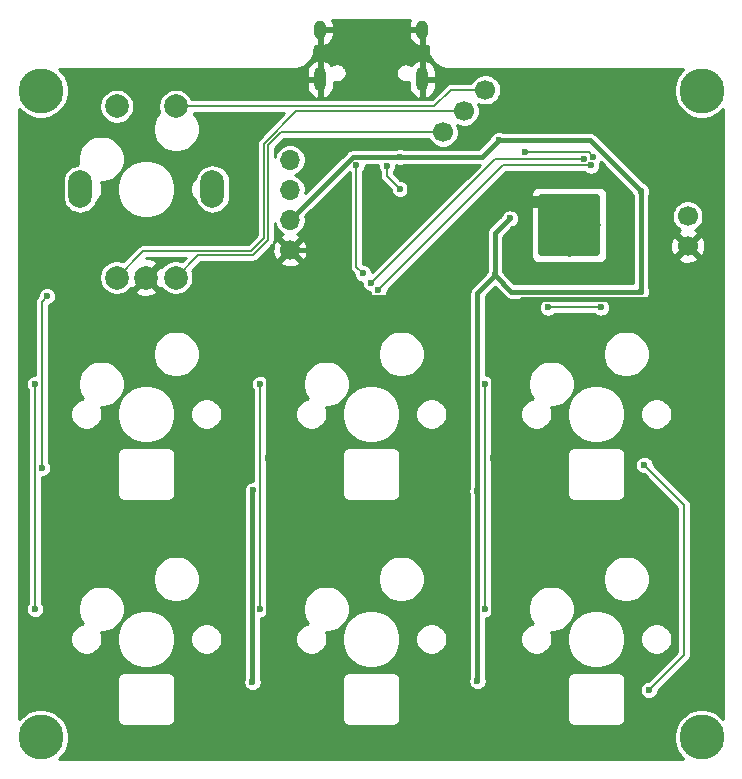
<source format=gbr>
G04 #@! TF.GenerationSoftware,KiCad,Pcbnew,(5.1.10)-1*
G04 #@! TF.CreationDate,2022-02-10T23:06:31+07:00*
G04 #@! TF.ProjectId,Satxri6key,53617478-7269-4366-9b65-792e6b696361,rev?*
G04 #@! TF.SameCoordinates,Original*
G04 #@! TF.FileFunction,Copper,L1,Top*
G04 #@! TF.FilePolarity,Positive*
%FSLAX45Y45*%
G04 Gerber Fmt 4.5, Leading zero omitted, Abs format (unit mm)*
G04 Created by KiCad (PCBNEW (5.1.10)-1) date 2022-02-10 23:06:31*
%MOMM*%
%LPD*%
G01*
G04 APERTURE LIST*
G04 #@! TA.AperFunction,ComponentPad*
%ADD10C,2.000000*%
G04 #@! TD*
G04 #@! TA.AperFunction,ComponentPad*
%ADD11O,2.000000X3.200000*%
G04 #@! TD*
G04 #@! TA.AperFunction,ComponentPad*
%ADD12C,1.700000*%
G04 #@! TD*
G04 #@! TA.AperFunction,ComponentPad*
%ADD13O,1.700000X1.700000*%
G04 #@! TD*
G04 #@! TA.AperFunction,ComponentPad*
%ADD14C,3.800000*%
G04 #@! TD*
G04 #@! TA.AperFunction,ComponentPad*
%ADD15O,1.000000X1.600000*%
G04 #@! TD*
G04 #@! TA.AperFunction,ComponentPad*
%ADD16O,1.000000X2.100000*%
G04 #@! TD*
G04 #@! TA.AperFunction,ComponentPad*
%ADD17C,0.500000*%
G04 #@! TD*
G04 #@! TA.AperFunction,ViaPad*
%ADD18C,0.600000*%
G04 #@! TD*
G04 #@! TA.AperFunction,Conductor*
%ADD19C,0.400000*%
G04 #@! TD*
G04 #@! TA.AperFunction,Conductor*
%ADD20C,1.000000*%
G04 #@! TD*
G04 #@! TA.AperFunction,Conductor*
%ADD21C,0.200000*%
G04 #@! TD*
G04 #@! TA.AperFunction,Conductor*
%ADD22C,0.254000*%
G04 #@! TD*
G04 #@! TA.AperFunction,Conductor*
%ADD23C,0.100000*%
G04 #@! TD*
G04 APERTURE END LIST*
D10*
X24515104Y-10275040D03*
X24765104Y-10275040D03*
X25015104Y-10275040D03*
D11*
X24205104Y-9525040D03*
X25325104Y-9525040D03*
D10*
X24515104Y-8825040D03*
X25015104Y-8825040D03*
D12*
X25982625Y-10039625D03*
D13*
X25982625Y-9277625D03*
X25982625Y-9785625D03*
X25982625Y-9531625D03*
D12*
X27457400Y-8864600D03*
X27277795Y-9044205D03*
X27637005Y-8684995D03*
D14*
X23872051Y-8691570D03*
X29467993Y-14168449D03*
X29467993Y-8691570D03*
X23872051Y-14168449D03*
D12*
X29349029Y-10009229D03*
X29349029Y-9755229D03*
D15*
X27102112Y-8177689D03*
X26238112Y-8177689D03*
D16*
X27102112Y-8595690D03*
X26238112Y-8595690D03*
D17*
X28111400Y-10064800D03*
X28228900Y-10064800D03*
X28346400Y-10064800D03*
X28463900Y-10064800D03*
X28581400Y-10064800D03*
X28111400Y-9947300D03*
X28228900Y-9947300D03*
X28346400Y-9947300D03*
X28463900Y-9947300D03*
X28581400Y-9947300D03*
X28111400Y-9829800D03*
X28228900Y-9829800D03*
X28346400Y-9829800D03*
X28463900Y-9829800D03*
X28581400Y-9829800D03*
X28111400Y-9712300D03*
X28228900Y-9712300D03*
X28346400Y-9712300D03*
X28463900Y-9712300D03*
X28581400Y-9712300D03*
X28111400Y-9594800D03*
X28228900Y-9594800D03*
X28346400Y-9594800D03*
X28463900Y-9594800D03*
X28581400Y-9594800D03*
G04 #@! TA.AperFunction,SMDPad,CuDef*
G36*
G01*
X28086400Y-10064800D02*
X28086400Y-9594800D01*
G75*
G02*
X28111400Y-9569800I25000J0D01*
G01*
X28581400Y-9569800D01*
G75*
G02*
X28606400Y-9594800I0J-25000D01*
G01*
X28606400Y-10064800D01*
G75*
G02*
X28581400Y-10089800I-25000J0D01*
G01*
X28111400Y-10089800D01*
G75*
G02*
X28086400Y-10064800I0J25000D01*
G01*
G37*
G04 #@! TD.AperFunction*
D18*
X25664960Y-13698690D03*
X25667269Y-12077131D03*
X27569960Y-13692340D03*
X27569960Y-12079440D03*
X26914520Y-9255080D03*
X27752040Y-9108440D03*
X28956000Y-10393680D03*
X28956000Y-9545320D03*
X27716480Y-10256520D03*
X27843480Y-9774560D03*
X27700440Y-13996200D03*
X27700440Y-11801640D03*
X25795440Y-11804180D03*
X25795440Y-13991120D03*
X26992500Y-9385380D03*
X26620745Y-10039625D03*
X26428288Y-9476328D03*
X29095700Y-10458920D03*
X26545000Y-9323800D03*
X26600785Y-10239375D03*
X26802080Y-9326880D03*
X26913840Y-9525000D03*
X27971750Y-9215760D03*
X28547231Y-9253086D03*
X28982600Y-11863000D03*
X29020700Y-13768000D03*
X28168600Y-10528300D03*
X28613100Y-10528300D03*
X23825200Y-11176000D03*
X23825200Y-13081000D03*
X25730200Y-11176000D03*
X25730200Y-13081000D03*
X27635200Y-11176000D03*
X27635200Y-13081000D03*
X26670000Y-10323200D03*
X28473400Y-9271000D03*
X26731103Y-10378440D03*
X28529635Y-9326240D03*
X23880440Y-11887200D03*
X23926170Y-10433680D03*
D19*
X25664960Y-12075960D02*
X25664960Y-13698690D01*
X27569960Y-12075960D02*
X27569960Y-12079440D01*
X27569960Y-12079440D02*
X27569960Y-13692340D01*
X26067625Y-9700625D02*
X25982625Y-9785625D01*
X26513170Y-9255080D02*
X26067625Y-9700625D01*
X26914520Y-9255080D02*
X26513170Y-9255080D01*
X28956000Y-9545320D02*
X28956000Y-9545320D01*
X27752040Y-9108440D02*
X28519120Y-9108440D01*
X28519120Y-9108440D02*
X28956000Y-9545320D01*
X28956000Y-9545320D02*
X28956000Y-10393680D01*
X27569960Y-12079440D02*
X27569960Y-10403040D01*
X27569960Y-10403040D02*
X27716480Y-10256520D01*
X27716480Y-10256520D02*
X27716480Y-9901560D01*
X27716480Y-9901560D02*
X27843480Y-9774560D01*
X27853640Y-10393680D02*
X27716480Y-10256520D01*
X28956000Y-10393680D02*
X27853640Y-10393680D01*
X27605400Y-9255080D02*
X27752040Y-9108440D01*
X26914520Y-9255080D02*
X27605400Y-9255080D01*
X27700440Y-13996200D02*
X27700440Y-11801640D01*
X25795440Y-13991120D02*
X25795440Y-11804180D01*
X26992500Y-9667870D02*
X26992500Y-9385380D01*
X26620745Y-10039625D02*
X26992500Y-9667870D01*
X25982625Y-10039625D02*
X26358575Y-10039625D01*
X26428288Y-9969912D02*
X26428288Y-9476328D01*
X26358575Y-10039625D02*
X26428288Y-9969912D01*
X25795440Y-10226810D02*
X25982625Y-10039625D01*
X25795440Y-11804180D02*
X25795440Y-10226810D01*
X27700440Y-11801640D02*
X27700440Y-10704360D01*
X27945880Y-10458920D02*
X27700440Y-10704360D01*
X29095700Y-10458920D02*
X27945880Y-10458920D01*
X26386680Y-10443680D02*
X25982625Y-10039625D01*
X27724100Y-9632950D02*
X26913370Y-10443680D01*
X28346400Y-9829800D02*
X28149550Y-9632950D01*
X26913370Y-10443680D02*
X26386680Y-10443680D01*
D20*
X28149550Y-9632950D02*
X27724100Y-9632950D01*
D21*
X26545000Y-10183590D02*
X26600785Y-10239375D01*
X26545000Y-9323800D02*
X26545000Y-10183590D01*
X26802080Y-9413240D02*
X26913840Y-9525000D01*
X26802080Y-9326880D02*
X26802080Y-9413240D01*
X27971750Y-9215760D02*
X28509905Y-9215760D01*
X28509905Y-9215760D02*
X28547231Y-9253086D01*
X29317950Y-13470750D02*
X29020700Y-13768000D01*
X28982600Y-11863000D02*
X29317950Y-12198350D01*
X29317950Y-12198350D02*
X29317950Y-13470750D01*
X28168600Y-10528300D02*
X28613100Y-10528300D01*
X23825200Y-11176000D02*
X23825200Y-13081000D01*
X25730200Y-11176000D02*
X25730200Y-13081000D01*
X27635200Y-11176000D02*
X27635200Y-13081000D01*
X27722200Y-9271000D02*
X28473400Y-9271000D01*
X26670000Y-10323200D02*
X27722200Y-9271000D01*
X26731103Y-10378440D02*
X27783303Y-9326240D01*
X27783303Y-9326240D02*
X28529635Y-9326240D01*
X23880440Y-11887200D02*
X23880440Y-10479410D01*
X23880440Y-10479410D02*
X23926170Y-10433680D01*
X25015104Y-10275040D02*
X25206344Y-10083800D01*
X25206344Y-10083800D02*
X25666700Y-10083800D01*
X25666700Y-10083800D02*
X25793700Y-9956800D01*
X25793700Y-9956800D02*
X25793700Y-9156700D01*
X25906195Y-9044205D02*
X25793700Y-9156700D01*
X27277795Y-9044205D02*
X25906195Y-9044205D01*
X26035962Y-8864600D02*
X25758459Y-9142103D01*
X27457400Y-8864600D02*
X26035962Y-8864600D01*
X25758459Y-9142103D02*
X25758459Y-9942203D01*
X25758459Y-9942203D02*
X25652103Y-10048559D01*
X24741585Y-10048559D02*
X24515104Y-10275040D01*
X25652103Y-10048559D02*
X24741585Y-10048559D01*
X25015104Y-8825040D02*
X27204860Y-8825040D01*
X27344905Y-8684995D02*
X27637005Y-8684995D01*
X27204860Y-8825040D02*
X27344905Y-8684995D01*
D22*
X27002112Y-8092522D02*
X26993270Y-8113091D01*
X26988612Y-8134989D01*
X26988612Y-8164989D01*
X27089412Y-8164989D01*
X27089412Y-8162989D01*
X27114812Y-8162989D01*
X27114812Y-8164989D01*
X27116812Y-8164989D01*
X27116812Y-8190389D01*
X27114812Y-8190389D01*
X27114812Y-8304485D01*
X27132299Y-8317101D01*
X27150136Y-8310718D01*
X27150136Y-8337183D01*
X27150373Y-8339593D01*
X27150368Y-8340330D01*
X27150444Y-8341105D01*
X27152873Y-8364214D01*
X27153889Y-8369164D01*
X27154836Y-8374129D01*
X27155061Y-8374874D01*
X27155061Y-8374874D01*
X27155061Y-8374875D01*
X27161932Y-8397073D01*
X27163890Y-8401731D01*
X27165784Y-8406417D01*
X27166149Y-8407105D01*
X27177202Y-8427545D01*
X27180028Y-8431735D01*
X27182795Y-8435964D01*
X27183287Y-8436567D01*
X27198099Y-8454471D01*
X27201684Y-8458031D01*
X27205221Y-8461643D01*
X27205821Y-8462140D01*
X27223828Y-8476826D01*
X27228037Y-8479623D01*
X27232207Y-8482478D01*
X27232892Y-8482848D01*
X27253409Y-8493757D01*
X27258084Y-8495684D01*
X27262727Y-8497674D01*
X27263470Y-8497904D01*
X27263471Y-8497904D01*
X27263471Y-8497905D01*
X27285716Y-8504621D01*
X27290675Y-8505603D01*
X27295617Y-8506653D01*
X27296391Y-8506734D01*
X27296391Y-8506734D01*
X27319517Y-8509002D01*
X27319519Y-8509002D01*
X27322222Y-8509268D01*
X29313403Y-8509209D01*
X29282925Y-8539688D01*
X29256850Y-8578711D01*
X29238890Y-8622072D01*
X29229733Y-8668103D01*
X29229733Y-8715036D01*
X29238890Y-8761068D01*
X29256850Y-8804428D01*
X29282925Y-8843452D01*
X29316112Y-8876638D01*
X29355135Y-8902713D01*
X29398496Y-8920674D01*
X29444527Y-8929830D01*
X29491460Y-8929830D01*
X29537491Y-8920674D01*
X29580852Y-8902713D01*
X29619875Y-8876638D01*
X29650359Y-8846155D01*
X29650358Y-14013864D01*
X29619875Y-13983381D01*
X29580852Y-13957306D01*
X29537491Y-13939346D01*
X29491460Y-13930189D01*
X29444527Y-13930189D01*
X29398496Y-13939346D01*
X29355135Y-13957306D01*
X29316112Y-13983381D01*
X29282925Y-14016567D01*
X29256850Y-14055591D01*
X29238890Y-14098951D01*
X29229733Y-14144983D01*
X29229733Y-14191916D01*
X29238890Y-14237947D01*
X29256850Y-14281308D01*
X29282925Y-14320331D01*
X29313408Y-14350815D01*
X24026637Y-14350815D01*
X24057120Y-14320331D01*
X24083194Y-14281308D01*
X24101155Y-14237947D01*
X24110311Y-14191916D01*
X24110311Y-14144983D01*
X24101155Y-14098951D01*
X24083194Y-14055591D01*
X24057120Y-14016567D01*
X24023933Y-13983381D01*
X23984910Y-13957306D01*
X23941549Y-13939346D01*
X23895518Y-13930189D01*
X23848585Y-13930189D01*
X23802553Y-13939346D01*
X23759193Y-13957306D01*
X23720169Y-13983381D01*
X23689686Y-14013864D01*
X23689686Y-13673000D01*
X24518970Y-13673000D01*
X24519240Y-13675738D01*
X24519240Y-14010261D01*
X24518970Y-14013000D01*
X24520047Y-14023931D01*
X24523235Y-14034442D01*
X24528413Y-14044128D01*
X24535381Y-14052619D01*
X24543872Y-14059587D01*
X24553558Y-14064765D01*
X24564069Y-14067953D01*
X24572262Y-14068760D01*
X24575000Y-14069030D01*
X24577738Y-14068760D01*
X24952262Y-14068760D01*
X24955000Y-14069030D01*
X24957738Y-14068760D01*
X24965931Y-14067953D01*
X24976442Y-14064765D01*
X24986128Y-14059587D01*
X24994619Y-14052619D01*
X25001587Y-14044128D01*
X25006765Y-14034442D01*
X25009953Y-14023931D01*
X25011030Y-14013000D01*
X25010760Y-14010262D01*
X25010760Y-13690982D01*
X25586700Y-13690982D01*
X25586700Y-13706398D01*
X25589707Y-13721518D01*
X25595607Y-13735760D01*
X25604171Y-13748578D01*
X25615072Y-13759479D01*
X25627890Y-13768043D01*
X25642132Y-13773943D01*
X25657252Y-13776950D01*
X25672668Y-13776950D01*
X25687787Y-13773943D01*
X25702030Y-13768043D01*
X25714848Y-13759479D01*
X25725748Y-13748578D01*
X25734313Y-13735760D01*
X25740212Y-13721518D01*
X25743220Y-13706398D01*
X25743220Y-13690982D01*
X25740212Y-13675862D01*
X25739027Y-13673000D01*
X26423970Y-13673000D01*
X26424240Y-13675738D01*
X26424240Y-14010261D01*
X26423970Y-14013000D01*
X26425047Y-14023931D01*
X26428235Y-14034442D01*
X26433413Y-14044128D01*
X26440381Y-14052619D01*
X26448872Y-14059587D01*
X26458558Y-14064765D01*
X26469069Y-14067953D01*
X26477262Y-14068760D01*
X26480000Y-14069030D01*
X26482738Y-14068760D01*
X26857262Y-14068760D01*
X26860000Y-14069030D01*
X26862738Y-14068760D01*
X26870931Y-14067953D01*
X26881442Y-14064765D01*
X26891128Y-14059587D01*
X26899619Y-14052619D01*
X26906587Y-14044128D01*
X26911765Y-14034442D01*
X26914953Y-14023931D01*
X26916030Y-14013000D01*
X26915760Y-14010262D01*
X26915760Y-13675738D01*
X26916030Y-13673000D01*
X26914953Y-13662069D01*
X26911765Y-13651558D01*
X26906587Y-13641872D01*
X26899619Y-13633381D01*
X26891128Y-13626413D01*
X26881442Y-13621235D01*
X26870931Y-13618047D01*
X26862738Y-13617240D01*
X26860000Y-13616970D01*
X26857262Y-13617240D01*
X26482738Y-13617240D01*
X26480000Y-13616970D01*
X26477262Y-13617240D01*
X26469069Y-13618047D01*
X26458558Y-13621235D01*
X26448872Y-13626413D01*
X26440381Y-13633381D01*
X26433413Y-13641872D01*
X26428235Y-13651558D01*
X26425047Y-13662069D01*
X26423970Y-13673000D01*
X25739027Y-13673000D01*
X25734313Y-13661620D01*
X25733220Y-13659984D01*
X25733220Y-13321629D01*
X26026240Y-13321629D01*
X26026240Y-13348371D01*
X26031457Y-13374600D01*
X26041691Y-13399306D01*
X26056548Y-13421542D01*
X26075458Y-13440452D01*
X26097693Y-13455309D01*
X26122400Y-13465543D01*
X26148629Y-13470760D01*
X26175371Y-13470760D01*
X26201600Y-13465543D01*
X26226306Y-13455309D01*
X26248542Y-13440452D01*
X26267452Y-13421542D01*
X26282309Y-13399306D01*
X26292543Y-13374600D01*
X26297760Y-13348371D01*
X26297760Y-13321629D01*
X26295568Y-13310609D01*
X26422350Y-13310609D01*
X26422350Y-13359391D01*
X26431867Y-13407237D01*
X26450535Y-13452306D01*
X26477638Y-13492868D01*
X26512132Y-13527362D01*
X26552694Y-13554465D01*
X26597763Y-13573133D01*
X26645609Y-13582650D01*
X26694391Y-13582650D01*
X26742237Y-13573133D01*
X26787306Y-13554465D01*
X26827868Y-13527362D01*
X26862362Y-13492868D01*
X26889465Y-13452306D01*
X26908133Y-13407237D01*
X26917650Y-13359391D01*
X26917650Y-13321629D01*
X27042240Y-13321629D01*
X27042240Y-13348371D01*
X27047457Y-13374600D01*
X27057691Y-13399306D01*
X27072548Y-13421542D01*
X27091458Y-13440452D01*
X27113693Y-13455309D01*
X27138400Y-13465543D01*
X27164629Y-13470760D01*
X27191371Y-13470760D01*
X27217600Y-13465543D01*
X27242306Y-13455309D01*
X27264542Y-13440452D01*
X27283452Y-13421542D01*
X27298309Y-13399306D01*
X27308543Y-13374600D01*
X27313760Y-13348371D01*
X27313760Y-13321629D01*
X27308543Y-13295400D01*
X27298309Y-13270693D01*
X27283452Y-13248458D01*
X27264542Y-13229548D01*
X27242306Y-13214691D01*
X27217600Y-13204457D01*
X27191371Y-13199240D01*
X27164629Y-13199240D01*
X27138400Y-13204457D01*
X27113693Y-13214691D01*
X27091458Y-13229548D01*
X27072548Y-13248458D01*
X27057691Y-13270693D01*
X27047457Y-13295400D01*
X27042240Y-13321629D01*
X26917650Y-13321629D01*
X26917650Y-13310609D01*
X26908133Y-13262763D01*
X26889465Y-13217694D01*
X26862362Y-13177132D01*
X26827868Y-13142638D01*
X26787306Y-13115535D01*
X26742237Y-13096867D01*
X26694391Y-13087350D01*
X26645609Y-13087350D01*
X26597763Y-13096867D01*
X26552694Y-13115535D01*
X26512132Y-13142638D01*
X26477638Y-13177132D01*
X26450535Y-13217694D01*
X26431867Y-13262763D01*
X26422350Y-13310609D01*
X26295568Y-13310609D01*
X26292543Y-13295400D01*
X26285857Y-13279260D01*
X26308527Y-13279260D01*
X26346830Y-13271641D01*
X26382911Y-13256696D01*
X26415383Y-13234999D01*
X26442999Y-13207383D01*
X26464696Y-13174911D01*
X26479641Y-13138830D01*
X26487260Y-13100527D01*
X26487260Y-13061473D01*
X26479641Y-13023170D01*
X26464696Y-12987089D01*
X26442999Y-12954617D01*
X26415383Y-12927001D01*
X26382911Y-12905304D01*
X26346830Y-12890359D01*
X26308527Y-12882740D01*
X26269473Y-12882740D01*
X26231170Y-12890359D01*
X26195089Y-12905304D01*
X26162617Y-12927001D01*
X26135001Y-12954617D01*
X26113304Y-12987089D01*
X26098359Y-13023170D01*
X26090740Y-13061473D01*
X26090740Y-13100527D01*
X26098359Y-13138830D01*
X26113304Y-13174911D01*
X26131797Y-13202588D01*
X26122400Y-13204457D01*
X26097693Y-13214691D01*
X26075458Y-13229548D01*
X26056548Y-13248458D01*
X26041691Y-13270693D01*
X26031457Y-13295400D01*
X26026240Y-13321629D01*
X25733220Y-13321629D01*
X25733220Y-13159260D01*
X25737908Y-13159260D01*
X25753028Y-13156252D01*
X25767270Y-13150353D01*
X25780088Y-13141788D01*
X25790988Y-13130888D01*
X25799553Y-13118070D01*
X25805452Y-13103828D01*
X25808460Y-13088708D01*
X25808460Y-13073292D01*
X25805452Y-13058172D01*
X25799553Y-13043930D01*
X25790988Y-13031112D01*
X25788460Y-13028584D01*
X25788460Y-12807473D01*
X26725740Y-12807473D01*
X26725740Y-12846527D01*
X26733359Y-12884830D01*
X26748304Y-12920911D01*
X26770001Y-12953383D01*
X26797617Y-12980999D01*
X26830089Y-13002696D01*
X26866170Y-13017641D01*
X26904473Y-13025260D01*
X26943527Y-13025260D01*
X26981830Y-13017641D01*
X27017911Y-13002696D01*
X27050383Y-12980999D01*
X27077999Y-12953383D01*
X27099696Y-12920911D01*
X27114641Y-12884830D01*
X27122260Y-12846527D01*
X27122260Y-12807473D01*
X27114641Y-12769170D01*
X27099696Y-12733089D01*
X27077999Y-12700617D01*
X27050383Y-12673001D01*
X27017911Y-12651304D01*
X26981830Y-12636359D01*
X26943527Y-12628740D01*
X26904473Y-12628740D01*
X26866170Y-12636359D01*
X26830089Y-12651304D01*
X26797617Y-12673001D01*
X26770001Y-12700617D01*
X26748304Y-12733089D01*
X26733359Y-12769170D01*
X26725740Y-12807473D01*
X25788460Y-12807473D01*
X25788460Y-11768000D01*
X26423970Y-11768000D01*
X26424240Y-11770738D01*
X26424240Y-12105261D01*
X26423970Y-12108000D01*
X26425047Y-12118931D01*
X26428235Y-12129442D01*
X26433413Y-12139128D01*
X26440381Y-12147619D01*
X26448872Y-12154587D01*
X26458558Y-12159765D01*
X26469069Y-12162953D01*
X26477262Y-12163760D01*
X26480000Y-12164030D01*
X26482738Y-12163760D01*
X26857262Y-12163760D01*
X26860000Y-12164030D01*
X26862738Y-12163760D01*
X26870931Y-12162953D01*
X26881442Y-12159765D01*
X26891128Y-12154587D01*
X26899619Y-12147619D01*
X26906587Y-12139128D01*
X26911765Y-12129442D01*
X26914953Y-12118931D01*
X26916030Y-12108000D01*
X26915760Y-12105262D01*
X26915760Y-11770738D01*
X26916030Y-11768000D01*
X26914953Y-11757069D01*
X26911765Y-11746558D01*
X26906587Y-11736872D01*
X26899619Y-11728381D01*
X26891128Y-11721413D01*
X26881442Y-11716235D01*
X26870931Y-11713047D01*
X26862738Y-11712240D01*
X26860000Y-11711970D01*
X26857262Y-11712240D01*
X26482738Y-11712240D01*
X26480000Y-11711970D01*
X26477262Y-11712240D01*
X26469069Y-11713047D01*
X26458558Y-11716235D01*
X26448872Y-11721413D01*
X26440381Y-11728381D01*
X26433413Y-11736872D01*
X26428235Y-11746558D01*
X26425047Y-11757069D01*
X26423970Y-11768000D01*
X25788460Y-11768000D01*
X25788460Y-11416629D01*
X26026240Y-11416629D01*
X26026240Y-11443371D01*
X26031457Y-11469600D01*
X26041691Y-11494306D01*
X26056548Y-11516542D01*
X26075458Y-11535452D01*
X26097693Y-11550309D01*
X26122400Y-11560543D01*
X26148629Y-11565760D01*
X26175371Y-11565760D01*
X26201600Y-11560543D01*
X26226306Y-11550309D01*
X26248542Y-11535452D01*
X26267452Y-11516542D01*
X26282309Y-11494306D01*
X26292543Y-11469600D01*
X26297760Y-11443371D01*
X26297760Y-11416629D01*
X26295568Y-11405609D01*
X26422350Y-11405609D01*
X26422350Y-11454391D01*
X26431867Y-11502237D01*
X26450535Y-11547306D01*
X26477638Y-11587868D01*
X26512132Y-11622362D01*
X26552694Y-11649465D01*
X26597763Y-11668133D01*
X26645609Y-11677650D01*
X26694391Y-11677650D01*
X26742237Y-11668133D01*
X26787306Y-11649465D01*
X26827868Y-11622362D01*
X26862362Y-11587868D01*
X26889465Y-11547306D01*
X26908133Y-11502237D01*
X26917650Y-11454391D01*
X26917650Y-11416629D01*
X27042240Y-11416629D01*
X27042240Y-11443371D01*
X27047457Y-11469600D01*
X27057691Y-11494306D01*
X27072548Y-11516542D01*
X27091458Y-11535452D01*
X27113693Y-11550309D01*
X27138400Y-11560543D01*
X27164629Y-11565760D01*
X27191371Y-11565760D01*
X27217600Y-11560543D01*
X27242306Y-11550309D01*
X27264542Y-11535452D01*
X27283452Y-11516542D01*
X27298309Y-11494306D01*
X27308543Y-11469600D01*
X27313760Y-11443371D01*
X27313760Y-11416629D01*
X27308543Y-11390400D01*
X27298309Y-11365693D01*
X27283452Y-11343458D01*
X27264542Y-11324548D01*
X27242306Y-11309691D01*
X27217600Y-11299457D01*
X27191371Y-11294240D01*
X27164629Y-11294240D01*
X27138400Y-11299457D01*
X27113693Y-11309691D01*
X27091458Y-11324548D01*
X27072548Y-11343458D01*
X27057691Y-11365693D01*
X27047457Y-11390400D01*
X27042240Y-11416629D01*
X26917650Y-11416629D01*
X26917650Y-11405609D01*
X26908133Y-11357763D01*
X26889465Y-11312694D01*
X26862362Y-11272132D01*
X26827868Y-11237638D01*
X26787306Y-11210535D01*
X26742237Y-11191867D01*
X26694391Y-11182350D01*
X26645609Y-11182350D01*
X26597763Y-11191867D01*
X26552694Y-11210535D01*
X26512132Y-11237638D01*
X26477638Y-11272132D01*
X26450535Y-11312694D01*
X26431867Y-11357763D01*
X26422350Y-11405609D01*
X26295568Y-11405609D01*
X26292543Y-11390400D01*
X26285857Y-11374260D01*
X26308527Y-11374260D01*
X26346830Y-11366641D01*
X26382911Y-11351696D01*
X26415383Y-11329999D01*
X26442999Y-11302383D01*
X26464696Y-11269911D01*
X26479641Y-11233830D01*
X26487260Y-11195527D01*
X26487260Y-11156473D01*
X26479641Y-11118170D01*
X26464696Y-11082089D01*
X26442999Y-11049617D01*
X26415383Y-11022001D01*
X26382911Y-11000304D01*
X26346830Y-10985359D01*
X26308527Y-10977740D01*
X26269473Y-10977740D01*
X26231170Y-10985359D01*
X26195089Y-11000304D01*
X26162617Y-11022001D01*
X26135001Y-11049617D01*
X26113304Y-11082089D01*
X26098359Y-11118170D01*
X26090740Y-11156473D01*
X26090740Y-11195527D01*
X26098359Y-11233830D01*
X26113304Y-11269911D01*
X26131797Y-11297588D01*
X26122400Y-11299457D01*
X26097693Y-11309691D01*
X26075458Y-11324548D01*
X26056548Y-11343458D01*
X26041691Y-11365693D01*
X26031457Y-11390400D01*
X26026240Y-11416629D01*
X25788460Y-11416629D01*
X25788460Y-11228416D01*
X25790988Y-11225888D01*
X25799553Y-11213070D01*
X25805452Y-11198828D01*
X25808460Y-11183708D01*
X25808460Y-11168292D01*
X25805452Y-11153172D01*
X25799553Y-11138930D01*
X25790988Y-11126112D01*
X25780088Y-11115212D01*
X25767270Y-11106647D01*
X25753028Y-11100748D01*
X25737908Y-11097740D01*
X25722492Y-11097740D01*
X25707372Y-11100748D01*
X25693130Y-11106647D01*
X25680312Y-11115212D01*
X25669411Y-11126112D01*
X25660847Y-11138930D01*
X25654947Y-11153172D01*
X25651940Y-11168292D01*
X25651940Y-11183708D01*
X25654947Y-11198828D01*
X25660847Y-11213070D01*
X25669411Y-11225888D01*
X25671940Y-11228416D01*
X25671940Y-11998871D01*
X25659561Y-11998871D01*
X25644441Y-12001879D01*
X25630199Y-12007778D01*
X25617381Y-12016343D01*
X25606480Y-12027243D01*
X25597916Y-12040061D01*
X25592016Y-12054303D01*
X25589009Y-12069423D01*
X25589009Y-12084839D01*
X25592016Y-12099959D01*
X25596700Y-12111266D01*
X25596700Y-13659984D01*
X25595607Y-13661620D01*
X25589707Y-13675862D01*
X25586700Y-13690982D01*
X25010760Y-13690982D01*
X25010760Y-13675738D01*
X25011030Y-13673000D01*
X25009953Y-13662069D01*
X25006765Y-13651558D01*
X25001587Y-13641872D01*
X24994619Y-13633381D01*
X24986128Y-13626413D01*
X24976442Y-13621235D01*
X24965931Y-13618047D01*
X24957738Y-13617240D01*
X24955000Y-13616970D01*
X24952262Y-13617240D01*
X24577738Y-13617240D01*
X24575000Y-13616970D01*
X24572262Y-13617240D01*
X24564069Y-13618047D01*
X24553558Y-13621235D01*
X24543872Y-13626413D01*
X24535381Y-13633381D01*
X24528413Y-13641872D01*
X24523235Y-13651558D01*
X24520047Y-13662069D01*
X24518970Y-13673000D01*
X23689686Y-13673000D01*
X23689686Y-13321629D01*
X24121240Y-13321629D01*
X24121240Y-13348371D01*
X24126457Y-13374600D01*
X24136691Y-13399306D01*
X24151548Y-13421542D01*
X24170458Y-13440452D01*
X24192693Y-13455309D01*
X24217400Y-13465543D01*
X24243629Y-13470760D01*
X24270371Y-13470760D01*
X24296600Y-13465543D01*
X24321306Y-13455309D01*
X24343542Y-13440452D01*
X24362452Y-13421542D01*
X24377309Y-13399306D01*
X24387543Y-13374600D01*
X24392760Y-13348371D01*
X24392760Y-13321629D01*
X24390568Y-13310609D01*
X24517350Y-13310609D01*
X24517350Y-13359391D01*
X24526867Y-13407237D01*
X24545535Y-13452306D01*
X24572638Y-13492868D01*
X24607132Y-13527362D01*
X24647694Y-13554465D01*
X24692763Y-13573133D01*
X24740609Y-13582650D01*
X24789391Y-13582650D01*
X24837237Y-13573133D01*
X24882306Y-13554465D01*
X24922868Y-13527362D01*
X24957362Y-13492868D01*
X24984465Y-13452306D01*
X25003133Y-13407237D01*
X25012650Y-13359391D01*
X25012650Y-13321629D01*
X25137240Y-13321629D01*
X25137240Y-13348371D01*
X25142457Y-13374600D01*
X25152691Y-13399306D01*
X25167548Y-13421542D01*
X25186458Y-13440452D01*
X25208693Y-13455309D01*
X25233400Y-13465543D01*
X25259629Y-13470760D01*
X25286371Y-13470760D01*
X25312600Y-13465543D01*
X25337306Y-13455309D01*
X25359542Y-13440452D01*
X25378452Y-13421542D01*
X25393309Y-13399306D01*
X25403543Y-13374600D01*
X25408760Y-13348371D01*
X25408760Y-13321629D01*
X25403543Y-13295400D01*
X25393309Y-13270693D01*
X25378452Y-13248458D01*
X25359542Y-13229548D01*
X25337306Y-13214691D01*
X25312600Y-13204457D01*
X25286371Y-13199240D01*
X25259629Y-13199240D01*
X25233400Y-13204457D01*
X25208693Y-13214691D01*
X25186458Y-13229548D01*
X25167548Y-13248458D01*
X25152691Y-13270693D01*
X25142457Y-13295400D01*
X25137240Y-13321629D01*
X25012650Y-13321629D01*
X25012650Y-13310609D01*
X25003133Y-13262763D01*
X24984465Y-13217694D01*
X24957362Y-13177132D01*
X24922868Y-13142638D01*
X24882306Y-13115535D01*
X24837237Y-13096867D01*
X24789391Y-13087350D01*
X24740609Y-13087350D01*
X24692763Y-13096867D01*
X24647694Y-13115535D01*
X24607132Y-13142638D01*
X24572638Y-13177132D01*
X24545535Y-13217694D01*
X24526867Y-13262763D01*
X24517350Y-13310609D01*
X24390568Y-13310609D01*
X24387543Y-13295400D01*
X24380857Y-13279260D01*
X24403527Y-13279260D01*
X24441830Y-13271641D01*
X24477911Y-13256696D01*
X24510383Y-13234999D01*
X24537999Y-13207383D01*
X24559696Y-13174911D01*
X24574641Y-13138830D01*
X24582260Y-13100527D01*
X24582260Y-13061473D01*
X24574641Y-13023170D01*
X24559696Y-12987089D01*
X24537999Y-12954617D01*
X24510383Y-12927001D01*
X24477911Y-12905304D01*
X24441830Y-12890359D01*
X24403527Y-12882740D01*
X24364473Y-12882740D01*
X24326170Y-12890359D01*
X24290089Y-12905304D01*
X24257617Y-12927001D01*
X24230001Y-12954617D01*
X24208304Y-12987089D01*
X24193359Y-13023170D01*
X24185740Y-13061473D01*
X24185740Y-13100527D01*
X24193359Y-13138830D01*
X24208304Y-13174911D01*
X24226797Y-13202588D01*
X24217400Y-13204457D01*
X24192693Y-13214691D01*
X24170458Y-13229548D01*
X24151548Y-13248458D01*
X24136691Y-13270693D01*
X24126457Y-13295400D01*
X24121240Y-13321629D01*
X23689686Y-13321629D01*
X23689686Y-11168292D01*
X23746940Y-11168292D01*
X23746940Y-11183708D01*
X23749947Y-11198828D01*
X23755847Y-11213070D01*
X23764411Y-11225888D01*
X23766940Y-11228416D01*
X23766940Y-13028583D01*
X23764411Y-13031112D01*
X23755847Y-13043930D01*
X23749947Y-13058172D01*
X23746940Y-13073292D01*
X23746940Y-13088708D01*
X23749947Y-13103828D01*
X23755847Y-13118070D01*
X23764411Y-13130888D01*
X23775312Y-13141788D01*
X23788130Y-13150353D01*
X23802372Y-13156252D01*
X23817492Y-13159260D01*
X23832908Y-13159260D01*
X23848028Y-13156252D01*
X23862270Y-13150353D01*
X23875088Y-13141788D01*
X23885988Y-13130888D01*
X23894553Y-13118070D01*
X23900452Y-13103828D01*
X23903460Y-13088708D01*
X23903460Y-13073292D01*
X23900452Y-13058172D01*
X23894553Y-13043930D01*
X23885988Y-13031112D01*
X23883460Y-13028584D01*
X23883460Y-12807473D01*
X24820740Y-12807473D01*
X24820740Y-12846527D01*
X24828359Y-12884830D01*
X24843304Y-12920911D01*
X24865001Y-12953383D01*
X24892617Y-12980999D01*
X24925089Y-13002696D01*
X24961170Y-13017641D01*
X24999473Y-13025260D01*
X25038527Y-13025260D01*
X25076830Y-13017641D01*
X25112911Y-13002696D01*
X25145383Y-12980999D01*
X25172999Y-12953383D01*
X25194696Y-12920911D01*
X25209641Y-12884830D01*
X25217260Y-12846527D01*
X25217260Y-12807473D01*
X25209641Y-12769170D01*
X25194696Y-12733089D01*
X25172999Y-12700617D01*
X25145383Y-12673001D01*
X25112911Y-12651304D01*
X25076830Y-12636359D01*
X25038527Y-12628740D01*
X24999473Y-12628740D01*
X24961170Y-12636359D01*
X24925089Y-12651304D01*
X24892617Y-12673001D01*
X24865001Y-12700617D01*
X24843304Y-12733089D01*
X24828359Y-12769170D01*
X24820740Y-12807473D01*
X23883460Y-12807473D01*
X23883460Y-11965460D01*
X23888148Y-11965460D01*
X23903268Y-11962452D01*
X23917510Y-11956553D01*
X23930328Y-11947988D01*
X23941228Y-11937088D01*
X23949793Y-11924270D01*
X23955692Y-11910028D01*
X23958700Y-11894908D01*
X23958700Y-11879492D01*
X23955692Y-11864372D01*
X23949793Y-11850130D01*
X23941228Y-11837312D01*
X23938700Y-11834784D01*
X23938700Y-11768000D01*
X24518970Y-11768000D01*
X24519240Y-11770738D01*
X24519240Y-12105261D01*
X24518970Y-12108000D01*
X24520047Y-12118931D01*
X24523235Y-12129442D01*
X24528413Y-12139128D01*
X24535381Y-12147619D01*
X24543872Y-12154587D01*
X24553558Y-12159765D01*
X24564069Y-12162953D01*
X24572262Y-12163760D01*
X24575000Y-12164030D01*
X24577738Y-12163760D01*
X24952262Y-12163760D01*
X24955000Y-12164030D01*
X24957738Y-12163760D01*
X24965931Y-12162953D01*
X24976442Y-12159765D01*
X24986128Y-12154587D01*
X24994619Y-12147619D01*
X25001587Y-12139128D01*
X25006765Y-12129442D01*
X25009953Y-12118931D01*
X25011030Y-12108000D01*
X25010760Y-12105262D01*
X25010760Y-11770738D01*
X25011030Y-11768000D01*
X25009953Y-11757069D01*
X25006765Y-11746558D01*
X25001587Y-11736872D01*
X24994619Y-11728381D01*
X24986128Y-11721413D01*
X24976442Y-11716235D01*
X24965931Y-11713047D01*
X24957738Y-11712240D01*
X24955000Y-11711970D01*
X24952262Y-11712240D01*
X24577738Y-11712240D01*
X24575000Y-11711970D01*
X24572262Y-11712240D01*
X24564069Y-11713047D01*
X24553558Y-11716235D01*
X24543872Y-11721413D01*
X24535381Y-11728381D01*
X24528413Y-11736872D01*
X24523235Y-11746558D01*
X24520047Y-11757069D01*
X24518970Y-11768000D01*
X23938700Y-11768000D01*
X23938700Y-11416629D01*
X24121240Y-11416629D01*
X24121240Y-11443371D01*
X24126457Y-11469600D01*
X24136691Y-11494306D01*
X24151548Y-11516542D01*
X24170458Y-11535452D01*
X24192693Y-11550309D01*
X24217400Y-11560543D01*
X24243629Y-11565760D01*
X24270371Y-11565760D01*
X24296600Y-11560543D01*
X24321306Y-11550309D01*
X24343542Y-11535452D01*
X24362452Y-11516542D01*
X24377309Y-11494306D01*
X24387543Y-11469600D01*
X24392760Y-11443371D01*
X24392760Y-11416629D01*
X24390568Y-11405609D01*
X24517350Y-11405609D01*
X24517350Y-11454391D01*
X24526867Y-11502237D01*
X24545535Y-11547306D01*
X24572638Y-11587868D01*
X24607132Y-11622362D01*
X24647694Y-11649465D01*
X24692763Y-11668133D01*
X24740609Y-11677650D01*
X24789391Y-11677650D01*
X24837237Y-11668133D01*
X24882306Y-11649465D01*
X24922868Y-11622362D01*
X24957362Y-11587868D01*
X24984465Y-11547306D01*
X25003133Y-11502237D01*
X25012650Y-11454391D01*
X25012650Y-11416629D01*
X25137240Y-11416629D01*
X25137240Y-11443371D01*
X25142457Y-11469600D01*
X25152691Y-11494306D01*
X25167548Y-11516542D01*
X25186458Y-11535452D01*
X25208693Y-11550309D01*
X25233400Y-11560543D01*
X25259629Y-11565760D01*
X25286371Y-11565760D01*
X25312600Y-11560543D01*
X25337306Y-11550309D01*
X25359542Y-11535452D01*
X25378452Y-11516542D01*
X25393309Y-11494306D01*
X25403543Y-11469600D01*
X25408760Y-11443371D01*
X25408760Y-11416629D01*
X25403543Y-11390400D01*
X25393309Y-11365693D01*
X25378452Y-11343458D01*
X25359542Y-11324548D01*
X25337306Y-11309691D01*
X25312600Y-11299457D01*
X25286371Y-11294240D01*
X25259629Y-11294240D01*
X25233400Y-11299457D01*
X25208693Y-11309691D01*
X25186458Y-11324548D01*
X25167548Y-11343458D01*
X25152691Y-11365693D01*
X25142457Y-11390400D01*
X25137240Y-11416629D01*
X25012650Y-11416629D01*
X25012650Y-11405609D01*
X25003133Y-11357763D01*
X24984465Y-11312694D01*
X24957362Y-11272132D01*
X24922868Y-11237638D01*
X24882306Y-11210535D01*
X24837237Y-11191867D01*
X24789391Y-11182350D01*
X24740609Y-11182350D01*
X24692763Y-11191867D01*
X24647694Y-11210535D01*
X24607132Y-11237638D01*
X24572638Y-11272132D01*
X24545535Y-11312694D01*
X24526867Y-11357763D01*
X24517350Y-11405609D01*
X24390568Y-11405609D01*
X24387543Y-11390400D01*
X24380857Y-11374260D01*
X24403527Y-11374260D01*
X24441830Y-11366641D01*
X24477911Y-11351696D01*
X24510383Y-11329999D01*
X24537999Y-11302383D01*
X24559696Y-11269911D01*
X24574641Y-11233830D01*
X24582260Y-11195527D01*
X24582260Y-11156473D01*
X24574641Y-11118170D01*
X24559696Y-11082089D01*
X24537999Y-11049617D01*
X24510383Y-11022001D01*
X24477911Y-11000304D01*
X24441830Y-10985359D01*
X24403527Y-10977740D01*
X24364473Y-10977740D01*
X24326170Y-10985359D01*
X24290089Y-11000304D01*
X24257617Y-11022001D01*
X24230001Y-11049617D01*
X24208304Y-11082089D01*
X24193359Y-11118170D01*
X24185740Y-11156473D01*
X24185740Y-11195527D01*
X24193359Y-11233830D01*
X24208304Y-11269911D01*
X24226797Y-11297588D01*
X24217400Y-11299457D01*
X24192693Y-11309691D01*
X24170458Y-11324548D01*
X24151548Y-11343458D01*
X24136691Y-11365693D01*
X24126457Y-11390400D01*
X24121240Y-11416629D01*
X23938700Y-11416629D01*
X23938700Y-10902473D01*
X24820740Y-10902473D01*
X24820740Y-10941527D01*
X24828359Y-10979830D01*
X24843304Y-11015911D01*
X24865001Y-11048383D01*
X24892617Y-11075999D01*
X24925089Y-11097696D01*
X24961170Y-11112641D01*
X24999473Y-11120260D01*
X25038527Y-11120260D01*
X25076830Y-11112641D01*
X25112911Y-11097696D01*
X25145383Y-11075999D01*
X25172999Y-11048383D01*
X25194696Y-11015911D01*
X25209641Y-10979830D01*
X25217260Y-10941527D01*
X25217260Y-10902473D01*
X26725740Y-10902473D01*
X26725740Y-10941527D01*
X26733359Y-10979830D01*
X26748304Y-11015911D01*
X26770001Y-11048383D01*
X26797617Y-11075999D01*
X26830089Y-11097696D01*
X26866170Y-11112641D01*
X26904473Y-11120260D01*
X26943527Y-11120260D01*
X26981830Y-11112641D01*
X27017911Y-11097696D01*
X27050383Y-11075999D01*
X27077999Y-11048383D01*
X27099696Y-11015911D01*
X27114641Y-10979830D01*
X27122260Y-10941527D01*
X27122260Y-10902473D01*
X27114641Y-10864170D01*
X27099696Y-10828089D01*
X27077999Y-10795617D01*
X27050383Y-10768001D01*
X27017911Y-10746304D01*
X26981830Y-10731359D01*
X26943527Y-10723740D01*
X26904473Y-10723740D01*
X26866170Y-10731359D01*
X26830089Y-10746304D01*
X26797617Y-10768001D01*
X26770001Y-10795617D01*
X26748304Y-10828089D01*
X26733359Y-10864170D01*
X26725740Y-10902473D01*
X25217260Y-10902473D01*
X25209641Y-10864170D01*
X25194696Y-10828089D01*
X25172999Y-10795617D01*
X25145383Y-10768001D01*
X25112911Y-10746304D01*
X25076830Y-10731359D01*
X25038527Y-10723740D01*
X24999473Y-10723740D01*
X24961170Y-10731359D01*
X24925089Y-10746304D01*
X24892617Y-10768001D01*
X24865001Y-10795617D01*
X24843304Y-10828089D01*
X24828359Y-10864170D01*
X24820740Y-10902473D01*
X23938700Y-10902473D01*
X23938700Y-10510981D01*
X23948997Y-10508933D01*
X23963240Y-10503033D01*
X23976058Y-10494469D01*
X23986958Y-10483568D01*
X23995523Y-10470750D01*
X24001422Y-10456508D01*
X24004430Y-10441388D01*
X24004430Y-10425972D01*
X24001422Y-10410853D01*
X23995523Y-10396610D01*
X23986958Y-10383792D01*
X23976058Y-10372892D01*
X23963240Y-10364327D01*
X23948997Y-10358428D01*
X23933878Y-10355420D01*
X23918462Y-10355420D01*
X23903342Y-10358428D01*
X23889100Y-10364327D01*
X23876282Y-10372892D01*
X23865381Y-10383792D01*
X23856817Y-10396610D01*
X23850917Y-10410853D01*
X23847910Y-10425972D01*
X23847910Y-10429548D01*
X23841267Y-10436191D01*
X23839045Y-10438015D01*
X23831764Y-10446886D01*
X23831279Y-10447793D01*
X23826354Y-10457007D01*
X23823023Y-10467989D01*
X23821898Y-10479410D01*
X23822180Y-10482271D01*
X23822180Y-11097740D01*
X23817492Y-11097740D01*
X23802372Y-11100748D01*
X23788130Y-11106647D01*
X23775312Y-11115212D01*
X23764411Y-11126112D01*
X23755847Y-11138930D01*
X23749947Y-11153172D01*
X23746940Y-11168292D01*
X23689686Y-11168292D01*
X23689686Y-10260438D01*
X24366844Y-10260438D01*
X24366844Y-10289642D01*
X24372541Y-10318286D01*
X24383718Y-10345268D01*
X24399943Y-10369550D01*
X24420594Y-10390201D01*
X24444876Y-10406426D01*
X24471858Y-10417603D01*
X24500502Y-10423300D01*
X24529706Y-10423300D01*
X24558350Y-10417603D01*
X24585331Y-10406426D01*
X24609614Y-10390201D01*
X24611234Y-10388581D01*
X24669523Y-10388581D01*
X24679100Y-10415021D01*
X24708061Y-10429110D01*
X24739215Y-10437278D01*
X24771363Y-10439212D01*
X24803271Y-10434836D01*
X24833713Y-10424320D01*
X24851108Y-10415021D01*
X24860685Y-10388581D01*
X24765104Y-10293001D01*
X24669523Y-10388581D01*
X24611234Y-10388581D01*
X24630265Y-10369550D01*
X24633839Y-10364201D01*
X24651563Y-10370621D01*
X24747143Y-10275040D01*
X24745729Y-10273626D01*
X24763690Y-10255665D01*
X24765104Y-10257080D01*
X24860685Y-10161499D01*
X24851108Y-10135059D01*
X24822147Y-10120970D01*
X24790993Y-10112802D01*
X24761508Y-10111028D01*
X24765717Y-10106819D01*
X25100933Y-10106819D01*
X25070317Y-10137435D01*
X25058350Y-10132478D01*
X25029706Y-10126780D01*
X25000502Y-10126780D01*
X24971858Y-10132478D01*
X24944876Y-10143654D01*
X24920594Y-10159879D01*
X24899943Y-10180530D01*
X24896369Y-10185879D01*
X24878645Y-10179459D01*
X24783064Y-10275040D01*
X24878645Y-10370621D01*
X24896369Y-10364201D01*
X24899943Y-10369550D01*
X24920594Y-10390201D01*
X24944876Y-10406426D01*
X24971858Y-10417603D01*
X25000502Y-10423300D01*
X25029706Y-10423300D01*
X25058350Y-10417603D01*
X25085331Y-10406426D01*
X25109614Y-10390201D01*
X25130265Y-10369550D01*
X25146490Y-10345268D01*
X25157666Y-10318286D01*
X25163364Y-10289642D01*
X25163364Y-10260438D01*
X25157666Y-10231794D01*
X25152709Y-10219827D01*
X25230071Y-10142465D01*
X25897746Y-10142465D01*
X25905509Y-10167372D01*
X25931913Y-10179962D01*
X25960266Y-10187159D01*
X25989478Y-10188686D01*
X26018427Y-10184485D01*
X26046000Y-10174717D01*
X26059741Y-10167372D01*
X26067504Y-10142465D01*
X25982625Y-10057586D01*
X25897746Y-10142465D01*
X25230071Y-10142465D01*
X25230476Y-10142060D01*
X25663840Y-10142060D01*
X25666700Y-10142342D01*
X25669560Y-10142060D01*
X25669561Y-10142060D01*
X25678121Y-10141217D01*
X25689103Y-10137886D01*
X25699224Y-10132476D01*
X25708095Y-10125195D01*
X25709919Y-10122973D01*
X25832873Y-10000019D01*
X25835095Y-9998195D01*
X25842098Y-9989663D01*
X25835091Y-10017266D01*
X25833564Y-10046478D01*
X25837765Y-10075427D01*
X25847533Y-10103000D01*
X25854878Y-10116741D01*
X25879785Y-10124504D01*
X25964664Y-10039625D01*
X26000585Y-10039625D01*
X26085465Y-10124504D01*
X26110372Y-10116741D01*
X26122962Y-10090337D01*
X26130159Y-10061984D01*
X26131686Y-10032772D01*
X26127485Y-10003823D01*
X26117717Y-9976250D01*
X26110372Y-9962509D01*
X26085465Y-9954746D01*
X26000585Y-10039625D01*
X25964664Y-10039625D01*
X25879785Y-9954746D01*
X25854878Y-9962509D01*
X25849303Y-9974202D01*
X25850532Y-9970150D01*
X25851117Y-9968221D01*
X25851464Y-9964695D01*
X25851960Y-9959661D01*
X25851960Y-9959660D01*
X25852242Y-9956800D01*
X25851960Y-9953940D01*
X25851960Y-9811796D01*
X25854486Y-9824496D01*
X25864531Y-9848747D01*
X25879115Y-9870573D01*
X25897677Y-9889135D01*
X25919503Y-9903719D01*
X25920446Y-9904109D01*
X25919250Y-9904533D01*
X25905509Y-9911878D01*
X25897746Y-9936785D01*
X25982625Y-10021665D01*
X26067504Y-9936785D01*
X26059741Y-9911878D01*
X26044078Y-9904410D01*
X26045747Y-9903719D01*
X26067573Y-9889135D01*
X26086135Y-9870573D01*
X26100718Y-9848747D01*
X26110764Y-9824496D01*
X26115885Y-9798750D01*
X26115885Y-9772500D01*
X26111969Y-9752815D01*
X26118263Y-9746522D01*
X26118264Y-9746521D01*
X26486740Y-9378044D01*
X26486740Y-10180729D01*
X26486458Y-10183590D01*
X26487583Y-10195011D01*
X26490914Y-10205993D01*
X26491998Y-10208020D01*
X26496324Y-10216114D01*
X26503605Y-10224985D01*
X26505827Y-10226809D01*
X26522525Y-10243507D01*
X26522525Y-10247083D01*
X26525532Y-10262203D01*
X26531432Y-10276445D01*
X26539996Y-10289263D01*
X26550897Y-10300164D01*
X26563715Y-10308728D01*
X26577957Y-10314628D01*
X26591740Y-10317369D01*
X26591740Y-10330908D01*
X26594747Y-10346028D01*
X26600647Y-10360270D01*
X26609211Y-10373088D01*
X26620112Y-10383989D01*
X26632930Y-10392553D01*
X26647172Y-10398453D01*
X26655625Y-10400134D01*
X26655851Y-10401268D01*
X26661750Y-10415510D01*
X26670315Y-10428328D01*
X26681215Y-10439229D01*
X26694033Y-10447793D01*
X26708276Y-10453693D01*
X26723395Y-10456700D01*
X26738811Y-10456700D01*
X26753931Y-10453693D01*
X26768173Y-10447793D01*
X26780991Y-10439229D01*
X26791892Y-10428328D01*
X26800456Y-10415510D01*
X26806356Y-10401268D01*
X26809363Y-10386148D01*
X26809363Y-10382572D01*
X27622135Y-9569800D01*
X28022593Y-9569800D01*
X28022900Y-9801225D01*
X28026186Y-9804511D01*
X28022889Y-9821200D01*
X28022912Y-9838633D01*
X28026204Y-9855071D01*
X28022900Y-9858375D01*
X28022593Y-10089800D01*
X28023819Y-10102248D01*
X28027450Y-10114218D01*
X28033346Y-10125249D01*
X28041281Y-10134919D01*
X28050951Y-10142854D01*
X28061982Y-10148750D01*
X28073952Y-10152381D01*
X28086400Y-10153607D01*
X28317825Y-10153300D01*
X28321111Y-10150014D01*
X28337800Y-10153311D01*
X28355233Y-10153288D01*
X28371671Y-10149996D01*
X28374975Y-10153300D01*
X28606400Y-10153607D01*
X28618848Y-10152381D01*
X28630818Y-10148750D01*
X28641849Y-10142854D01*
X28651518Y-10134919D01*
X28659454Y-10125249D01*
X28665350Y-10114218D01*
X28668981Y-10102248D01*
X28670207Y-10089800D01*
X28669900Y-9858375D01*
X28666614Y-9855089D01*
X28669911Y-9838400D01*
X28669888Y-9820967D01*
X28666596Y-9804529D01*
X28669900Y-9801225D01*
X28670207Y-9569800D01*
X28668981Y-9557352D01*
X28665350Y-9545382D01*
X28659454Y-9534351D01*
X28651518Y-9524682D01*
X28641849Y-9516746D01*
X28630818Y-9510850D01*
X28618848Y-9507219D01*
X28606400Y-9505993D01*
X28374975Y-9506300D01*
X28371689Y-9509586D01*
X28355000Y-9506289D01*
X28337567Y-9506312D01*
X28321129Y-9509604D01*
X28317825Y-9506300D01*
X28086400Y-9505993D01*
X28073952Y-9507219D01*
X28061982Y-9510850D01*
X28050951Y-9516746D01*
X28041281Y-9524682D01*
X28033346Y-9534351D01*
X28027450Y-9545382D01*
X28023819Y-9557352D01*
X28022593Y-9569800D01*
X27622135Y-9569800D01*
X27807435Y-9384500D01*
X28477219Y-9384500D01*
X28479747Y-9387029D01*
X28492565Y-9395593D01*
X28506808Y-9401493D01*
X28521927Y-9404500D01*
X28537343Y-9404500D01*
X28552463Y-9401493D01*
X28566705Y-9395593D01*
X28579523Y-9387029D01*
X28590424Y-9376128D01*
X28598988Y-9363310D01*
X28604888Y-9349068D01*
X28607895Y-9333948D01*
X28607895Y-9318532D01*
X28605335Y-9305659D01*
X28608020Y-9302974D01*
X28611665Y-9297519D01*
X28880364Y-9566218D01*
X28880747Y-9568148D01*
X28886647Y-9582390D01*
X28887740Y-9584026D01*
X28887740Y-10325420D01*
X27881914Y-10325420D01*
X27792116Y-10235622D01*
X27791732Y-10233692D01*
X27785833Y-10219450D01*
X27784740Y-10217814D01*
X27784740Y-9929834D01*
X27864378Y-9850196D01*
X27866308Y-9849813D01*
X27880550Y-9843913D01*
X27893368Y-9835349D01*
X27904268Y-9824448D01*
X27912833Y-9811630D01*
X27918732Y-9797388D01*
X27921740Y-9782268D01*
X27921740Y-9766852D01*
X27918732Y-9751732D01*
X27912833Y-9737490D01*
X27904268Y-9724672D01*
X27893368Y-9713772D01*
X27880550Y-9705207D01*
X27866308Y-9699308D01*
X27851188Y-9696300D01*
X27835772Y-9696300D01*
X27820652Y-9699308D01*
X27806410Y-9705207D01*
X27793592Y-9713772D01*
X27782691Y-9724672D01*
X27774127Y-9737490D01*
X27768227Y-9751732D01*
X27767844Y-9753662D01*
X27670584Y-9850922D01*
X27667979Y-9853059D01*
X27665842Y-9855664D01*
X27659449Y-9863453D01*
X27653111Y-9875312D01*
X27649208Y-9888179D01*
X27647890Y-9901560D01*
X27648220Y-9904914D01*
X27648220Y-10217814D01*
X27647127Y-10219450D01*
X27641227Y-10233692D01*
X27640844Y-10235622D01*
X27524064Y-10352402D01*
X27521459Y-10354540D01*
X27519322Y-10357144D01*
X27512929Y-10364934D01*
X27506591Y-10376792D01*
X27502688Y-10389659D01*
X27501370Y-10403040D01*
X27501700Y-10406394D01*
X27501700Y-12040734D01*
X27500607Y-12042370D01*
X27494707Y-12056612D01*
X27491700Y-12071732D01*
X27491700Y-12087148D01*
X27494707Y-12102268D01*
X27500607Y-12116510D01*
X27501700Y-12118146D01*
X27501700Y-13653634D01*
X27500607Y-13655270D01*
X27494707Y-13669512D01*
X27491700Y-13684632D01*
X27491700Y-13700048D01*
X27494707Y-13715168D01*
X27500607Y-13729410D01*
X27509171Y-13742228D01*
X27520072Y-13753129D01*
X27532890Y-13761693D01*
X27547132Y-13767593D01*
X27562252Y-13770600D01*
X27577668Y-13770600D01*
X27592787Y-13767593D01*
X27607030Y-13761693D01*
X27619848Y-13753129D01*
X27630748Y-13742228D01*
X27639313Y-13729410D01*
X27645212Y-13715168D01*
X27648220Y-13700048D01*
X27648220Y-13684632D01*
X27645906Y-13673000D01*
X28328970Y-13673000D01*
X28329240Y-13675738D01*
X28329240Y-14010261D01*
X28328970Y-14013000D01*
X28330047Y-14023931D01*
X28333235Y-14034442D01*
X28338413Y-14044128D01*
X28345381Y-14052619D01*
X28353872Y-14059587D01*
X28363558Y-14064765D01*
X28374069Y-14067953D01*
X28382262Y-14068760D01*
X28385000Y-14069030D01*
X28387738Y-14068760D01*
X28762262Y-14068760D01*
X28765000Y-14069030D01*
X28767738Y-14068760D01*
X28775931Y-14067953D01*
X28786442Y-14064765D01*
X28796128Y-14059587D01*
X28804619Y-14052619D01*
X28811587Y-14044128D01*
X28816765Y-14034442D01*
X28819953Y-14023931D01*
X28821030Y-14013000D01*
X28820760Y-14010262D01*
X28820760Y-13675738D01*
X28821030Y-13673000D01*
X28819953Y-13662069D01*
X28816765Y-13651558D01*
X28811587Y-13641872D01*
X28804619Y-13633381D01*
X28796128Y-13626413D01*
X28786442Y-13621235D01*
X28775931Y-13618047D01*
X28767738Y-13617240D01*
X28765000Y-13616970D01*
X28762262Y-13617240D01*
X28387738Y-13617240D01*
X28385000Y-13616970D01*
X28382262Y-13617240D01*
X28374069Y-13618047D01*
X28363558Y-13621235D01*
X28353872Y-13626413D01*
X28345381Y-13633381D01*
X28338413Y-13641872D01*
X28333235Y-13651558D01*
X28330047Y-13662069D01*
X28328970Y-13673000D01*
X27645906Y-13673000D01*
X27645212Y-13669512D01*
X27639313Y-13655270D01*
X27638220Y-13653634D01*
X27638220Y-13321629D01*
X27931240Y-13321629D01*
X27931240Y-13348371D01*
X27936457Y-13374600D01*
X27946691Y-13399306D01*
X27961548Y-13421542D01*
X27980458Y-13440452D01*
X28002693Y-13455309D01*
X28027400Y-13465543D01*
X28053629Y-13470760D01*
X28080371Y-13470760D01*
X28106600Y-13465543D01*
X28131306Y-13455309D01*
X28153542Y-13440452D01*
X28172452Y-13421542D01*
X28187309Y-13399306D01*
X28197543Y-13374600D01*
X28202760Y-13348371D01*
X28202760Y-13321629D01*
X28200568Y-13310609D01*
X28327350Y-13310609D01*
X28327350Y-13359391D01*
X28336867Y-13407237D01*
X28355535Y-13452306D01*
X28382638Y-13492868D01*
X28417132Y-13527362D01*
X28457694Y-13554465D01*
X28502763Y-13573133D01*
X28550609Y-13582650D01*
X28599391Y-13582650D01*
X28647237Y-13573133D01*
X28692306Y-13554465D01*
X28732868Y-13527362D01*
X28767362Y-13492868D01*
X28794465Y-13452306D01*
X28813133Y-13407237D01*
X28822650Y-13359391D01*
X28822650Y-13321629D01*
X28947240Y-13321629D01*
X28947240Y-13348371D01*
X28952457Y-13374600D01*
X28962691Y-13399306D01*
X28977548Y-13421542D01*
X28996458Y-13440452D01*
X29018693Y-13455309D01*
X29043400Y-13465543D01*
X29069629Y-13470760D01*
X29096371Y-13470760D01*
X29122600Y-13465543D01*
X29147306Y-13455309D01*
X29169542Y-13440452D01*
X29188452Y-13421542D01*
X29203309Y-13399306D01*
X29213543Y-13374600D01*
X29218760Y-13348371D01*
X29218760Y-13321629D01*
X29213543Y-13295400D01*
X29203309Y-13270693D01*
X29188452Y-13248458D01*
X29169542Y-13229548D01*
X29147306Y-13214691D01*
X29122600Y-13204457D01*
X29096371Y-13199240D01*
X29069629Y-13199240D01*
X29043400Y-13204457D01*
X29018693Y-13214691D01*
X28996458Y-13229548D01*
X28977548Y-13248458D01*
X28962691Y-13270693D01*
X28952457Y-13295400D01*
X28947240Y-13321629D01*
X28822650Y-13321629D01*
X28822650Y-13310609D01*
X28813133Y-13262763D01*
X28794465Y-13217694D01*
X28767362Y-13177132D01*
X28732868Y-13142638D01*
X28692306Y-13115535D01*
X28647237Y-13096867D01*
X28599391Y-13087350D01*
X28550609Y-13087350D01*
X28502763Y-13096867D01*
X28457694Y-13115535D01*
X28417132Y-13142638D01*
X28382638Y-13177132D01*
X28355535Y-13217694D01*
X28336867Y-13262763D01*
X28327350Y-13310609D01*
X28200568Y-13310609D01*
X28197543Y-13295400D01*
X28190857Y-13279260D01*
X28213527Y-13279260D01*
X28251830Y-13271641D01*
X28287911Y-13256696D01*
X28320383Y-13234999D01*
X28347999Y-13207383D01*
X28369696Y-13174911D01*
X28384641Y-13138830D01*
X28392260Y-13100527D01*
X28392260Y-13061473D01*
X28384641Y-13023170D01*
X28369696Y-12987089D01*
X28347999Y-12954617D01*
X28320383Y-12927001D01*
X28287911Y-12905304D01*
X28251830Y-12890359D01*
X28213527Y-12882740D01*
X28174473Y-12882740D01*
X28136170Y-12890359D01*
X28100089Y-12905304D01*
X28067617Y-12927001D01*
X28040001Y-12954617D01*
X28018304Y-12987089D01*
X28003359Y-13023170D01*
X27995740Y-13061473D01*
X27995740Y-13100527D01*
X28003359Y-13138830D01*
X28018304Y-13174911D01*
X28036797Y-13202588D01*
X28027400Y-13204457D01*
X28002693Y-13214691D01*
X27980458Y-13229548D01*
X27961548Y-13248458D01*
X27946691Y-13270693D01*
X27936457Y-13295400D01*
X27931240Y-13321629D01*
X27638220Y-13321629D01*
X27638220Y-13159260D01*
X27642908Y-13159260D01*
X27658028Y-13156252D01*
X27672270Y-13150353D01*
X27685088Y-13141788D01*
X27695988Y-13130888D01*
X27704553Y-13118070D01*
X27710452Y-13103828D01*
X27713460Y-13088708D01*
X27713460Y-13073292D01*
X27710452Y-13058172D01*
X27704553Y-13043930D01*
X27695988Y-13031112D01*
X27693460Y-13028584D01*
X27693460Y-12807473D01*
X28630740Y-12807473D01*
X28630740Y-12846527D01*
X28638359Y-12884830D01*
X28653304Y-12920911D01*
X28675001Y-12953383D01*
X28702617Y-12980999D01*
X28735089Y-13002696D01*
X28771170Y-13017641D01*
X28809473Y-13025260D01*
X28848527Y-13025260D01*
X28886830Y-13017641D01*
X28922911Y-13002696D01*
X28955383Y-12980999D01*
X28982999Y-12953383D01*
X29004696Y-12920911D01*
X29019641Y-12884830D01*
X29027260Y-12846527D01*
X29027260Y-12807473D01*
X29019641Y-12769170D01*
X29004696Y-12733089D01*
X28982999Y-12700617D01*
X28955383Y-12673001D01*
X28922911Y-12651304D01*
X28886830Y-12636359D01*
X28848527Y-12628740D01*
X28809473Y-12628740D01*
X28771170Y-12636359D01*
X28735089Y-12651304D01*
X28702617Y-12673001D01*
X28675001Y-12700617D01*
X28653304Y-12733089D01*
X28638359Y-12769170D01*
X28630740Y-12807473D01*
X27693460Y-12807473D01*
X27693460Y-11768000D01*
X28328970Y-11768000D01*
X28329240Y-11770738D01*
X28329240Y-12105261D01*
X28328970Y-12108000D01*
X28330047Y-12118931D01*
X28333235Y-12129442D01*
X28338413Y-12139128D01*
X28345381Y-12147619D01*
X28353872Y-12154587D01*
X28363558Y-12159765D01*
X28374069Y-12162953D01*
X28382262Y-12163760D01*
X28385000Y-12164030D01*
X28387738Y-12163760D01*
X28762262Y-12163760D01*
X28765000Y-12164030D01*
X28767738Y-12163760D01*
X28775931Y-12162953D01*
X28786442Y-12159765D01*
X28796128Y-12154587D01*
X28804619Y-12147619D01*
X28811587Y-12139128D01*
X28816765Y-12129442D01*
X28819953Y-12118931D01*
X28821030Y-12108000D01*
X28820760Y-12105262D01*
X28820760Y-11855292D01*
X28904340Y-11855292D01*
X28904340Y-11870708D01*
X28907347Y-11885828D01*
X28913247Y-11900070D01*
X28921811Y-11912888D01*
X28932712Y-11923788D01*
X28945530Y-11932353D01*
X28959772Y-11938252D01*
X28974892Y-11941260D01*
X28978468Y-11941260D01*
X29259690Y-12222482D01*
X29259690Y-13446618D01*
X29016568Y-13689740D01*
X29012992Y-13689740D01*
X28997872Y-13692747D01*
X28983630Y-13698647D01*
X28970812Y-13707211D01*
X28959911Y-13718112D01*
X28951347Y-13730930D01*
X28945447Y-13745172D01*
X28942440Y-13760292D01*
X28942440Y-13775708D01*
X28945447Y-13790828D01*
X28951347Y-13805070D01*
X28959911Y-13817888D01*
X28970812Y-13828788D01*
X28983630Y-13837353D01*
X28997872Y-13843252D01*
X29012992Y-13846260D01*
X29028408Y-13846260D01*
X29043528Y-13843252D01*
X29057770Y-13837353D01*
X29070588Y-13828788D01*
X29081488Y-13817888D01*
X29090053Y-13805070D01*
X29095952Y-13790828D01*
X29098960Y-13775708D01*
X29098960Y-13772132D01*
X29357123Y-13513969D01*
X29359345Y-13512145D01*
X29366626Y-13503274D01*
X29372036Y-13493153D01*
X29375367Y-13482171D01*
X29376210Y-13473611D01*
X29376492Y-13470750D01*
X29376210Y-13467889D01*
X29376210Y-12201210D01*
X29376492Y-12198350D01*
X29376210Y-12195490D01*
X29376210Y-12195489D01*
X29375367Y-12186929D01*
X29372036Y-12175947D01*
X29366626Y-12165826D01*
X29359345Y-12156955D01*
X29357123Y-12155131D01*
X29060860Y-11858868D01*
X29060860Y-11855292D01*
X29057852Y-11840172D01*
X29051953Y-11825930D01*
X29043388Y-11813112D01*
X29032488Y-11802211D01*
X29019670Y-11793647D01*
X29005428Y-11787747D01*
X28990308Y-11784740D01*
X28974892Y-11784740D01*
X28959772Y-11787747D01*
X28945530Y-11793647D01*
X28932712Y-11802211D01*
X28921811Y-11813112D01*
X28913247Y-11825930D01*
X28907347Y-11840172D01*
X28904340Y-11855292D01*
X28820760Y-11855292D01*
X28820760Y-11770738D01*
X28821030Y-11768000D01*
X28819953Y-11757069D01*
X28816765Y-11746558D01*
X28811587Y-11736872D01*
X28804619Y-11728381D01*
X28796128Y-11721413D01*
X28786442Y-11716235D01*
X28775931Y-11713047D01*
X28767738Y-11712240D01*
X28765000Y-11711970D01*
X28762262Y-11712240D01*
X28387738Y-11712240D01*
X28385000Y-11711970D01*
X28382262Y-11712240D01*
X28374069Y-11713047D01*
X28363558Y-11716235D01*
X28353872Y-11721413D01*
X28345381Y-11728381D01*
X28338413Y-11736872D01*
X28333235Y-11746558D01*
X28330047Y-11757069D01*
X28328970Y-11768000D01*
X27693460Y-11768000D01*
X27693460Y-11416629D01*
X27931240Y-11416629D01*
X27931240Y-11443371D01*
X27936457Y-11469600D01*
X27946691Y-11494306D01*
X27961548Y-11516542D01*
X27980458Y-11535452D01*
X28002693Y-11550309D01*
X28027400Y-11560543D01*
X28053629Y-11565760D01*
X28080371Y-11565760D01*
X28106600Y-11560543D01*
X28131306Y-11550309D01*
X28153542Y-11535452D01*
X28172452Y-11516542D01*
X28187309Y-11494306D01*
X28197543Y-11469600D01*
X28202760Y-11443371D01*
X28202760Y-11416629D01*
X28200568Y-11405609D01*
X28327350Y-11405609D01*
X28327350Y-11454391D01*
X28336867Y-11502237D01*
X28355535Y-11547306D01*
X28382638Y-11587868D01*
X28417132Y-11622362D01*
X28457694Y-11649465D01*
X28502763Y-11668133D01*
X28550609Y-11677650D01*
X28599391Y-11677650D01*
X28647237Y-11668133D01*
X28692306Y-11649465D01*
X28732868Y-11622362D01*
X28767362Y-11587868D01*
X28794465Y-11547306D01*
X28813133Y-11502237D01*
X28822650Y-11454391D01*
X28822650Y-11416629D01*
X28947240Y-11416629D01*
X28947240Y-11443371D01*
X28952457Y-11469600D01*
X28962691Y-11494306D01*
X28977548Y-11516542D01*
X28996458Y-11535452D01*
X29018693Y-11550309D01*
X29043400Y-11560543D01*
X29069629Y-11565760D01*
X29096371Y-11565760D01*
X29122600Y-11560543D01*
X29147306Y-11550309D01*
X29169542Y-11535452D01*
X29188452Y-11516542D01*
X29203309Y-11494306D01*
X29213543Y-11469600D01*
X29218760Y-11443371D01*
X29218760Y-11416629D01*
X29213543Y-11390400D01*
X29203309Y-11365693D01*
X29188452Y-11343458D01*
X29169542Y-11324548D01*
X29147306Y-11309691D01*
X29122600Y-11299457D01*
X29096371Y-11294240D01*
X29069629Y-11294240D01*
X29043400Y-11299457D01*
X29018693Y-11309691D01*
X28996458Y-11324548D01*
X28977548Y-11343458D01*
X28962691Y-11365693D01*
X28952457Y-11390400D01*
X28947240Y-11416629D01*
X28822650Y-11416629D01*
X28822650Y-11405609D01*
X28813133Y-11357763D01*
X28794465Y-11312694D01*
X28767362Y-11272132D01*
X28732868Y-11237638D01*
X28692306Y-11210535D01*
X28647237Y-11191867D01*
X28599391Y-11182350D01*
X28550609Y-11182350D01*
X28502763Y-11191867D01*
X28457694Y-11210535D01*
X28417132Y-11237638D01*
X28382638Y-11272132D01*
X28355535Y-11312694D01*
X28336867Y-11357763D01*
X28327350Y-11405609D01*
X28200568Y-11405609D01*
X28197543Y-11390400D01*
X28190857Y-11374260D01*
X28213527Y-11374260D01*
X28251830Y-11366641D01*
X28287911Y-11351696D01*
X28320383Y-11329999D01*
X28347999Y-11302383D01*
X28369696Y-11269911D01*
X28384641Y-11233830D01*
X28392260Y-11195527D01*
X28392260Y-11156473D01*
X28384641Y-11118170D01*
X28369696Y-11082089D01*
X28347999Y-11049617D01*
X28320383Y-11022001D01*
X28287911Y-11000304D01*
X28251830Y-10985359D01*
X28213527Y-10977740D01*
X28174473Y-10977740D01*
X28136170Y-10985359D01*
X28100089Y-11000304D01*
X28067617Y-11022001D01*
X28040001Y-11049617D01*
X28018304Y-11082089D01*
X28003359Y-11118170D01*
X27995740Y-11156473D01*
X27995740Y-11195527D01*
X28003359Y-11233830D01*
X28018304Y-11269911D01*
X28036797Y-11297588D01*
X28027400Y-11299457D01*
X28002693Y-11309691D01*
X27980458Y-11324548D01*
X27961548Y-11343458D01*
X27946691Y-11365693D01*
X27936457Y-11390400D01*
X27931240Y-11416629D01*
X27693460Y-11416629D01*
X27693460Y-11228416D01*
X27695988Y-11225888D01*
X27704553Y-11213070D01*
X27710452Y-11198828D01*
X27713460Y-11183708D01*
X27713460Y-11168292D01*
X27710452Y-11153172D01*
X27704553Y-11138930D01*
X27695988Y-11126112D01*
X27685088Y-11115212D01*
X27672270Y-11106647D01*
X27658028Y-11100748D01*
X27642908Y-11097740D01*
X27638220Y-11097740D01*
X27638220Y-10902473D01*
X28630740Y-10902473D01*
X28630740Y-10941527D01*
X28638359Y-10979830D01*
X28653304Y-11015911D01*
X28675001Y-11048383D01*
X28702617Y-11075999D01*
X28735089Y-11097696D01*
X28771170Y-11112641D01*
X28809473Y-11120260D01*
X28848527Y-11120260D01*
X28886830Y-11112641D01*
X28922911Y-11097696D01*
X28955383Y-11075999D01*
X28982999Y-11048383D01*
X29004696Y-11015911D01*
X29019641Y-10979830D01*
X29027260Y-10941527D01*
X29027260Y-10902473D01*
X29019641Y-10864170D01*
X29004696Y-10828089D01*
X28982999Y-10795617D01*
X28955383Y-10768001D01*
X28922911Y-10746304D01*
X28886830Y-10731359D01*
X28848527Y-10723740D01*
X28809473Y-10723740D01*
X28771170Y-10731359D01*
X28735089Y-10746304D01*
X28702617Y-10768001D01*
X28675001Y-10795617D01*
X28653304Y-10828089D01*
X28638359Y-10864170D01*
X28630740Y-10902473D01*
X27638220Y-10902473D01*
X27638220Y-10431314D01*
X27716480Y-10353054D01*
X27803002Y-10439577D01*
X27805139Y-10442181D01*
X27807743Y-10444318D01*
X27807743Y-10444318D01*
X27808698Y-10445101D01*
X27815533Y-10450711D01*
X27827392Y-10457049D01*
X27840259Y-10460952D01*
X27850287Y-10461940D01*
X27850288Y-10461940D01*
X27853640Y-10462270D01*
X27856992Y-10461940D01*
X28127050Y-10461940D01*
X28118712Y-10467512D01*
X28107811Y-10478412D01*
X28099247Y-10491230D01*
X28093347Y-10505472D01*
X28090340Y-10520592D01*
X28090340Y-10536008D01*
X28093347Y-10551128D01*
X28099247Y-10565370D01*
X28107811Y-10578188D01*
X28118712Y-10589089D01*
X28131530Y-10597653D01*
X28145772Y-10603553D01*
X28160892Y-10606560D01*
X28176308Y-10606560D01*
X28191428Y-10603553D01*
X28205670Y-10597653D01*
X28218488Y-10589089D01*
X28221016Y-10586560D01*
X28560684Y-10586560D01*
X28563212Y-10589089D01*
X28576030Y-10597653D01*
X28590272Y-10603553D01*
X28605392Y-10606560D01*
X28620808Y-10606560D01*
X28635928Y-10603553D01*
X28650170Y-10597653D01*
X28662988Y-10589089D01*
X28673888Y-10578188D01*
X28682453Y-10565370D01*
X28688352Y-10551128D01*
X28691360Y-10536008D01*
X28691360Y-10520592D01*
X28688352Y-10505472D01*
X28682453Y-10491230D01*
X28673888Y-10478412D01*
X28662988Y-10467512D01*
X28654649Y-10461940D01*
X28917294Y-10461940D01*
X28918930Y-10463033D01*
X28933172Y-10468933D01*
X28948292Y-10471940D01*
X28963708Y-10471940D01*
X28978828Y-10468933D01*
X28993070Y-10463033D01*
X29005888Y-10454469D01*
X29016788Y-10443568D01*
X29025353Y-10430750D01*
X29031252Y-10416508D01*
X29034260Y-10401388D01*
X29034260Y-10385972D01*
X29031252Y-10370852D01*
X29025353Y-10356610D01*
X29024260Y-10354974D01*
X29024260Y-10112069D01*
X29264150Y-10112069D01*
X29271914Y-10136976D01*
X29298318Y-10149566D01*
X29326671Y-10156763D01*
X29355883Y-10158290D01*
X29384831Y-10154089D01*
X29412404Y-10144321D01*
X29426145Y-10136976D01*
X29433909Y-10112069D01*
X29349029Y-10027190D01*
X29264150Y-10112069D01*
X29024260Y-10112069D01*
X29024260Y-10016082D01*
X29199968Y-10016082D01*
X29204170Y-10045031D01*
X29213938Y-10072604D01*
X29221282Y-10086345D01*
X29246190Y-10094108D01*
X29331069Y-10009229D01*
X29366990Y-10009229D01*
X29451869Y-10094108D01*
X29476777Y-10086345D01*
X29489367Y-10059941D01*
X29496563Y-10031588D01*
X29498091Y-10002376D01*
X29493889Y-9973427D01*
X29484121Y-9945854D01*
X29476777Y-9932113D01*
X29451869Y-9924350D01*
X29366990Y-10009229D01*
X29331069Y-10009229D01*
X29246190Y-9924350D01*
X29221282Y-9932113D01*
X29208692Y-9958517D01*
X29201496Y-9986870D01*
X29199968Y-10016082D01*
X29024260Y-10016082D01*
X29024260Y-9742104D01*
X29215769Y-9742104D01*
X29215769Y-9768354D01*
X29220891Y-9794100D01*
X29230936Y-9818351D01*
X29245520Y-9840177D01*
X29264081Y-9858739D01*
X29285907Y-9873323D01*
X29286851Y-9873713D01*
X29285655Y-9874137D01*
X29271914Y-9881482D01*
X29264150Y-9906389D01*
X29349029Y-9991269D01*
X29433909Y-9906389D01*
X29426145Y-9881482D01*
X29410483Y-9874014D01*
X29412152Y-9873323D01*
X29433978Y-9858739D01*
X29452539Y-9840177D01*
X29467123Y-9818351D01*
X29477168Y-9794100D01*
X29482289Y-9768354D01*
X29482289Y-9742104D01*
X29477168Y-9716359D01*
X29467123Y-9692107D01*
X29452539Y-9670281D01*
X29433978Y-9651719D01*
X29412152Y-9637136D01*
X29387900Y-9627090D01*
X29362154Y-9621969D01*
X29335904Y-9621969D01*
X29310159Y-9627090D01*
X29285907Y-9637136D01*
X29264081Y-9651719D01*
X29245520Y-9670281D01*
X29230936Y-9692107D01*
X29220891Y-9716359D01*
X29215769Y-9742104D01*
X29024260Y-9742104D01*
X29024260Y-9584026D01*
X29025353Y-9582390D01*
X29031252Y-9568148D01*
X29034260Y-9553028D01*
X29034260Y-9537612D01*
X29031252Y-9522492D01*
X29025353Y-9508250D01*
X29016788Y-9495432D01*
X29005888Y-9484532D01*
X28993070Y-9475967D01*
X28978828Y-9470068D01*
X28976898Y-9469684D01*
X28569758Y-9062544D01*
X28567621Y-9059939D01*
X28557227Y-9051409D01*
X28545368Y-9045071D01*
X28532501Y-9041168D01*
X28522473Y-9040180D01*
X28519120Y-9039850D01*
X28515767Y-9040180D01*
X27790746Y-9040180D01*
X27789110Y-9039087D01*
X27774868Y-9033188D01*
X27759748Y-9030180D01*
X27744332Y-9030180D01*
X27729212Y-9033188D01*
X27714970Y-9039087D01*
X27702152Y-9047652D01*
X27691251Y-9058552D01*
X27682687Y-9071370D01*
X27676787Y-9085612D01*
X27676404Y-9087542D01*
X27577126Y-9186820D01*
X26953226Y-9186820D01*
X26951590Y-9185727D01*
X26937347Y-9179828D01*
X26922228Y-9176820D01*
X26906812Y-9176820D01*
X26891692Y-9179828D01*
X26877450Y-9185727D01*
X26875814Y-9186820D01*
X26516523Y-9186820D01*
X26513170Y-9186490D01*
X26509817Y-9186820D01*
X26499789Y-9187808D01*
X26486922Y-9191711D01*
X26475063Y-9198049D01*
X26464669Y-9206580D01*
X26462532Y-9209184D01*
X26113134Y-9558582D01*
X26115885Y-9544750D01*
X26115885Y-9518500D01*
X26110764Y-9492755D01*
X26100718Y-9468503D01*
X26086135Y-9446677D01*
X26067573Y-9428115D01*
X26045747Y-9413532D01*
X26024245Y-9404625D01*
X26045747Y-9395719D01*
X26067573Y-9381135D01*
X26086135Y-9362573D01*
X26100718Y-9340747D01*
X26110764Y-9316496D01*
X26115885Y-9290750D01*
X26115885Y-9264500D01*
X26110764Y-9238755D01*
X26100718Y-9214503D01*
X26086135Y-9192677D01*
X26067573Y-9174115D01*
X26045747Y-9159532D01*
X26021495Y-9149486D01*
X25995750Y-9144365D01*
X25969500Y-9144365D01*
X25943754Y-9149486D01*
X25919503Y-9159532D01*
X25897677Y-9174115D01*
X25879115Y-9192677D01*
X25864531Y-9214503D01*
X25854486Y-9238755D01*
X25851960Y-9251454D01*
X25851960Y-9180832D01*
X25930327Y-9102465D01*
X27157687Y-9102465D01*
X27159701Y-9107327D01*
X27174285Y-9129153D01*
X27192847Y-9147715D01*
X27214673Y-9162299D01*
X27238924Y-9172344D01*
X27264670Y-9177465D01*
X27290920Y-9177465D01*
X27316665Y-9172344D01*
X27340917Y-9162299D01*
X27362743Y-9147715D01*
X27381305Y-9129153D01*
X27395888Y-9107327D01*
X27405934Y-9083076D01*
X27411055Y-9057330D01*
X27411055Y-9031080D01*
X27405934Y-9005335D01*
X27397027Y-8983832D01*
X27418529Y-8992739D01*
X27444275Y-8997860D01*
X27470525Y-8997860D01*
X27496270Y-8992739D01*
X27520522Y-8982694D01*
X27542348Y-8968110D01*
X27560910Y-8949548D01*
X27575493Y-8927722D01*
X27585539Y-8903471D01*
X27590660Y-8877725D01*
X27590660Y-8851475D01*
X27585539Y-8825730D01*
X27576632Y-8804227D01*
X27598135Y-8813134D01*
X27623880Y-8818255D01*
X27650130Y-8818255D01*
X27675876Y-8813134D01*
X27700127Y-8803088D01*
X27721953Y-8788505D01*
X27740515Y-8769943D01*
X27755099Y-8748117D01*
X27765144Y-8723865D01*
X27770265Y-8698120D01*
X27770265Y-8671870D01*
X27765144Y-8646124D01*
X27755099Y-8621873D01*
X27740515Y-8600047D01*
X27721953Y-8581485D01*
X27700127Y-8566901D01*
X27675876Y-8556856D01*
X27650130Y-8551735D01*
X27623880Y-8551735D01*
X27598135Y-8556856D01*
X27573883Y-8566901D01*
X27552057Y-8581485D01*
X27533495Y-8600047D01*
X27518912Y-8621873D01*
X27516898Y-8626735D01*
X27347766Y-8626735D01*
X27344905Y-8626453D01*
X27342044Y-8626735D01*
X27333484Y-8627578D01*
X27322502Y-8630909D01*
X27312381Y-8636319D01*
X27303510Y-8643600D01*
X27301686Y-8645822D01*
X27180728Y-8766780D01*
X25151447Y-8766780D01*
X25146490Y-8754813D01*
X25130265Y-8730530D01*
X25109614Y-8709879D01*
X25085331Y-8693654D01*
X25058350Y-8682478D01*
X25029706Y-8676780D01*
X25000502Y-8676780D01*
X24971858Y-8682478D01*
X24944876Y-8693654D01*
X24920594Y-8709879D01*
X24899943Y-8730530D01*
X24883718Y-8754813D01*
X24872541Y-8781794D01*
X24866844Y-8810438D01*
X24866844Y-8839642D01*
X24872541Y-8868286D01*
X24876916Y-8878846D01*
X24865105Y-8890657D01*
X24843408Y-8923129D01*
X24828463Y-8959210D01*
X24820844Y-8997513D01*
X24820844Y-9036567D01*
X24828463Y-9074870D01*
X24843408Y-9110951D01*
X24865105Y-9143423D01*
X24892721Y-9171039D01*
X24925193Y-9192736D01*
X24961274Y-9207681D01*
X24999577Y-9215300D01*
X25038631Y-9215300D01*
X25076934Y-9207681D01*
X25113015Y-9192736D01*
X25145487Y-9171039D01*
X25173103Y-9143423D01*
X25194800Y-9110951D01*
X25209745Y-9074870D01*
X25217364Y-9036567D01*
X25217364Y-8997513D01*
X25209745Y-8959210D01*
X25194800Y-8923129D01*
X25173103Y-8890657D01*
X25165746Y-8883300D01*
X25934870Y-8883300D01*
X25719286Y-9098883D01*
X25717064Y-9100707D01*
X25709783Y-9109579D01*
X25704373Y-9119700D01*
X25704373Y-9119700D01*
X25701506Y-9129153D01*
X25701042Y-9130682D01*
X25700199Y-9139242D01*
X25700199Y-9139242D01*
X25699917Y-9142103D01*
X25700199Y-9144963D01*
X25700199Y-9918071D01*
X25627971Y-9990299D01*
X24744445Y-9990299D01*
X24741585Y-9990017D01*
X24738725Y-9990299D01*
X24738724Y-9990299D01*
X24731237Y-9991037D01*
X24730164Y-9991142D01*
X24719182Y-9994473D01*
X24709061Y-9999883D01*
X24700190Y-10007164D01*
X24698366Y-10009386D01*
X24570317Y-10137435D01*
X24558350Y-10132478D01*
X24529706Y-10126780D01*
X24500502Y-10126780D01*
X24471858Y-10132478D01*
X24444876Y-10143654D01*
X24420594Y-10159879D01*
X24399943Y-10180530D01*
X24383718Y-10204813D01*
X24372541Y-10231794D01*
X24366844Y-10260438D01*
X23689686Y-10260438D01*
X23689686Y-9457757D01*
X24056844Y-9457757D01*
X24056844Y-9592323D01*
X24058989Y-9614104D01*
X24067467Y-9642051D01*
X24081234Y-9667807D01*
X24099761Y-9690383D01*
X24122337Y-9708910D01*
X24148093Y-9722677D01*
X24176040Y-9731155D01*
X24205104Y-9734017D01*
X24234168Y-9731155D01*
X24262115Y-9722677D01*
X24287871Y-9708910D01*
X24310447Y-9690383D01*
X24328974Y-9667807D01*
X24342741Y-9642051D01*
X24347380Y-9626757D01*
X24362556Y-9611582D01*
X24377413Y-9589347D01*
X24387647Y-9564640D01*
X24392864Y-9538411D01*
X24392864Y-9511669D01*
X24390672Y-9500649D01*
X24517454Y-9500649D01*
X24517454Y-9549431D01*
X24526971Y-9597277D01*
X24545639Y-9642346D01*
X24572742Y-9682908D01*
X24607236Y-9717402D01*
X24647798Y-9744505D01*
X24692867Y-9763173D01*
X24740713Y-9772690D01*
X24789495Y-9772690D01*
X24837341Y-9763173D01*
X24882410Y-9744505D01*
X24922972Y-9717402D01*
X24957466Y-9682908D01*
X24984569Y-9642346D01*
X25003237Y-9597277D01*
X25012754Y-9549431D01*
X25012754Y-9511669D01*
X25137344Y-9511669D01*
X25137344Y-9538411D01*
X25142561Y-9564640D01*
X25152795Y-9589347D01*
X25167652Y-9611582D01*
X25182828Y-9626757D01*
X25187467Y-9642051D01*
X25201234Y-9667807D01*
X25219761Y-9690383D01*
X25242337Y-9708910D01*
X25268093Y-9722677D01*
X25296040Y-9731155D01*
X25325104Y-9734017D01*
X25354168Y-9731155D01*
X25382115Y-9722677D01*
X25407871Y-9708910D01*
X25430447Y-9690383D01*
X25448974Y-9667807D01*
X25462741Y-9642051D01*
X25471219Y-9614104D01*
X25473364Y-9592323D01*
X25473364Y-9457757D01*
X25471219Y-9435976D01*
X25462741Y-9408029D01*
X25448974Y-9382273D01*
X25430447Y-9359697D01*
X25407871Y-9341170D01*
X25382115Y-9327403D01*
X25354168Y-9318925D01*
X25325104Y-9316063D01*
X25296040Y-9318925D01*
X25268093Y-9327403D01*
X25242337Y-9341170D01*
X25219761Y-9359697D01*
X25201234Y-9382273D01*
X25187467Y-9408029D01*
X25182828Y-9423323D01*
X25167652Y-9438498D01*
X25152795Y-9460734D01*
X25142561Y-9485440D01*
X25137344Y-9511669D01*
X25012754Y-9511669D01*
X25012754Y-9500649D01*
X25003237Y-9452803D01*
X24984569Y-9407734D01*
X24957466Y-9367172D01*
X24922972Y-9332678D01*
X24882410Y-9305575D01*
X24837341Y-9286907D01*
X24789495Y-9277390D01*
X24740713Y-9277390D01*
X24692867Y-9286907D01*
X24647798Y-9305575D01*
X24607236Y-9332678D01*
X24572742Y-9367172D01*
X24545639Y-9407734D01*
X24526971Y-9452803D01*
X24517454Y-9500649D01*
X24390672Y-9500649D01*
X24387647Y-9485440D01*
X24380961Y-9469300D01*
X24403631Y-9469300D01*
X24441934Y-9461681D01*
X24478015Y-9446736D01*
X24510487Y-9425039D01*
X24538103Y-9397423D01*
X24559800Y-9364951D01*
X24574745Y-9328870D01*
X24582364Y-9290567D01*
X24582364Y-9251513D01*
X24574745Y-9213210D01*
X24559800Y-9177129D01*
X24538103Y-9144657D01*
X24510487Y-9117041D01*
X24478015Y-9095344D01*
X24441934Y-9080399D01*
X24403631Y-9072780D01*
X24364577Y-9072780D01*
X24326274Y-9080399D01*
X24290193Y-9095344D01*
X24257721Y-9117041D01*
X24230105Y-9144657D01*
X24208408Y-9177129D01*
X24193463Y-9213210D01*
X24185844Y-9251513D01*
X24185844Y-9290567D01*
X24191188Y-9317433D01*
X24176040Y-9318925D01*
X24148093Y-9327403D01*
X24122337Y-9341170D01*
X24099761Y-9359697D01*
X24081234Y-9382273D01*
X24067467Y-9408029D01*
X24058989Y-9435976D01*
X24056844Y-9457757D01*
X23689686Y-9457757D01*
X23689686Y-8846155D01*
X23720169Y-8876638D01*
X23759193Y-8902713D01*
X23802553Y-8920674D01*
X23848585Y-8929830D01*
X23895518Y-8929830D01*
X23941549Y-8920674D01*
X23984910Y-8902713D01*
X24023933Y-8876638D01*
X24057120Y-8843452D01*
X24079179Y-8810438D01*
X24366844Y-8810438D01*
X24366844Y-8839642D01*
X24372541Y-8868286D01*
X24383718Y-8895268D01*
X24399943Y-8919550D01*
X24420594Y-8940201D01*
X24444876Y-8956426D01*
X24471858Y-8967603D01*
X24500502Y-8973300D01*
X24529706Y-8973300D01*
X24558350Y-8967603D01*
X24585331Y-8956426D01*
X24609614Y-8940201D01*
X24630265Y-8919550D01*
X24646490Y-8895268D01*
X24657666Y-8868286D01*
X24663364Y-8839642D01*
X24663364Y-8810438D01*
X24657666Y-8781794D01*
X24646490Y-8754813D01*
X24630265Y-8730530D01*
X24609614Y-8709879D01*
X24585331Y-8693654D01*
X24558350Y-8682478D01*
X24529706Y-8676780D01*
X24500502Y-8676780D01*
X24471858Y-8682478D01*
X24444876Y-8693654D01*
X24420594Y-8709879D01*
X24399943Y-8730530D01*
X24383718Y-8754813D01*
X24372541Y-8781794D01*
X24366844Y-8810438D01*
X24079179Y-8810438D01*
X24083194Y-8804428D01*
X24101155Y-8761068D01*
X24110311Y-8715036D01*
X24110311Y-8668103D01*
X24101155Y-8622072D01*
X24095488Y-8608390D01*
X26124612Y-8608390D01*
X26124612Y-8663390D01*
X26129270Y-8685288D01*
X26138112Y-8705857D01*
X26150796Y-8724306D01*
X26166836Y-8739926D01*
X26185614Y-8752117D01*
X26207925Y-8760101D01*
X26225412Y-8747485D01*
X26225412Y-8608390D01*
X26124612Y-8608390D01*
X24095488Y-8608390D01*
X24083194Y-8578711D01*
X24057120Y-8539688D01*
X24045421Y-8527990D01*
X26124612Y-8527990D01*
X26124612Y-8582990D01*
X26225412Y-8582990D01*
X26225412Y-8443894D01*
X26250812Y-8443894D01*
X26250812Y-8582990D01*
X26252812Y-8582990D01*
X26252812Y-8608390D01*
X26250812Y-8608390D01*
X26250812Y-8747485D01*
X26268299Y-8760101D01*
X26290610Y-8752117D01*
X26309388Y-8739926D01*
X26325428Y-8724306D01*
X26338112Y-8705857D01*
X26346953Y-8685288D01*
X26351612Y-8663390D01*
X26351612Y-8617884D01*
X26357555Y-8620346D01*
X26373158Y-8623450D01*
X26389066Y-8623450D01*
X26404669Y-8620346D01*
X26419366Y-8614258D01*
X26432593Y-8605420D01*
X26443842Y-8594171D01*
X26452681Y-8580944D01*
X26458768Y-8566246D01*
X26461872Y-8550644D01*
X26461872Y-8534735D01*
X26878352Y-8534735D01*
X26878352Y-8550644D01*
X26881455Y-8566246D01*
X26887543Y-8580944D01*
X26896382Y-8594171D01*
X26907630Y-8605420D01*
X26920858Y-8614258D01*
X26935555Y-8620346D01*
X26951158Y-8623450D01*
X26967066Y-8623450D01*
X26982669Y-8620346D01*
X26988612Y-8617884D01*
X26988612Y-8663390D01*
X26993270Y-8685288D01*
X27002112Y-8705857D01*
X27014796Y-8724306D01*
X27030836Y-8739926D01*
X27049614Y-8752117D01*
X27071925Y-8760101D01*
X27089412Y-8747485D01*
X27089412Y-8608390D01*
X27114812Y-8608390D01*
X27114812Y-8747485D01*
X27132299Y-8760101D01*
X27154610Y-8752117D01*
X27173388Y-8739926D01*
X27189428Y-8724306D01*
X27202112Y-8705857D01*
X27210953Y-8685288D01*
X27215612Y-8663390D01*
X27215612Y-8608390D01*
X27114812Y-8608390D01*
X27089412Y-8608390D01*
X27087412Y-8608390D01*
X27087412Y-8582990D01*
X27089412Y-8582990D01*
X27089412Y-8443894D01*
X27114812Y-8443894D01*
X27114812Y-8582990D01*
X27215612Y-8582990D01*
X27215612Y-8527990D01*
X27210953Y-8506091D01*
X27202112Y-8485522D01*
X27189428Y-8467073D01*
X27173388Y-8451453D01*
X27154610Y-8439262D01*
X27132299Y-8431278D01*
X27114812Y-8443894D01*
X27089412Y-8443894D01*
X27071925Y-8431278D01*
X27049614Y-8439262D01*
X27030836Y-8451453D01*
X27014796Y-8467073D01*
X27007402Y-8477827D01*
X26997366Y-8471121D01*
X26982669Y-8465033D01*
X26967066Y-8461930D01*
X26951158Y-8461930D01*
X26935555Y-8465033D01*
X26920858Y-8471121D01*
X26907630Y-8479959D01*
X26896382Y-8491208D01*
X26887543Y-8504435D01*
X26881455Y-8519133D01*
X26878352Y-8534735D01*
X26461872Y-8534735D01*
X26458768Y-8519133D01*
X26452681Y-8504435D01*
X26443842Y-8491208D01*
X26432593Y-8479959D01*
X26419366Y-8471121D01*
X26404669Y-8465033D01*
X26389066Y-8461930D01*
X26373158Y-8461930D01*
X26357555Y-8465033D01*
X26342858Y-8471121D01*
X26332822Y-8477827D01*
X26325428Y-8467073D01*
X26309388Y-8451453D01*
X26290610Y-8439262D01*
X26268299Y-8431278D01*
X26250812Y-8443894D01*
X26225412Y-8443894D01*
X26207925Y-8431278D01*
X26185614Y-8439262D01*
X26166836Y-8451453D01*
X26150796Y-8467073D01*
X26138112Y-8485522D01*
X26129270Y-8506091D01*
X26124612Y-8527990D01*
X24045421Y-8527990D01*
X24026665Y-8509233D01*
X26018004Y-8509233D01*
X26020415Y-8508996D01*
X26021150Y-8509001D01*
X26021925Y-8508925D01*
X26045035Y-8506496D01*
X26049985Y-8505480D01*
X26054950Y-8504533D01*
X26055694Y-8504308D01*
X26055695Y-8504308D01*
X26055696Y-8504307D01*
X26077893Y-8497436D01*
X26082551Y-8495478D01*
X26087238Y-8493585D01*
X26087925Y-8493219D01*
X26108365Y-8482167D01*
X26112555Y-8479341D01*
X26116784Y-8476574D01*
X26117387Y-8476082D01*
X26135292Y-8461270D01*
X26138852Y-8457685D01*
X26142464Y-8454148D01*
X26142960Y-8453548D01*
X26157646Y-8435541D01*
X26160443Y-8431331D01*
X26163298Y-8427161D01*
X26163669Y-8426476D01*
X26174578Y-8405959D01*
X26176505Y-8401284D01*
X26178495Y-8396642D01*
X26178725Y-8395899D01*
X26178725Y-8395898D01*
X26178725Y-8395897D01*
X26185441Y-8373653D01*
X26186423Y-8368693D01*
X26187473Y-8363751D01*
X26187555Y-8362977D01*
X26189822Y-8339851D01*
X26189822Y-8339850D01*
X26190088Y-8337148D01*
X26190088Y-8310718D01*
X26207925Y-8317101D01*
X26225412Y-8304485D01*
X26225412Y-8190389D01*
X26250812Y-8190389D01*
X26250812Y-8304485D01*
X26268299Y-8317101D01*
X26290610Y-8309117D01*
X26309388Y-8296926D01*
X26325428Y-8281306D01*
X26338112Y-8262857D01*
X26346953Y-8242288D01*
X26351612Y-8220389D01*
X26351612Y-8190389D01*
X26988612Y-8190389D01*
X26988612Y-8220389D01*
X26993270Y-8242288D01*
X27002112Y-8262857D01*
X27014796Y-8281306D01*
X27030836Y-8296926D01*
X27049614Y-8309117D01*
X27071925Y-8317101D01*
X27089412Y-8304485D01*
X27089412Y-8190389D01*
X26988612Y-8190389D01*
X26351612Y-8190389D01*
X26250812Y-8190389D01*
X26225412Y-8190389D01*
X26223412Y-8190389D01*
X26223412Y-8164989D01*
X26225412Y-8164989D01*
X26225412Y-8162989D01*
X26250812Y-8162989D01*
X26250812Y-8164989D01*
X26351612Y-8164989D01*
X26351612Y-8134989D01*
X26346953Y-8113091D01*
X26338112Y-8092522D01*
X26338106Y-8092512D01*
X27002118Y-8092512D01*
X27002112Y-8092522D01*
G04 #@! TA.AperFunction,Conductor*
D23*
G36*
X27002112Y-8092522D02*
G01*
X26993270Y-8113091D01*
X26988612Y-8134989D01*
X26988612Y-8164989D01*
X27089412Y-8164989D01*
X27089412Y-8162989D01*
X27114812Y-8162989D01*
X27114812Y-8164989D01*
X27116812Y-8164989D01*
X27116812Y-8190389D01*
X27114812Y-8190389D01*
X27114812Y-8304485D01*
X27132299Y-8317101D01*
X27150136Y-8310718D01*
X27150136Y-8337183D01*
X27150373Y-8339593D01*
X27150368Y-8340330D01*
X27150444Y-8341105D01*
X27152873Y-8364214D01*
X27153889Y-8369164D01*
X27154836Y-8374129D01*
X27155061Y-8374874D01*
X27155061Y-8374874D01*
X27155061Y-8374875D01*
X27161932Y-8397073D01*
X27163890Y-8401731D01*
X27165784Y-8406417D01*
X27166149Y-8407105D01*
X27177202Y-8427545D01*
X27180028Y-8431735D01*
X27182795Y-8435964D01*
X27183287Y-8436567D01*
X27198099Y-8454471D01*
X27201684Y-8458031D01*
X27205221Y-8461643D01*
X27205821Y-8462140D01*
X27223828Y-8476826D01*
X27228037Y-8479623D01*
X27232207Y-8482478D01*
X27232892Y-8482848D01*
X27253409Y-8493757D01*
X27258084Y-8495684D01*
X27262727Y-8497674D01*
X27263470Y-8497904D01*
X27263471Y-8497904D01*
X27263471Y-8497905D01*
X27285716Y-8504621D01*
X27290675Y-8505603D01*
X27295617Y-8506653D01*
X27296391Y-8506734D01*
X27296391Y-8506734D01*
X27319517Y-8509002D01*
X27319519Y-8509002D01*
X27322222Y-8509268D01*
X29313403Y-8509209D01*
X29282925Y-8539688D01*
X29256850Y-8578711D01*
X29238890Y-8622072D01*
X29229733Y-8668103D01*
X29229733Y-8715036D01*
X29238890Y-8761068D01*
X29256850Y-8804428D01*
X29282925Y-8843452D01*
X29316112Y-8876638D01*
X29355135Y-8902713D01*
X29398496Y-8920674D01*
X29444527Y-8929830D01*
X29491460Y-8929830D01*
X29537491Y-8920674D01*
X29580852Y-8902713D01*
X29619875Y-8876638D01*
X29650359Y-8846155D01*
X29650358Y-14013864D01*
X29619875Y-13983381D01*
X29580852Y-13957306D01*
X29537491Y-13939346D01*
X29491460Y-13930189D01*
X29444527Y-13930189D01*
X29398496Y-13939346D01*
X29355135Y-13957306D01*
X29316112Y-13983381D01*
X29282925Y-14016567D01*
X29256850Y-14055591D01*
X29238890Y-14098951D01*
X29229733Y-14144983D01*
X29229733Y-14191916D01*
X29238890Y-14237947D01*
X29256850Y-14281308D01*
X29282925Y-14320331D01*
X29313408Y-14350815D01*
X24026637Y-14350815D01*
X24057120Y-14320331D01*
X24083194Y-14281308D01*
X24101155Y-14237947D01*
X24110311Y-14191916D01*
X24110311Y-14144983D01*
X24101155Y-14098951D01*
X24083194Y-14055591D01*
X24057120Y-14016567D01*
X24023933Y-13983381D01*
X23984910Y-13957306D01*
X23941549Y-13939346D01*
X23895518Y-13930189D01*
X23848585Y-13930189D01*
X23802553Y-13939346D01*
X23759193Y-13957306D01*
X23720169Y-13983381D01*
X23689686Y-14013864D01*
X23689686Y-13673000D01*
X24518970Y-13673000D01*
X24519240Y-13675738D01*
X24519240Y-14010261D01*
X24518970Y-14013000D01*
X24520047Y-14023931D01*
X24523235Y-14034442D01*
X24528413Y-14044128D01*
X24535381Y-14052619D01*
X24543872Y-14059587D01*
X24553558Y-14064765D01*
X24564069Y-14067953D01*
X24572262Y-14068760D01*
X24575000Y-14069030D01*
X24577738Y-14068760D01*
X24952262Y-14068760D01*
X24955000Y-14069030D01*
X24957738Y-14068760D01*
X24965931Y-14067953D01*
X24976442Y-14064765D01*
X24986128Y-14059587D01*
X24994619Y-14052619D01*
X25001587Y-14044128D01*
X25006765Y-14034442D01*
X25009953Y-14023931D01*
X25011030Y-14013000D01*
X25010760Y-14010262D01*
X25010760Y-13690982D01*
X25586700Y-13690982D01*
X25586700Y-13706398D01*
X25589707Y-13721518D01*
X25595607Y-13735760D01*
X25604171Y-13748578D01*
X25615072Y-13759479D01*
X25627890Y-13768043D01*
X25642132Y-13773943D01*
X25657252Y-13776950D01*
X25672668Y-13776950D01*
X25687787Y-13773943D01*
X25702030Y-13768043D01*
X25714848Y-13759479D01*
X25725748Y-13748578D01*
X25734313Y-13735760D01*
X25740212Y-13721518D01*
X25743220Y-13706398D01*
X25743220Y-13690982D01*
X25740212Y-13675862D01*
X25739027Y-13673000D01*
X26423970Y-13673000D01*
X26424240Y-13675738D01*
X26424240Y-14010261D01*
X26423970Y-14013000D01*
X26425047Y-14023931D01*
X26428235Y-14034442D01*
X26433413Y-14044128D01*
X26440381Y-14052619D01*
X26448872Y-14059587D01*
X26458558Y-14064765D01*
X26469069Y-14067953D01*
X26477262Y-14068760D01*
X26480000Y-14069030D01*
X26482738Y-14068760D01*
X26857262Y-14068760D01*
X26860000Y-14069030D01*
X26862738Y-14068760D01*
X26870931Y-14067953D01*
X26881442Y-14064765D01*
X26891128Y-14059587D01*
X26899619Y-14052619D01*
X26906587Y-14044128D01*
X26911765Y-14034442D01*
X26914953Y-14023931D01*
X26916030Y-14013000D01*
X26915760Y-14010262D01*
X26915760Y-13675738D01*
X26916030Y-13673000D01*
X26914953Y-13662069D01*
X26911765Y-13651558D01*
X26906587Y-13641872D01*
X26899619Y-13633381D01*
X26891128Y-13626413D01*
X26881442Y-13621235D01*
X26870931Y-13618047D01*
X26862738Y-13617240D01*
X26860000Y-13616970D01*
X26857262Y-13617240D01*
X26482738Y-13617240D01*
X26480000Y-13616970D01*
X26477262Y-13617240D01*
X26469069Y-13618047D01*
X26458558Y-13621235D01*
X26448872Y-13626413D01*
X26440381Y-13633381D01*
X26433413Y-13641872D01*
X26428235Y-13651558D01*
X26425047Y-13662069D01*
X26423970Y-13673000D01*
X25739027Y-13673000D01*
X25734313Y-13661620D01*
X25733220Y-13659984D01*
X25733220Y-13321629D01*
X26026240Y-13321629D01*
X26026240Y-13348371D01*
X26031457Y-13374600D01*
X26041691Y-13399306D01*
X26056548Y-13421542D01*
X26075458Y-13440452D01*
X26097693Y-13455309D01*
X26122400Y-13465543D01*
X26148629Y-13470760D01*
X26175371Y-13470760D01*
X26201600Y-13465543D01*
X26226306Y-13455309D01*
X26248542Y-13440452D01*
X26267452Y-13421542D01*
X26282309Y-13399306D01*
X26292543Y-13374600D01*
X26297760Y-13348371D01*
X26297760Y-13321629D01*
X26295568Y-13310609D01*
X26422350Y-13310609D01*
X26422350Y-13359391D01*
X26431867Y-13407237D01*
X26450535Y-13452306D01*
X26477638Y-13492868D01*
X26512132Y-13527362D01*
X26552694Y-13554465D01*
X26597763Y-13573133D01*
X26645609Y-13582650D01*
X26694391Y-13582650D01*
X26742237Y-13573133D01*
X26787306Y-13554465D01*
X26827868Y-13527362D01*
X26862362Y-13492868D01*
X26889465Y-13452306D01*
X26908133Y-13407237D01*
X26917650Y-13359391D01*
X26917650Y-13321629D01*
X27042240Y-13321629D01*
X27042240Y-13348371D01*
X27047457Y-13374600D01*
X27057691Y-13399306D01*
X27072548Y-13421542D01*
X27091458Y-13440452D01*
X27113693Y-13455309D01*
X27138400Y-13465543D01*
X27164629Y-13470760D01*
X27191371Y-13470760D01*
X27217600Y-13465543D01*
X27242306Y-13455309D01*
X27264542Y-13440452D01*
X27283452Y-13421542D01*
X27298309Y-13399306D01*
X27308543Y-13374600D01*
X27313760Y-13348371D01*
X27313760Y-13321629D01*
X27308543Y-13295400D01*
X27298309Y-13270693D01*
X27283452Y-13248458D01*
X27264542Y-13229548D01*
X27242306Y-13214691D01*
X27217600Y-13204457D01*
X27191371Y-13199240D01*
X27164629Y-13199240D01*
X27138400Y-13204457D01*
X27113693Y-13214691D01*
X27091458Y-13229548D01*
X27072548Y-13248458D01*
X27057691Y-13270693D01*
X27047457Y-13295400D01*
X27042240Y-13321629D01*
X26917650Y-13321629D01*
X26917650Y-13310609D01*
X26908133Y-13262763D01*
X26889465Y-13217694D01*
X26862362Y-13177132D01*
X26827868Y-13142638D01*
X26787306Y-13115535D01*
X26742237Y-13096867D01*
X26694391Y-13087350D01*
X26645609Y-13087350D01*
X26597763Y-13096867D01*
X26552694Y-13115535D01*
X26512132Y-13142638D01*
X26477638Y-13177132D01*
X26450535Y-13217694D01*
X26431867Y-13262763D01*
X26422350Y-13310609D01*
X26295568Y-13310609D01*
X26292543Y-13295400D01*
X26285857Y-13279260D01*
X26308527Y-13279260D01*
X26346830Y-13271641D01*
X26382911Y-13256696D01*
X26415383Y-13234999D01*
X26442999Y-13207383D01*
X26464696Y-13174911D01*
X26479641Y-13138830D01*
X26487260Y-13100527D01*
X26487260Y-13061473D01*
X26479641Y-13023170D01*
X26464696Y-12987089D01*
X26442999Y-12954617D01*
X26415383Y-12927001D01*
X26382911Y-12905304D01*
X26346830Y-12890359D01*
X26308527Y-12882740D01*
X26269473Y-12882740D01*
X26231170Y-12890359D01*
X26195089Y-12905304D01*
X26162617Y-12927001D01*
X26135001Y-12954617D01*
X26113304Y-12987089D01*
X26098359Y-13023170D01*
X26090740Y-13061473D01*
X26090740Y-13100527D01*
X26098359Y-13138830D01*
X26113304Y-13174911D01*
X26131797Y-13202588D01*
X26122400Y-13204457D01*
X26097693Y-13214691D01*
X26075458Y-13229548D01*
X26056548Y-13248458D01*
X26041691Y-13270693D01*
X26031457Y-13295400D01*
X26026240Y-13321629D01*
X25733220Y-13321629D01*
X25733220Y-13159260D01*
X25737908Y-13159260D01*
X25753028Y-13156252D01*
X25767270Y-13150353D01*
X25780088Y-13141788D01*
X25790988Y-13130888D01*
X25799553Y-13118070D01*
X25805452Y-13103828D01*
X25808460Y-13088708D01*
X25808460Y-13073292D01*
X25805452Y-13058172D01*
X25799553Y-13043930D01*
X25790988Y-13031112D01*
X25788460Y-13028584D01*
X25788460Y-12807473D01*
X26725740Y-12807473D01*
X26725740Y-12846527D01*
X26733359Y-12884830D01*
X26748304Y-12920911D01*
X26770001Y-12953383D01*
X26797617Y-12980999D01*
X26830089Y-13002696D01*
X26866170Y-13017641D01*
X26904473Y-13025260D01*
X26943527Y-13025260D01*
X26981830Y-13017641D01*
X27017911Y-13002696D01*
X27050383Y-12980999D01*
X27077999Y-12953383D01*
X27099696Y-12920911D01*
X27114641Y-12884830D01*
X27122260Y-12846527D01*
X27122260Y-12807473D01*
X27114641Y-12769170D01*
X27099696Y-12733089D01*
X27077999Y-12700617D01*
X27050383Y-12673001D01*
X27017911Y-12651304D01*
X26981830Y-12636359D01*
X26943527Y-12628740D01*
X26904473Y-12628740D01*
X26866170Y-12636359D01*
X26830089Y-12651304D01*
X26797617Y-12673001D01*
X26770001Y-12700617D01*
X26748304Y-12733089D01*
X26733359Y-12769170D01*
X26725740Y-12807473D01*
X25788460Y-12807473D01*
X25788460Y-11768000D01*
X26423970Y-11768000D01*
X26424240Y-11770738D01*
X26424240Y-12105261D01*
X26423970Y-12108000D01*
X26425047Y-12118931D01*
X26428235Y-12129442D01*
X26433413Y-12139128D01*
X26440381Y-12147619D01*
X26448872Y-12154587D01*
X26458558Y-12159765D01*
X26469069Y-12162953D01*
X26477262Y-12163760D01*
X26480000Y-12164030D01*
X26482738Y-12163760D01*
X26857262Y-12163760D01*
X26860000Y-12164030D01*
X26862738Y-12163760D01*
X26870931Y-12162953D01*
X26881442Y-12159765D01*
X26891128Y-12154587D01*
X26899619Y-12147619D01*
X26906587Y-12139128D01*
X26911765Y-12129442D01*
X26914953Y-12118931D01*
X26916030Y-12108000D01*
X26915760Y-12105262D01*
X26915760Y-11770738D01*
X26916030Y-11768000D01*
X26914953Y-11757069D01*
X26911765Y-11746558D01*
X26906587Y-11736872D01*
X26899619Y-11728381D01*
X26891128Y-11721413D01*
X26881442Y-11716235D01*
X26870931Y-11713047D01*
X26862738Y-11712240D01*
X26860000Y-11711970D01*
X26857262Y-11712240D01*
X26482738Y-11712240D01*
X26480000Y-11711970D01*
X26477262Y-11712240D01*
X26469069Y-11713047D01*
X26458558Y-11716235D01*
X26448872Y-11721413D01*
X26440381Y-11728381D01*
X26433413Y-11736872D01*
X26428235Y-11746558D01*
X26425047Y-11757069D01*
X26423970Y-11768000D01*
X25788460Y-11768000D01*
X25788460Y-11416629D01*
X26026240Y-11416629D01*
X26026240Y-11443371D01*
X26031457Y-11469600D01*
X26041691Y-11494306D01*
X26056548Y-11516542D01*
X26075458Y-11535452D01*
X26097693Y-11550309D01*
X26122400Y-11560543D01*
X26148629Y-11565760D01*
X26175371Y-11565760D01*
X26201600Y-11560543D01*
X26226306Y-11550309D01*
X26248542Y-11535452D01*
X26267452Y-11516542D01*
X26282309Y-11494306D01*
X26292543Y-11469600D01*
X26297760Y-11443371D01*
X26297760Y-11416629D01*
X26295568Y-11405609D01*
X26422350Y-11405609D01*
X26422350Y-11454391D01*
X26431867Y-11502237D01*
X26450535Y-11547306D01*
X26477638Y-11587868D01*
X26512132Y-11622362D01*
X26552694Y-11649465D01*
X26597763Y-11668133D01*
X26645609Y-11677650D01*
X26694391Y-11677650D01*
X26742237Y-11668133D01*
X26787306Y-11649465D01*
X26827868Y-11622362D01*
X26862362Y-11587868D01*
X26889465Y-11547306D01*
X26908133Y-11502237D01*
X26917650Y-11454391D01*
X26917650Y-11416629D01*
X27042240Y-11416629D01*
X27042240Y-11443371D01*
X27047457Y-11469600D01*
X27057691Y-11494306D01*
X27072548Y-11516542D01*
X27091458Y-11535452D01*
X27113693Y-11550309D01*
X27138400Y-11560543D01*
X27164629Y-11565760D01*
X27191371Y-11565760D01*
X27217600Y-11560543D01*
X27242306Y-11550309D01*
X27264542Y-11535452D01*
X27283452Y-11516542D01*
X27298309Y-11494306D01*
X27308543Y-11469600D01*
X27313760Y-11443371D01*
X27313760Y-11416629D01*
X27308543Y-11390400D01*
X27298309Y-11365693D01*
X27283452Y-11343458D01*
X27264542Y-11324548D01*
X27242306Y-11309691D01*
X27217600Y-11299457D01*
X27191371Y-11294240D01*
X27164629Y-11294240D01*
X27138400Y-11299457D01*
X27113693Y-11309691D01*
X27091458Y-11324548D01*
X27072548Y-11343458D01*
X27057691Y-11365693D01*
X27047457Y-11390400D01*
X27042240Y-11416629D01*
X26917650Y-11416629D01*
X26917650Y-11405609D01*
X26908133Y-11357763D01*
X26889465Y-11312694D01*
X26862362Y-11272132D01*
X26827868Y-11237638D01*
X26787306Y-11210535D01*
X26742237Y-11191867D01*
X26694391Y-11182350D01*
X26645609Y-11182350D01*
X26597763Y-11191867D01*
X26552694Y-11210535D01*
X26512132Y-11237638D01*
X26477638Y-11272132D01*
X26450535Y-11312694D01*
X26431867Y-11357763D01*
X26422350Y-11405609D01*
X26295568Y-11405609D01*
X26292543Y-11390400D01*
X26285857Y-11374260D01*
X26308527Y-11374260D01*
X26346830Y-11366641D01*
X26382911Y-11351696D01*
X26415383Y-11329999D01*
X26442999Y-11302383D01*
X26464696Y-11269911D01*
X26479641Y-11233830D01*
X26487260Y-11195527D01*
X26487260Y-11156473D01*
X26479641Y-11118170D01*
X26464696Y-11082089D01*
X26442999Y-11049617D01*
X26415383Y-11022001D01*
X26382911Y-11000304D01*
X26346830Y-10985359D01*
X26308527Y-10977740D01*
X26269473Y-10977740D01*
X26231170Y-10985359D01*
X26195089Y-11000304D01*
X26162617Y-11022001D01*
X26135001Y-11049617D01*
X26113304Y-11082089D01*
X26098359Y-11118170D01*
X26090740Y-11156473D01*
X26090740Y-11195527D01*
X26098359Y-11233830D01*
X26113304Y-11269911D01*
X26131797Y-11297588D01*
X26122400Y-11299457D01*
X26097693Y-11309691D01*
X26075458Y-11324548D01*
X26056548Y-11343458D01*
X26041691Y-11365693D01*
X26031457Y-11390400D01*
X26026240Y-11416629D01*
X25788460Y-11416629D01*
X25788460Y-11228416D01*
X25790988Y-11225888D01*
X25799553Y-11213070D01*
X25805452Y-11198828D01*
X25808460Y-11183708D01*
X25808460Y-11168292D01*
X25805452Y-11153172D01*
X25799553Y-11138930D01*
X25790988Y-11126112D01*
X25780088Y-11115212D01*
X25767270Y-11106647D01*
X25753028Y-11100748D01*
X25737908Y-11097740D01*
X25722492Y-11097740D01*
X25707372Y-11100748D01*
X25693130Y-11106647D01*
X25680312Y-11115212D01*
X25669411Y-11126112D01*
X25660847Y-11138930D01*
X25654947Y-11153172D01*
X25651940Y-11168292D01*
X25651940Y-11183708D01*
X25654947Y-11198828D01*
X25660847Y-11213070D01*
X25669411Y-11225888D01*
X25671940Y-11228416D01*
X25671940Y-11998871D01*
X25659561Y-11998871D01*
X25644441Y-12001879D01*
X25630199Y-12007778D01*
X25617381Y-12016343D01*
X25606480Y-12027243D01*
X25597916Y-12040061D01*
X25592016Y-12054303D01*
X25589009Y-12069423D01*
X25589009Y-12084839D01*
X25592016Y-12099959D01*
X25596700Y-12111266D01*
X25596700Y-13659984D01*
X25595607Y-13661620D01*
X25589707Y-13675862D01*
X25586700Y-13690982D01*
X25010760Y-13690982D01*
X25010760Y-13675738D01*
X25011030Y-13673000D01*
X25009953Y-13662069D01*
X25006765Y-13651558D01*
X25001587Y-13641872D01*
X24994619Y-13633381D01*
X24986128Y-13626413D01*
X24976442Y-13621235D01*
X24965931Y-13618047D01*
X24957738Y-13617240D01*
X24955000Y-13616970D01*
X24952262Y-13617240D01*
X24577738Y-13617240D01*
X24575000Y-13616970D01*
X24572262Y-13617240D01*
X24564069Y-13618047D01*
X24553558Y-13621235D01*
X24543872Y-13626413D01*
X24535381Y-13633381D01*
X24528413Y-13641872D01*
X24523235Y-13651558D01*
X24520047Y-13662069D01*
X24518970Y-13673000D01*
X23689686Y-13673000D01*
X23689686Y-13321629D01*
X24121240Y-13321629D01*
X24121240Y-13348371D01*
X24126457Y-13374600D01*
X24136691Y-13399306D01*
X24151548Y-13421542D01*
X24170458Y-13440452D01*
X24192693Y-13455309D01*
X24217400Y-13465543D01*
X24243629Y-13470760D01*
X24270371Y-13470760D01*
X24296600Y-13465543D01*
X24321306Y-13455309D01*
X24343542Y-13440452D01*
X24362452Y-13421542D01*
X24377309Y-13399306D01*
X24387543Y-13374600D01*
X24392760Y-13348371D01*
X24392760Y-13321629D01*
X24390568Y-13310609D01*
X24517350Y-13310609D01*
X24517350Y-13359391D01*
X24526867Y-13407237D01*
X24545535Y-13452306D01*
X24572638Y-13492868D01*
X24607132Y-13527362D01*
X24647694Y-13554465D01*
X24692763Y-13573133D01*
X24740609Y-13582650D01*
X24789391Y-13582650D01*
X24837237Y-13573133D01*
X24882306Y-13554465D01*
X24922868Y-13527362D01*
X24957362Y-13492868D01*
X24984465Y-13452306D01*
X25003133Y-13407237D01*
X25012650Y-13359391D01*
X25012650Y-13321629D01*
X25137240Y-13321629D01*
X25137240Y-13348371D01*
X25142457Y-13374600D01*
X25152691Y-13399306D01*
X25167548Y-13421542D01*
X25186458Y-13440452D01*
X25208693Y-13455309D01*
X25233400Y-13465543D01*
X25259629Y-13470760D01*
X25286371Y-13470760D01*
X25312600Y-13465543D01*
X25337306Y-13455309D01*
X25359542Y-13440452D01*
X25378452Y-13421542D01*
X25393309Y-13399306D01*
X25403543Y-13374600D01*
X25408760Y-13348371D01*
X25408760Y-13321629D01*
X25403543Y-13295400D01*
X25393309Y-13270693D01*
X25378452Y-13248458D01*
X25359542Y-13229548D01*
X25337306Y-13214691D01*
X25312600Y-13204457D01*
X25286371Y-13199240D01*
X25259629Y-13199240D01*
X25233400Y-13204457D01*
X25208693Y-13214691D01*
X25186458Y-13229548D01*
X25167548Y-13248458D01*
X25152691Y-13270693D01*
X25142457Y-13295400D01*
X25137240Y-13321629D01*
X25012650Y-13321629D01*
X25012650Y-13310609D01*
X25003133Y-13262763D01*
X24984465Y-13217694D01*
X24957362Y-13177132D01*
X24922868Y-13142638D01*
X24882306Y-13115535D01*
X24837237Y-13096867D01*
X24789391Y-13087350D01*
X24740609Y-13087350D01*
X24692763Y-13096867D01*
X24647694Y-13115535D01*
X24607132Y-13142638D01*
X24572638Y-13177132D01*
X24545535Y-13217694D01*
X24526867Y-13262763D01*
X24517350Y-13310609D01*
X24390568Y-13310609D01*
X24387543Y-13295400D01*
X24380857Y-13279260D01*
X24403527Y-13279260D01*
X24441830Y-13271641D01*
X24477911Y-13256696D01*
X24510383Y-13234999D01*
X24537999Y-13207383D01*
X24559696Y-13174911D01*
X24574641Y-13138830D01*
X24582260Y-13100527D01*
X24582260Y-13061473D01*
X24574641Y-13023170D01*
X24559696Y-12987089D01*
X24537999Y-12954617D01*
X24510383Y-12927001D01*
X24477911Y-12905304D01*
X24441830Y-12890359D01*
X24403527Y-12882740D01*
X24364473Y-12882740D01*
X24326170Y-12890359D01*
X24290089Y-12905304D01*
X24257617Y-12927001D01*
X24230001Y-12954617D01*
X24208304Y-12987089D01*
X24193359Y-13023170D01*
X24185740Y-13061473D01*
X24185740Y-13100527D01*
X24193359Y-13138830D01*
X24208304Y-13174911D01*
X24226797Y-13202588D01*
X24217400Y-13204457D01*
X24192693Y-13214691D01*
X24170458Y-13229548D01*
X24151548Y-13248458D01*
X24136691Y-13270693D01*
X24126457Y-13295400D01*
X24121240Y-13321629D01*
X23689686Y-13321629D01*
X23689686Y-11168292D01*
X23746940Y-11168292D01*
X23746940Y-11183708D01*
X23749947Y-11198828D01*
X23755847Y-11213070D01*
X23764411Y-11225888D01*
X23766940Y-11228416D01*
X23766940Y-13028583D01*
X23764411Y-13031112D01*
X23755847Y-13043930D01*
X23749947Y-13058172D01*
X23746940Y-13073292D01*
X23746940Y-13088708D01*
X23749947Y-13103828D01*
X23755847Y-13118070D01*
X23764411Y-13130888D01*
X23775312Y-13141788D01*
X23788130Y-13150353D01*
X23802372Y-13156252D01*
X23817492Y-13159260D01*
X23832908Y-13159260D01*
X23848028Y-13156252D01*
X23862270Y-13150353D01*
X23875088Y-13141788D01*
X23885988Y-13130888D01*
X23894553Y-13118070D01*
X23900452Y-13103828D01*
X23903460Y-13088708D01*
X23903460Y-13073292D01*
X23900452Y-13058172D01*
X23894553Y-13043930D01*
X23885988Y-13031112D01*
X23883460Y-13028584D01*
X23883460Y-12807473D01*
X24820740Y-12807473D01*
X24820740Y-12846527D01*
X24828359Y-12884830D01*
X24843304Y-12920911D01*
X24865001Y-12953383D01*
X24892617Y-12980999D01*
X24925089Y-13002696D01*
X24961170Y-13017641D01*
X24999473Y-13025260D01*
X25038527Y-13025260D01*
X25076830Y-13017641D01*
X25112911Y-13002696D01*
X25145383Y-12980999D01*
X25172999Y-12953383D01*
X25194696Y-12920911D01*
X25209641Y-12884830D01*
X25217260Y-12846527D01*
X25217260Y-12807473D01*
X25209641Y-12769170D01*
X25194696Y-12733089D01*
X25172999Y-12700617D01*
X25145383Y-12673001D01*
X25112911Y-12651304D01*
X25076830Y-12636359D01*
X25038527Y-12628740D01*
X24999473Y-12628740D01*
X24961170Y-12636359D01*
X24925089Y-12651304D01*
X24892617Y-12673001D01*
X24865001Y-12700617D01*
X24843304Y-12733089D01*
X24828359Y-12769170D01*
X24820740Y-12807473D01*
X23883460Y-12807473D01*
X23883460Y-11965460D01*
X23888148Y-11965460D01*
X23903268Y-11962452D01*
X23917510Y-11956553D01*
X23930328Y-11947988D01*
X23941228Y-11937088D01*
X23949793Y-11924270D01*
X23955692Y-11910028D01*
X23958700Y-11894908D01*
X23958700Y-11879492D01*
X23955692Y-11864372D01*
X23949793Y-11850130D01*
X23941228Y-11837312D01*
X23938700Y-11834784D01*
X23938700Y-11768000D01*
X24518970Y-11768000D01*
X24519240Y-11770738D01*
X24519240Y-12105261D01*
X24518970Y-12108000D01*
X24520047Y-12118931D01*
X24523235Y-12129442D01*
X24528413Y-12139128D01*
X24535381Y-12147619D01*
X24543872Y-12154587D01*
X24553558Y-12159765D01*
X24564069Y-12162953D01*
X24572262Y-12163760D01*
X24575000Y-12164030D01*
X24577738Y-12163760D01*
X24952262Y-12163760D01*
X24955000Y-12164030D01*
X24957738Y-12163760D01*
X24965931Y-12162953D01*
X24976442Y-12159765D01*
X24986128Y-12154587D01*
X24994619Y-12147619D01*
X25001587Y-12139128D01*
X25006765Y-12129442D01*
X25009953Y-12118931D01*
X25011030Y-12108000D01*
X25010760Y-12105262D01*
X25010760Y-11770738D01*
X25011030Y-11768000D01*
X25009953Y-11757069D01*
X25006765Y-11746558D01*
X25001587Y-11736872D01*
X24994619Y-11728381D01*
X24986128Y-11721413D01*
X24976442Y-11716235D01*
X24965931Y-11713047D01*
X24957738Y-11712240D01*
X24955000Y-11711970D01*
X24952262Y-11712240D01*
X24577738Y-11712240D01*
X24575000Y-11711970D01*
X24572262Y-11712240D01*
X24564069Y-11713047D01*
X24553558Y-11716235D01*
X24543872Y-11721413D01*
X24535381Y-11728381D01*
X24528413Y-11736872D01*
X24523235Y-11746558D01*
X24520047Y-11757069D01*
X24518970Y-11768000D01*
X23938700Y-11768000D01*
X23938700Y-11416629D01*
X24121240Y-11416629D01*
X24121240Y-11443371D01*
X24126457Y-11469600D01*
X24136691Y-11494306D01*
X24151548Y-11516542D01*
X24170458Y-11535452D01*
X24192693Y-11550309D01*
X24217400Y-11560543D01*
X24243629Y-11565760D01*
X24270371Y-11565760D01*
X24296600Y-11560543D01*
X24321306Y-11550309D01*
X24343542Y-11535452D01*
X24362452Y-11516542D01*
X24377309Y-11494306D01*
X24387543Y-11469600D01*
X24392760Y-11443371D01*
X24392760Y-11416629D01*
X24390568Y-11405609D01*
X24517350Y-11405609D01*
X24517350Y-11454391D01*
X24526867Y-11502237D01*
X24545535Y-11547306D01*
X24572638Y-11587868D01*
X24607132Y-11622362D01*
X24647694Y-11649465D01*
X24692763Y-11668133D01*
X24740609Y-11677650D01*
X24789391Y-11677650D01*
X24837237Y-11668133D01*
X24882306Y-11649465D01*
X24922868Y-11622362D01*
X24957362Y-11587868D01*
X24984465Y-11547306D01*
X25003133Y-11502237D01*
X25012650Y-11454391D01*
X25012650Y-11416629D01*
X25137240Y-11416629D01*
X25137240Y-11443371D01*
X25142457Y-11469600D01*
X25152691Y-11494306D01*
X25167548Y-11516542D01*
X25186458Y-11535452D01*
X25208693Y-11550309D01*
X25233400Y-11560543D01*
X25259629Y-11565760D01*
X25286371Y-11565760D01*
X25312600Y-11560543D01*
X25337306Y-11550309D01*
X25359542Y-11535452D01*
X25378452Y-11516542D01*
X25393309Y-11494306D01*
X25403543Y-11469600D01*
X25408760Y-11443371D01*
X25408760Y-11416629D01*
X25403543Y-11390400D01*
X25393309Y-11365693D01*
X25378452Y-11343458D01*
X25359542Y-11324548D01*
X25337306Y-11309691D01*
X25312600Y-11299457D01*
X25286371Y-11294240D01*
X25259629Y-11294240D01*
X25233400Y-11299457D01*
X25208693Y-11309691D01*
X25186458Y-11324548D01*
X25167548Y-11343458D01*
X25152691Y-11365693D01*
X25142457Y-11390400D01*
X25137240Y-11416629D01*
X25012650Y-11416629D01*
X25012650Y-11405609D01*
X25003133Y-11357763D01*
X24984465Y-11312694D01*
X24957362Y-11272132D01*
X24922868Y-11237638D01*
X24882306Y-11210535D01*
X24837237Y-11191867D01*
X24789391Y-11182350D01*
X24740609Y-11182350D01*
X24692763Y-11191867D01*
X24647694Y-11210535D01*
X24607132Y-11237638D01*
X24572638Y-11272132D01*
X24545535Y-11312694D01*
X24526867Y-11357763D01*
X24517350Y-11405609D01*
X24390568Y-11405609D01*
X24387543Y-11390400D01*
X24380857Y-11374260D01*
X24403527Y-11374260D01*
X24441830Y-11366641D01*
X24477911Y-11351696D01*
X24510383Y-11329999D01*
X24537999Y-11302383D01*
X24559696Y-11269911D01*
X24574641Y-11233830D01*
X24582260Y-11195527D01*
X24582260Y-11156473D01*
X24574641Y-11118170D01*
X24559696Y-11082089D01*
X24537999Y-11049617D01*
X24510383Y-11022001D01*
X24477911Y-11000304D01*
X24441830Y-10985359D01*
X24403527Y-10977740D01*
X24364473Y-10977740D01*
X24326170Y-10985359D01*
X24290089Y-11000304D01*
X24257617Y-11022001D01*
X24230001Y-11049617D01*
X24208304Y-11082089D01*
X24193359Y-11118170D01*
X24185740Y-11156473D01*
X24185740Y-11195527D01*
X24193359Y-11233830D01*
X24208304Y-11269911D01*
X24226797Y-11297588D01*
X24217400Y-11299457D01*
X24192693Y-11309691D01*
X24170458Y-11324548D01*
X24151548Y-11343458D01*
X24136691Y-11365693D01*
X24126457Y-11390400D01*
X24121240Y-11416629D01*
X23938700Y-11416629D01*
X23938700Y-10902473D01*
X24820740Y-10902473D01*
X24820740Y-10941527D01*
X24828359Y-10979830D01*
X24843304Y-11015911D01*
X24865001Y-11048383D01*
X24892617Y-11075999D01*
X24925089Y-11097696D01*
X24961170Y-11112641D01*
X24999473Y-11120260D01*
X25038527Y-11120260D01*
X25076830Y-11112641D01*
X25112911Y-11097696D01*
X25145383Y-11075999D01*
X25172999Y-11048383D01*
X25194696Y-11015911D01*
X25209641Y-10979830D01*
X25217260Y-10941527D01*
X25217260Y-10902473D01*
X26725740Y-10902473D01*
X26725740Y-10941527D01*
X26733359Y-10979830D01*
X26748304Y-11015911D01*
X26770001Y-11048383D01*
X26797617Y-11075999D01*
X26830089Y-11097696D01*
X26866170Y-11112641D01*
X26904473Y-11120260D01*
X26943527Y-11120260D01*
X26981830Y-11112641D01*
X27017911Y-11097696D01*
X27050383Y-11075999D01*
X27077999Y-11048383D01*
X27099696Y-11015911D01*
X27114641Y-10979830D01*
X27122260Y-10941527D01*
X27122260Y-10902473D01*
X27114641Y-10864170D01*
X27099696Y-10828089D01*
X27077999Y-10795617D01*
X27050383Y-10768001D01*
X27017911Y-10746304D01*
X26981830Y-10731359D01*
X26943527Y-10723740D01*
X26904473Y-10723740D01*
X26866170Y-10731359D01*
X26830089Y-10746304D01*
X26797617Y-10768001D01*
X26770001Y-10795617D01*
X26748304Y-10828089D01*
X26733359Y-10864170D01*
X26725740Y-10902473D01*
X25217260Y-10902473D01*
X25209641Y-10864170D01*
X25194696Y-10828089D01*
X25172999Y-10795617D01*
X25145383Y-10768001D01*
X25112911Y-10746304D01*
X25076830Y-10731359D01*
X25038527Y-10723740D01*
X24999473Y-10723740D01*
X24961170Y-10731359D01*
X24925089Y-10746304D01*
X24892617Y-10768001D01*
X24865001Y-10795617D01*
X24843304Y-10828089D01*
X24828359Y-10864170D01*
X24820740Y-10902473D01*
X23938700Y-10902473D01*
X23938700Y-10510981D01*
X23948997Y-10508933D01*
X23963240Y-10503033D01*
X23976058Y-10494469D01*
X23986958Y-10483568D01*
X23995523Y-10470750D01*
X24001422Y-10456508D01*
X24004430Y-10441388D01*
X24004430Y-10425972D01*
X24001422Y-10410853D01*
X23995523Y-10396610D01*
X23986958Y-10383792D01*
X23976058Y-10372892D01*
X23963240Y-10364327D01*
X23948997Y-10358428D01*
X23933878Y-10355420D01*
X23918462Y-10355420D01*
X23903342Y-10358428D01*
X23889100Y-10364327D01*
X23876282Y-10372892D01*
X23865381Y-10383792D01*
X23856817Y-10396610D01*
X23850917Y-10410853D01*
X23847910Y-10425972D01*
X23847910Y-10429548D01*
X23841267Y-10436191D01*
X23839045Y-10438015D01*
X23831764Y-10446886D01*
X23831279Y-10447793D01*
X23826354Y-10457007D01*
X23823023Y-10467989D01*
X23821898Y-10479410D01*
X23822180Y-10482271D01*
X23822180Y-11097740D01*
X23817492Y-11097740D01*
X23802372Y-11100748D01*
X23788130Y-11106647D01*
X23775312Y-11115212D01*
X23764411Y-11126112D01*
X23755847Y-11138930D01*
X23749947Y-11153172D01*
X23746940Y-11168292D01*
X23689686Y-11168292D01*
X23689686Y-10260438D01*
X24366844Y-10260438D01*
X24366844Y-10289642D01*
X24372541Y-10318286D01*
X24383718Y-10345268D01*
X24399943Y-10369550D01*
X24420594Y-10390201D01*
X24444876Y-10406426D01*
X24471858Y-10417603D01*
X24500502Y-10423300D01*
X24529706Y-10423300D01*
X24558350Y-10417603D01*
X24585331Y-10406426D01*
X24609614Y-10390201D01*
X24611234Y-10388581D01*
X24669523Y-10388581D01*
X24679100Y-10415021D01*
X24708061Y-10429110D01*
X24739215Y-10437278D01*
X24771363Y-10439212D01*
X24803271Y-10434836D01*
X24833713Y-10424320D01*
X24851108Y-10415021D01*
X24860685Y-10388581D01*
X24765104Y-10293001D01*
X24669523Y-10388581D01*
X24611234Y-10388581D01*
X24630265Y-10369550D01*
X24633839Y-10364201D01*
X24651563Y-10370621D01*
X24747143Y-10275040D01*
X24745729Y-10273626D01*
X24763690Y-10255665D01*
X24765104Y-10257080D01*
X24860685Y-10161499D01*
X24851108Y-10135059D01*
X24822147Y-10120970D01*
X24790993Y-10112802D01*
X24761508Y-10111028D01*
X24765717Y-10106819D01*
X25100933Y-10106819D01*
X25070317Y-10137435D01*
X25058350Y-10132478D01*
X25029706Y-10126780D01*
X25000502Y-10126780D01*
X24971858Y-10132478D01*
X24944876Y-10143654D01*
X24920594Y-10159879D01*
X24899943Y-10180530D01*
X24896369Y-10185879D01*
X24878645Y-10179459D01*
X24783064Y-10275040D01*
X24878645Y-10370621D01*
X24896369Y-10364201D01*
X24899943Y-10369550D01*
X24920594Y-10390201D01*
X24944876Y-10406426D01*
X24971858Y-10417603D01*
X25000502Y-10423300D01*
X25029706Y-10423300D01*
X25058350Y-10417603D01*
X25085331Y-10406426D01*
X25109614Y-10390201D01*
X25130265Y-10369550D01*
X25146490Y-10345268D01*
X25157666Y-10318286D01*
X25163364Y-10289642D01*
X25163364Y-10260438D01*
X25157666Y-10231794D01*
X25152709Y-10219827D01*
X25230071Y-10142465D01*
X25897746Y-10142465D01*
X25905509Y-10167372D01*
X25931913Y-10179962D01*
X25960266Y-10187159D01*
X25989478Y-10188686D01*
X26018427Y-10184485D01*
X26046000Y-10174717D01*
X26059741Y-10167372D01*
X26067504Y-10142465D01*
X25982625Y-10057586D01*
X25897746Y-10142465D01*
X25230071Y-10142465D01*
X25230476Y-10142060D01*
X25663840Y-10142060D01*
X25666700Y-10142342D01*
X25669560Y-10142060D01*
X25669561Y-10142060D01*
X25678121Y-10141217D01*
X25689103Y-10137886D01*
X25699224Y-10132476D01*
X25708095Y-10125195D01*
X25709919Y-10122973D01*
X25832873Y-10000019D01*
X25835095Y-9998195D01*
X25842098Y-9989663D01*
X25835091Y-10017266D01*
X25833564Y-10046478D01*
X25837765Y-10075427D01*
X25847533Y-10103000D01*
X25854878Y-10116741D01*
X25879785Y-10124504D01*
X25964664Y-10039625D01*
X26000585Y-10039625D01*
X26085465Y-10124504D01*
X26110372Y-10116741D01*
X26122962Y-10090337D01*
X26130159Y-10061984D01*
X26131686Y-10032772D01*
X26127485Y-10003823D01*
X26117717Y-9976250D01*
X26110372Y-9962509D01*
X26085465Y-9954746D01*
X26000585Y-10039625D01*
X25964664Y-10039625D01*
X25879785Y-9954746D01*
X25854878Y-9962509D01*
X25849303Y-9974202D01*
X25850532Y-9970150D01*
X25851117Y-9968221D01*
X25851464Y-9964695D01*
X25851960Y-9959661D01*
X25851960Y-9959660D01*
X25852242Y-9956800D01*
X25851960Y-9953940D01*
X25851960Y-9811796D01*
X25854486Y-9824496D01*
X25864531Y-9848747D01*
X25879115Y-9870573D01*
X25897677Y-9889135D01*
X25919503Y-9903719D01*
X25920446Y-9904109D01*
X25919250Y-9904533D01*
X25905509Y-9911878D01*
X25897746Y-9936785D01*
X25982625Y-10021665D01*
X26067504Y-9936785D01*
X26059741Y-9911878D01*
X26044078Y-9904410D01*
X26045747Y-9903719D01*
X26067573Y-9889135D01*
X26086135Y-9870573D01*
X26100718Y-9848747D01*
X26110764Y-9824496D01*
X26115885Y-9798750D01*
X26115885Y-9772500D01*
X26111969Y-9752815D01*
X26118263Y-9746522D01*
X26118264Y-9746521D01*
X26486740Y-9378044D01*
X26486740Y-10180729D01*
X26486458Y-10183590D01*
X26487583Y-10195011D01*
X26490914Y-10205993D01*
X26491998Y-10208020D01*
X26496324Y-10216114D01*
X26503605Y-10224985D01*
X26505827Y-10226809D01*
X26522525Y-10243507D01*
X26522525Y-10247083D01*
X26525532Y-10262203D01*
X26531432Y-10276445D01*
X26539996Y-10289263D01*
X26550897Y-10300164D01*
X26563715Y-10308728D01*
X26577957Y-10314628D01*
X26591740Y-10317369D01*
X26591740Y-10330908D01*
X26594747Y-10346028D01*
X26600647Y-10360270D01*
X26609211Y-10373088D01*
X26620112Y-10383989D01*
X26632930Y-10392553D01*
X26647172Y-10398453D01*
X26655625Y-10400134D01*
X26655851Y-10401268D01*
X26661750Y-10415510D01*
X26670315Y-10428328D01*
X26681215Y-10439229D01*
X26694033Y-10447793D01*
X26708276Y-10453693D01*
X26723395Y-10456700D01*
X26738811Y-10456700D01*
X26753931Y-10453693D01*
X26768173Y-10447793D01*
X26780991Y-10439229D01*
X26791892Y-10428328D01*
X26800456Y-10415510D01*
X26806356Y-10401268D01*
X26809363Y-10386148D01*
X26809363Y-10382572D01*
X27622135Y-9569800D01*
X28022593Y-9569800D01*
X28022900Y-9801225D01*
X28026186Y-9804511D01*
X28022889Y-9821200D01*
X28022912Y-9838633D01*
X28026204Y-9855071D01*
X28022900Y-9858375D01*
X28022593Y-10089800D01*
X28023819Y-10102248D01*
X28027450Y-10114218D01*
X28033346Y-10125249D01*
X28041281Y-10134919D01*
X28050951Y-10142854D01*
X28061982Y-10148750D01*
X28073952Y-10152381D01*
X28086400Y-10153607D01*
X28317825Y-10153300D01*
X28321111Y-10150014D01*
X28337800Y-10153311D01*
X28355233Y-10153288D01*
X28371671Y-10149996D01*
X28374975Y-10153300D01*
X28606400Y-10153607D01*
X28618848Y-10152381D01*
X28630818Y-10148750D01*
X28641849Y-10142854D01*
X28651518Y-10134919D01*
X28659454Y-10125249D01*
X28665350Y-10114218D01*
X28668981Y-10102248D01*
X28670207Y-10089800D01*
X28669900Y-9858375D01*
X28666614Y-9855089D01*
X28669911Y-9838400D01*
X28669888Y-9820967D01*
X28666596Y-9804529D01*
X28669900Y-9801225D01*
X28670207Y-9569800D01*
X28668981Y-9557352D01*
X28665350Y-9545382D01*
X28659454Y-9534351D01*
X28651518Y-9524682D01*
X28641849Y-9516746D01*
X28630818Y-9510850D01*
X28618848Y-9507219D01*
X28606400Y-9505993D01*
X28374975Y-9506300D01*
X28371689Y-9509586D01*
X28355000Y-9506289D01*
X28337567Y-9506312D01*
X28321129Y-9509604D01*
X28317825Y-9506300D01*
X28086400Y-9505993D01*
X28073952Y-9507219D01*
X28061982Y-9510850D01*
X28050951Y-9516746D01*
X28041281Y-9524682D01*
X28033346Y-9534351D01*
X28027450Y-9545382D01*
X28023819Y-9557352D01*
X28022593Y-9569800D01*
X27622135Y-9569800D01*
X27807435Y-9384500D01*
X28477219Y-9384500D01*
X28479747Y-9387029D01*
X28492565Y-9395593D01*
X28506808Y-9401493D01*
X28521927Y-9404500D01*
X28537343Y-9404500D01*
X28552463Y-9401493D01*
X28566705Y-9395593D01*
X28579523Y-9387029D01*
X28590424Y-9376128D01*
X28598988Y-9363310D01*
X28604888Y-9349068D01*
X28607895Y-9333948D01*
X28607895Y-9318532D01*
X28605335Y-9305659D01*
X28608020Y-9302974D01*
X28611665Y-9297519D01*
X28880364Y-9566218D01*
X28880747Y-9568148D01*
X28886647Y-9582390D01*
X28887740Y-9584026D01*
X28887740Y-10325420D01*
X27881914Y-10325420D01*
X27792116Y-10235622D01*
X27791732Y-10233692D01*
X27785833Y-10219450D01*
X27784740Y-10217814D01*
X27784740Y-9929834D01*
X27864378Y-9850196D01*
X27866308Y-9849813D01*
X27880550Y-9843913D01*
X27893368Y-9835349D01*
X27904268Y-9824448D01*
X27912833Y-9811630D01*
X27918732Y-9797388D01*
X27921740Y-9782268D01*
X27921740Y-9766852D01*
X27918732Y-9751732D01*
X27912833Y-9737490D01*
X27904268Y-9724672D01*
X27893368Y-9713772D01*
X27880550Y-9705207D01*
X27866308Y-9699308D01*
X27851188Y-9696300D01*
X27835772Y-9696300D01*
X27820652Y-9699308D01*
X27806410Y-9705207D01*
X27793592Y-9713772D01*
X27782691Y-9724672D01*
X27774127Y-9737490D01*
X27768227Y-9751732D01*
X27767844Y-9753662D01*
X27670584Y-9850922D01*
X27667979Y-9853059D01*
X27665842Y-9855664D01*
X27659449Y-9863453D01*
X27653111Y-9875312D01*
X27649208Y-9888179D01*
X27647890Y-9901560D01*
X27648220Y-9904914D01*
X27648220Y-10217814D01*
X27647127Y-10219450D01*
X27641227Y-10233692D01*
X27640844Y-10235622D01*
X27524064Y-10352402D01*
X27521459Y-10354540D01*
X27519322Y-10357144D01*
X27512929Y-10364934D01*
X27506591Y-10376792D01*
X27502688Y-10389659D01*
X27501370Y-10403040D01*
X27501700Y-10406394D01*
X27501700Y-12040734D01*
X27500607Y-12042370D01*
X27494707Y-12056612D01*
X27491700Y-12071732D01*
X27491700Y-12087148D01*
X27494707Y-12102268D01*
X27500607Y-12116510D01*
X27501700Y-12118146D01*
X27501700Y-13653634D01*
X27500607Y-13655270D01*
X27494707Y-13669512D01*
X27491700Y-13684632D01*
X27491700Y-13700048D01*
X27494707Y-13715168D01*
X27500607Y-13729410D01*
X27509171Y-13742228D01*
X27520072Y-13753129D01*
X27532890Y-13761693D01*
X27547132Y-13767593D01*
X27562252Y-13770600D01*
X27577668Y-13770600D01*
X27592787Y-13767593D01*
X27607030Y-13761693D01*
X27619848Y-13753129D01*
X27630748Y-13742228D01*
X27639313Y-13729410D01*
X27645212Y-13715168D01*
X27648220Y-13700048D01*
X27648220Y-13684632D01*
X27645906Y-13673000D01*
X28328970Y-13673000D01*
X28329240Y-13675738D01*
X28329240Y-14010261D01*
X28328970Y-14013000D01*
X28330047Y-14023931D01*
X28333235Y-14034442D01*
X28338413Y-14044128D01*
X28345381Y-14052619D01*
X28353872Y-14059587D01*
X28363558Y-14064765D01*
X28374069Y-14067953D01*
X28382262Y-14068760D01*
X28385000Y-14069030D01*
X28387738Y-14068760D01*
X28762262Y-14068760D01*
X28765000Y-14069030D01*
X28767738Y-14068760D01*
X28775931Y-14067953D01*
X28786442Y-14064765D01*
X28796128Y-14059587D01*
X28804619Y-14052619D01*
X28811587Y-14044128D01*
X28816765Y-14034442D01*
X28819953Y-14023931D01*
X28821030Y-14013000D01*
X28820760Y-14010262D01*
X28820760Y-13675738D01*
X28821030Y-13673000D01*
X28819953Y-13662069D01*
X28816765Y-13651558D01*
X28811587Y-13641872D01*
X28804619Y-13633381D01*
X28796128Y-13626413D01*
X28786442Y-13621235D01*
X28775931Y-13618047D01*
X28767738Y-13617240D01*
X28765000Y-13616970D01*
X28762262Y-13617240D01*
X28387738Y-13617240D01*
X28385000Y-13616970D01*
X28382262Y-13617240D01*
X28374069Y-13618047D01*
X28363558Y-13621235D01*
X28353872Y-13626413D01*
X28345381Y-13633381D01*
X28338413Y-13641872D01*
X28333235Y-13651558D01*
X28330047Y-13662069D01*
X28328970Y-13673000D01*
X27645906Y-13673000D01*
X27645212Y-13669512D01*
X27639313Y-13655270D01*
X27638220Y-13653634D01*
X27638220Y-13321629D01*
X27931240Y-13321629D01*
X27931240Y-13348371D01*
X27936457Y-13374600D01*
X27946691Y-13399306D01*
X27961548Y-13421542D01*
X27980458Y-13440452D01*
X28002693Y-13455309D01*
X28027400Y-13465543D01*
X28053629Y-13470760D01*
X28080371Y-13470760D01*
X28106600Y-13465543D01*
X28131306Y-13455309D01*
X28153542Y-13440452D01*
X28172452Y-13421542D01*
X28187309Y-13399306D01*
X28197543Y-13374600D01*
X28202760Y-13348371D01*
X28202760Y-13321629D01*
X28200568Y-13310609D01*
X28327350Y-13310609D01*
X28327350Y-13359391D01*
X28336867Y-13407237D01*
X28355535Y-13452306D01*
X28382638Y-13492868D01*
X28417132Y-13527362D01*
X28457694Y-13554465D01*
X28502763Y-13573133D01*
X28550609Y-13582650D01*
X28599391Y-13582650D01*
X28647237Y-13573133D01*
X28692306Y-13554465D01*
X28732868Y-13527362D01*
X28767362Y-13492868D01*
X28794465Y-13452306D01*
X28813133Y-13407237D01*
X28822650Y-13359391D01*
X28822650Y-13321629D01*
X28947240Y-13321629D01*
X28947240Y-13348371D01*
X28952457Y-13374600D01*
X28962691Y-13399306D01*
X28977548Y-13421542D01*
X28996458Y-13440452D01*
X29018693Y-13455309D01*
X29043400Y-13465543D01*
X29069629Y-13470760D01*
X29096371Y-13470760D01*
X29122600Y-13465543D01*
X29147306Y-13455309D01*
X29169542Y-13440452D01*
X29188452Y-13421542D01*
X29203309Y-13399306D01*
X29213543Y-13374600D01*
X29218760Y-13348371D01*
X29218760Y-13321629D01*
X29213543Y-13295400D01*
X29203309Y-13270693D01*
X29188452Y-13248458D01*
X29169542Y-13229548D01*
X29147306Y-13214691D01*
X29122600Y-13204457D01*
X29096371Y-13199240D01*
X29069629Y-13199240D01*
X29043400Y-13204457D01*
X29018693Y-13214691D01*
X28996458Y-13229548D01*
X28977548Y-13248458D01*
X28962691Y-13270693D01*
X28952457Y-13295400D01*
X28947240Y-13321629D01*
X28822650Y-13321629D01*
X28822650Y-13310609D01*
X28813133Y-13262763D01*
X28794465Y-13217694D01*
X28767362Y-13177132D01*
X28732868Y-13142638D01*
X28692306Y-13115535D01*
X28647237Y-13096867D01*
X28599391Y-13087350D01*
X28550609Y-13087350D01*
X28502763Y-13096867D01*
X28457694Y-13115535D01*
X28417132Y-13142638D01*
X28382638Y-13177132D01*
X28355535Y-13217694D01*
X28336867Y-13262763D01*
X28327350Y-13310609D01*
X28200568Y-13310609D01*
X28197543Y-13295400D01*
X28190857Y-13279260D01*
X28213527Y-13279260D01*
X28251830Y-13271641D01*
X28287911Y-13256696D01*
X28320383Y-13234999D01*
X28347999Y-13207383D01*
X28369696Y-13174911D01*
X28384641Y-13138830D01*
X28392260Y-13100527D01*
X28392260Y-13061473D01*
X28384641Y-13023170D01*
X28369696Y-12987089D01*
X28347999Y-12954617D01*
X28320383Y-12927001D01*
X28287911Y-12905304D01*
X28251830Y-12890359D01*
X28213527Y-12882740D01*
X28174473Y-12882740D01*
X28136170Y-12890359D01*
X28100089Y-12905304D01*
X28067617Y-12927001D01*
X28040001Y-12954617D01*
X28018304Y-12987089D01*
X28003359Y-13023170D01*
X27995740Y-13061473D01*
X27995740Y-13100527D01*
X28003359Y-13138830D01*
X28018304Y-13174911D01*
X28036797Y-13202588D01*
X28027400Y-13204457D01*
X28002693Y-13214691D01*
X27980458Y-13229548D01*
X27961548Y-13248458D01*
X27946691Y-13270693D01*
X27936457Y-13295400D01*
X27931240Y-13321629D01*
X27638220Y-13321629D01*
X27638220Y-13159260D01*
X27642908Y-13159260D01*
X27658028Y-13156252D01*
X27672270Y-13150353D01*
X27685088Y-13141788D01*
X27695988Y-13130888D01*
X27704553Y-13118070D01*
X27710452Y-13103828D01*
X27713460Y-13088708D01*
X27713460Y-13073292D01*
X27710452Y-13058172D01*
X27704553Y-13043930D01*
X27695988Y-13031112D01*
X27693460Y-13028584D01*
X27693460Y-12807473D01*
X28630740Y-12807473D01*
X28630740Y-12846527D01*
X28638359Y-12884830D01*
X28653304Y-12920911D01*
X28675001Y-12953383D01*
X28702617Y-12980999D01*
X28735089Y-13002696D01*
X28771170Y-13017641D01*
X28809473Y-13025260D01*
X28848527Y-13025260D01*
X28886830Y-13017641D01*
X28922911Y-13002696D01*
X28955383Y-12980999D01*
X28982999Y-12953383D01*
X29004696Y-12920911D01*
X29019641Y-12884830D01*
X29027260Y-12846527D01*
X29027260Y-12807473D01*
X29019641Y-12769170D01*
X29004696Y-12733089D01*
X28982999Y-12700617D01*
X28955383Y-12673001D01*
X28922911Y-12651304D01*
X28886830Y-12636359D01*
X28848527Y-12628740D01*
X28809473Y-12628740D01*
X28771170Y-12636359D01*
X28735089Y-12651304D01*
X28702617Y-12673001D01*
X28675001Y-12700617D01*
X28653304Y-12733089D01*
X28638359Y-12769170D01*
X28630740Y-12807473D01*
X27693460Y-12807473D01*
X27693460Y-11768000D01*
X28328970Y-11768000D01*
X28329240Y-11770738D01*
X28329240Y-12105261D01*
X28328970Y-12108000D01*
X28330047Y-12118931D01*
X28333235Y-12129442D01*
X28338413Y-12139128D01*
X28345381Y-12147619D01*
X28353872Y-12154587D01*
X28363558Y-12159765D01*
X28374069Y-12162953D01*
X28382262Y-12163760D01*
X28385000Y-12164030D01*
X28387738Y-12163760D01*
X28762262Y-12163760D01*
X28765000Y-12164030D01*
X28767738Y-12163760D01*
X28775931Y-12162953D01*
X28786442Y-12159765D01*
X28796128Y-12154587D01*
X28804619Y-12147619D01*
X28811587Y-12139128D01*
X28816765Y-12129442D01*
X28819953Y-12118931D01*
X28821030Y-12108000D01*
X28820760Y-12105262D01*
X28820760Y-11855292D01*
X28904340Y-11855292D01*
X28904340Y-11870708D01*
X28907347Y-11885828D01*
X28913247Y-11900070D01*
X28921811Y-11912888D01*
X28932712Y-11923788D01*
X28945530Y-11932353D01*
X28959772Y-11938252D01*
X28974892Y-11941260D01*
X28978468Y-11941260D01*
X29259690Y-12222482D01*
X29259690Y-13446618D01*
X29016568Y-13689740D01*
X29012992Y-13689740D01*
X28997872Y-13692747D01*
X28983630Y-13698647D01*
X28970812Y-13707211D01*
X28959911Y-13718112D01*
X28951347Y-13730930D01*
X28945447Y-13745172D01*
X28942440Y-13760292D01*
X28942440Y-13775708D01*
X28945447Y-13790828D01*
X28951347Y-13805070D01*
X28959911Y-13817888D01*
X28970812Y-13828788D01*
X28983630Y-13837353D01*
X28997872Y-13843252D01*
X29012992Y-13846260D01*
X29028408Y-13846260D01*
X29043528Y-13843252D01*
X29057770Y-13837353D01*
X29070588Y-13828788D01*
X29081488Y-13817888D01*
X29090053Y-13805070D01*
X29095952Y-13790828D01*
X29098960Y-13775708D01*
X29098960Y-13772132D01*
X29357123Y-13513969D01*
X29359345Y-13512145D01*
X29366626Y-13503274D01*
X29372036Y-13493153D01*
X29375367Y-13482171D01*
X29376210Y-13473611D01*
X29376492Y-13470750D01*
X29376210Y-13467889D01*
X29376210Y-12201210D01*
X29376492Y-12198350D01*
X29376210Y-12195490D01*
X29376210Y-12195489D01*
X29375367Y-12186929D01*
X29372036Y-12175947D01*
X29366626Y-12165826D01*
X29359345Y-12156955D01*
X29357123Y-12155131D01*
X29060860Y-11858868D01*
X29060860Y-11855292D01*
X29057852Y-11840172D01*
X29051953Y-11825930D01*
X29043388Y-11813112D01*
X29032488Y-11802211D01*
X29019670Y-11793647D01*
X29005428Y-11787747D01*
X28990308Y-11784740D01*
X28974892Y-11784740D01*
X28959772Y-11787747D01*
X28945530Y-11793647D01*
X28932712Y-11802211D01*
X28921811Y-11813112D01*
X28913247Y-11825930D01*
X28907347Y-11840172D01*
X28904340Y-11855292D01*
X28820760Y-11855292D01*
X28820760Y-11770738D01*
X28821030Y-11768000D01*
X28819953Y-11757069D01*
X28816765Y-11746558D01*
X28811587Y-11736872D01*
X28804619Y-11728381D01*
X28796128Y-11721413D01*
X28786442Y-11716235D01*
X28775931Y-11713047D01*
X28767738Y-11712240D01*
X28765000Y-11711970D01*
X28762262Y-11712240D01*
X28387738Y-11712240D01*
X28385000Y-11711970D01*
X28382262Y-11712240D01*
X28374069Y-11713047D01*
X28363558Y-11716235D01*
X28353872Y-11721413D01*
X28345381Y-11728381D01*
X28338413Y-11736872D01*
X28333235Y-11746558D01*
X28330047Y-11757069D01*
X28328970Y-11768000D01*
X27693460Y-11768000D01*
X27693460Y-11416629D01*
X27931240Y-11416629D01*
X27931240Y-11443371D01*
X27936457Y-11469600D01*
X27946691Y-11494306D01*
X27961548Y-11516542D01*
X27980458Y-11535452D01*
X28002693Y-11550309D01*
X28027400Y-11560543D01*
X28053629Y-11565760D01*
X28080371Y-11565760D01*
X28106600Y-11560543D01*
X28131306Y-11550309D01*
X28153542Y-11535452D01*
X28172452Y-11516542D01*
X28187309Y-11494306D01*
X28197543Y-11469600D01*
X28202760Y-11443371D01*
X28202760Y-11416629D01*
X28200568Y-11405609D01*
X28327350Y-11405609D01*
X28327350Y-11454391D01*
X28336867Y-11502237D01*
X28355535Y-11547306D01*
X28382638Y-11587868D01*
X28417132Y-11622362D01*
X28457694Y-11649465D01*
X28502763Y-11668133D01*
X28550609Y-11677650D01*
X28599391Y-11677650D01*
X28647237Y-11668133D01*
X28692306Y-11649465D01*
X28732868Y-11622362D01*
X28767362Y-11587868D01*
X28794465Y-11547306D01*
X28813133Y-11502237D01*
X28822650Y-11454391D01*
X28822650Y-11416629D01*
X28947240Y-11416629D01*
X28947240Y-11443371D01*
X28952457Y-11469600D01*
X28962691Y-11494306D01*
X28977548Y-11516542D01*
X28996458Y-11535452D01*
X29018693Y-11550309D01*
X29043400Y-11560543D01*
X29069629Y-11565760D01*
X29096371Y-11565760D01*
X29122600Y-11560543D01*
X29147306Y-11550309D01*
X29169542Y-11535452D01*
X29188452Y-11516542D01*
X29203309Y-11494306D01*
X29213543Y-11469600D01*
X29218760Y-11443371D01*
X29218760Y-11416629D01*
X29213543Y-11390400D01*
X29203309Y-11365693D01*
X29188452Y-11343458D01*
X29169542Y-11324548D01*
X29147306Y-11309691D01*
X29122600Y-11299457D01*
X29096371Y-11294240D01*
X29069629Y-11294240D01*
X29043400Y-11299457D01*
X29018693Y-11309691D01*
X28996458Y-11324548D01*
X28977548Y-11343458D01*
X28962691Y-11365693D01*
X28952457Y-11390400D01*
X28947240Y-11416629D01*
X28822650Y-11416629D01*
X28822650Y-11405609D01*
X28813133Y-11357763D01*
X28794465Y-11312694D01*
X28767362Y-11272132D01*
X28732868Y-11237638D01*
X28692306Y-11210535D01*
X28647237Y-11191867D01*
X28599391Y-11182350D01*
X28550609Y-11182350D01*
X28502763Y-11191867D01*
X28457694Y-11210535D01*
X28417132Y-11237638D01*
X28382638Y-11272132D01*
X28355535Y-11312694D01*
X28336867Y-11357763D01*
X28327350Y-11405609D01*
X28200568Y-11405609D01*
X28197543Y-11390400D01*
X28190857Y-11374260D01*
X28213527Y-11374260D01*
X28251830Y-11366641D01*
X28287911Y-11351696D01*
X28320383Y-11329999D01*
X28347999Y-11302383D01*
X28369696Y-11269911D01*
X28384641Y-11233830D01*
X28392260Y-11195527D01*
X28392260Y-11156473D01*
X28384641Y-11118170D01*
X28369696Y-11082089D01*
X28347999Y-11049617D01*
X28320383Y-11022001D01*
X28287911Y-11000304D01*
X28251830Y-10985359D01*
X28213527Y-10977740D01*
X28174473Y-10977740D01*
X28136170Y-10985359D01*
X28100089Y-11000304D01*
X28067617Y-11022001D01*
X28040001Y-11049617D01*
X28018304Y-11082089D01*
X28003359Y-11118170D01*
X27995740Y-11156473D01*
X27995740Y-11195527D01*
X28003359Y-11233830D01*
X28018304Y-11269911D01*
X28036797Y-11297588D01*
X28027400Y-11299457D01*
X28002693Y-11309691D01*
X27980458Y-11324548D01*
X27961548Y-11343458D01*
X27946691Y-11365693D01*
X27936457Y-11390400D01*
X27931240Y-11416629D01*
X27693460Y-11416629D01*
X27693460Y-11228416D01*
X27695988Y-11225888D01*
X27704553Y-11213070D01*
X27710452Y-11198828D01*
X27713460Y-11183708D01*
X27713460Y-11168292D01*
X27710452Y-11153172D01*
X27704553Y-11138930D01*
X27695988Y-11126112D01*
X27685088Y-11115212D01*
X27672270Y-11106647D01*
X27658028Y-11100748D01*
X27642908Y-11097740D01*
X27638220Y-11097740D01*
X27638220Y-10902473D01*
X28630740Y-10902473D01*
X28630740Y-10941527D01*
X28638359Y-10979830D01*
X28653304Y-11015911D01*
X28675001Y-11048383D01*
X28702617Y-11075999D01*
X28735089Y-11097696D01*
X28771170Y-11112641D01*
X28809473Y-11120260D01*
X28848527Y-11120260D01*
X28886830Y-11112641D01*
X28922911Y-11097696D01*
X28955383Y-11075999D01*
X28982999Y-11048383D01*
X29004696Y-11015911D01*
X29019641Y-10979830D01*
X29027260Y-10941527D01*
X29027260Y-10902473D01*
X29019641Y-10864170D01*
X29004696Y-10828089D01*
X28982999Y-10795617D01*
X28955383Y-10768001D01*
X28922911Y-10746304D01*
X28886830Y-10731359D01*
X28848527Y-10723740D01*
X28809473Y-10723740D01*
X28771170Y-10731359D01*
X28735089Y-10746304D01*
X28702617Y-10768001D01*
X28675001Y-10795617D01*
X28653304Y-10828089D01*
X28638359Y-10864170D01*
X28630740Y-10902473D01*
X27638220Y-10902473D01*
X27638220Y-10431314D01*
X27716480Y-10353054D01*
X27803002Y-10439577D01*
X27805139Y-10442181D01*
X27807743Y-10444318D01*
X27807743Y-10444318D01*
X27808698Y-10445101D01*
X27815533Y-10450711D01*
X27827392Y-10457049D01*
X27840259Y-10460952D01*
X27850287Y-10461940D01*
X27850288Y-10461940D01*
X27853640Y-10462270D01*
X27856992Y-10461940D01*
X28127050Y-10461940D01*
X28118712Y-10467512D01*
X28107811Y-10478412D01*
X28099247Y-10491230D01*
X28093347Y-10505472D01*
X28090340Y-10520592D01*
X28090340Y-10536008D01*
X28093347Y-10551128D01*
X28099247Y-10565370D01*
X28107811Y-10578188D01*
X28118712Y-10589089D01*
X28131530Y-10597653D01*
X28145772Y-10603553D01*
X28160892Y-10606560D01*
X28176308Y-10606560D01*
X28191428Y-10603553D01*
X28205670Y-10597653D01*
X28218488Y-10589089D01*
X28221016Y-10586560D01*
X28560684Y-10586560D01*
X28563212Y-10589089D01*
X28576030Y-10597653D01*
X28590272Y-10603553D01*
X28605392Y-10606560D01*
X28620808Y-10606560D01*
X28635928Y-10603553D01*
X28650170Y-10597653D01*
X28662988Y-10589089D01*
X28673888Y-10578188D01*
X28682453Y-10565370D01*
X28688352Y-10551128D01*
X28691360Y-10536008D01*
X28691360Y-10520592D01*
X28688352Y-10505472D01*
X28682453Y-10491230D01*
X28673888Y-10478412D01*
X28662988Y-10467512D01*
X28654649Y-10461940D01*
X28917294Y-10461940D01*
X28918930Y-10463033D01*
X28933172Y-10468933D01*
X28948292Y-10471940D01*
X28963708Y-10471940D01*
X28978828Y-10468933D01*
X28993070Y-10463033D01*
X29005888Y-10454469D01*
X29016788Y-10443568D01*
X29025353Y-10430750D01*
X29031252Y-10416508D01*
X29034260Y-10401388D01*
X29034260Y-10385972D01*
X29031252Y-10370852D01*
X29025353Y-10356610D01*
X29024260Y-10354974D01*
X29024260Y-10112069D01*
X29264150Y-10112069D01*
X29271914Y-10136976D01*
X29298318Y-10149566D01*
X29326671Y-10156763D01*
X29355883Y-10158290D01*
X29384831Y-10154089D01*
X29412404Y-10144321D01*
X29426145Y-10136976D01*
X29433909Y-10112069D01*
X29349029Y-10027190D01*
X29264150Y-10112069D01*
X29024260Y-10112069D01*
X29024260Y-10016082D01*
X29199968Y-10016082D01*
X29204170Y-10045031D01*
X29213938Y-10072604D01*
X29221282Y-10086345D01*
X29246190Y-10094108D01*
X29331069Y-10009229D01*
X29366990Y-10009229D01*
X29451869Y-10094108D01*
X29476777Y-10086345D01*
X29489367Y-10059941D01*
X29496563Y-10031588D01*
X29498091Y-10002376D01*
X29493889Y-9973427D01*
X29484121Y-9945854D01*
X29476777Y-9932113D01*
X29451869Y-9924350D01*
X29366990Y-10009229D01*
X29331069Y-10009229D01*
X29246190Y-9924350D01*
X29221282Y-9932113D01*
X29208692Y-9958517D01*
X29201496Y-9986870D01*
X29199968Y-10016082D01*
X29024260Y-10016082D01*
X29024260Y-9742104D01*
X29215769Y-9742104D01*
X29215769Y-9768354D01*
X29220891Y-9794100D01*
X29230936Y-9818351D01*
X29245520Y-9840177D01*
X29264081Y-9858739D01*
X29285907Y-9873323D01*
X29286851Y-9873713D01*
X29285655Y-9874137D01*
X29271914Y-9881482D01*
X29264150Y-9906389D01*
X29349029Y-9991269D01*
X29433909Y-9906389D01*
X29426145Y-9881482D01*
X29410483Y-9874014D01*
X29412152Y-9873323D01*
X29433978Y-9858739D01*
X29452539Y-9840177D01*
X29467123Y-9818351D01*
X29477168Y-9794100D01*
X29482289Y-9768354D01*
X29482289Y-9742104D01*
X29477168Y-9716359D01*
X29467123Y-9692107D01*
X29452539Y-9670281D01*
X29433978Y-9651719D01*
X29412152Y-9637136D01*
X29387900Y-9627090D01*
X29362154Y-9621969D01*
X29335904Y-9621969D01*
X29310159Y-9627090D01*
X29285907Y-9637136D01*
X29264081Y-9651719D01*
X29245520Y-9670281D01*
X29230936Y-9692107D01*
X29220891Y-9716359D01*
X29215769Y-9742104D01*
X29024260Y-9742104D01*
X29024260Y-9584026D01*
X29025353Y-9582390D01*
X29031252Y-9568148D01*
X29034260Y-9553028D01*
X29034260Y-9537612D01*
X29031252Y-9522492D01*
X29025353Y-9508250D01*
X29016788Y-9495432D01*
X29005888Y-9484532D01*
X28993070Y-9475967D01*
X28978828Y-9470068D01*
X28976898Y-9469684D01*
X28569758Y-9062544D01*
X28567621Y-9059939D01*
X28557227Y-9051409D01*
X28545368Y-9045071D01*
X28532501Y-9041168D01*
X28522473Y-9040180D01*
X28519120Y-9039850D01*
X28515767Y-9040180D01*
X27790746Y-9040180D01*
X27789110Y-9039087D01*
X27774868Y-9033188D01*
X27759748Y-9030180D01*
X27744332Y-9030180D01*
X27729212Y-9033188D01*
X27714970Y-9039087D01*
X27702152Y-9047652D01*
X27691251Y-9058552D01*
X27682687Y-9071370D01*
X27676787Y-9085612D01*
X27676404Y-9087542D01*
X27577126Y-9186820D01*
X26953226Y-9186820D01*
X26951590Y-9185727D01*
X26937347Y-9179828D01*
X26922228Y-9176820D01*
X26906812Y-9176820D01*
X26891692Y-9179828D01*
X26877450Y-9185727D01*
X26875814Y-9186820D01*
X26516523Y-9186820D01*
X26513170Y-9186490D01*
X26509817Y-9186820D01*
X26499789Y-9187808D01*
X26486922Y-9191711D01*
X26475063Y-9198049D01*
X26464669Y-9206580D01*
X26462532Y-9209184D01*
X26113134Y-9558582D01*
X26115885Y-9544750D01*
X26115885Y-9518500D01*
X26110764Y-9492755D01*
X26100718Y-9468503D01*
X26086135Y-9446677D01*
X26067573Y-9428115D01*
X26045747Y-9413532D01*
X26024245Y-9404625D01*
X26045747Y-9395719D01*
X26067573Y-9381135D01*
X26086135Y-9362573D01*
X26100718Y-9340747D01*
X26110764Y-9316496D01*
X26115885Y-9290750D01*
X26115885Y-9264500D01*
X26110764Y-9238755D01*
X26100718Y-9214503D01*
X26086135Y-9192677D01*
X26067573Y-9174115D01*
X26045747Y-9159532D01*
X26021495Y-9149486D01*
X25995750Y-9144365D01*
X25969500Y-9144365D01*
X25943754Y-9149486D01*
X25919503Y-9159532D01*
X25897677Y-9174115D01*
X25879115Y-9192677D01*
X25864531Y-9214503D01*
X25854486Y-9238755D01*
X25851960Y-9251454D01*
X25851960Y-9180832D01*
X25930327Y-9102465D01*
X27157687Y-9102465D01*
X27159701Y-9107327D01*
X27174285Y-9129153D01*
X27192847Y-9147715D01*
X27214673Y-9162299D01*
X27238924Y-9172344D01*
X27264670Y-9177465D01*
X27290920Y-9177465D01*
X27316665Y-9172344D01*
X27340917Y-9162299D01*
X27362743Y-9147715D01*
X27381305Y-9129153D01*
X27395888Y-9107327D01*
X27405934Y-9083076D01*
X27411055Y-9057330D01*
X27411055Y-9031080D01*
X27405934Y-9005335D01*
X27397027Y-8983832D01*
X27418529Y-8992739D01*
X27444275Y-8997860D01*
X27470525Y-8997860D01*
X27496270Y-8992739D01*
X27520522Y-8982694D01*
X27542348Y-8968110D01*
X27560910Y-8949548D01*
X27575493Y-8927722D01*
X27585539Y-8903471D01*
X27590660Y-8877725D01*
X27590660Y-8851475D01*
X27585539Y-8825730D01*
X27576632Y-8804227D01*
X27598135Y-8813134D01*
X27623880Y-8818255D01*
X27650130Y-8818255D01*
X27675876Y-8813134D01*
X27700127Y-8803088D01*
X27721953Y-8788505D01*
X27740515Y-8769943D01*
X27755099Y-8748117D01*
X27765144Y-8723865D01*
X27770265Y-8698120D01*
X27770265Y-8671870D01*
X27765144Y-8646124D01*
X27755099Y-8621873D01*
X27740515Y-8600047D01*
X27721953Y-8581485D01*
X27700127Y-8566901D01*
X27675876Y-8556856D01*
X27650130Y-8551735D01*
X27623880Y-8551735D01*
X27598135Y-8556856D01*
X27573883Y-8566901D01*
X27552057Y-8581485D01*
X27533495Y-8600047D01*
X27518912Y-8621873D01*
X27516898Y-8626735D01*
X27347766Y-8626735D01*
X27344905Y-8626453D01*
X27342044Y-8626735D01*
X27333484Y-8627578D01*
X27322502Y-8630909D01*
X27312381Y-8636319D01*
X27303510Y-8643600D01*
X27301686Y-8645822D01*
X27180728Y-8766780D01*
X25151447Y-8766780D01*
X25146490Y-8754813D01*
X25130265Y-8730530D01*
X25109614Y-8709879D01*
X25085331Y-8693654D01*
X25058350Y-8682478D01*
X25029706Y-8676780D01*
X25000502Y-8676780D01*
X24971858Y-8682478D01*
X24944876Y-8693654D01*
X24920594Y-8709879D01*
X24899943Y-8730530D01*
X24883718Y-8754813D01*
X24872541Y-8781794D01*
X24866844Y-8810438D01*
X24866844Y-8839642D01*
X24872541Y-8868286D01*
X24876916Y-8878846D01*
X24865105Y-8890657D01*
X24843408Y-8923129D01*
X24828463Y-8959210D01*
X24820844Y-8997513D01*
X24820844Y-9036567D01*
X24828463Y-9074870D01*
X24843408Y-9110951D01*
X24865105Y-9143423D01*
X24892721Y-9171039D01*
X24925193Y-9192736D01*
X24961274Y-9207681D01*
X24999577Y-9215300D01*
X25038631Y-9215300D01*
X25076934Y-9207681D01*
X25113015Y-9192736D01*
X25145487Y-9171039D01*
X25173103Y-9143423D01*
X25194800Y-9110951D01*
X25209745Y-9074870D01*
X25217364Y-9036567D01*
X25217364Y-8997513D01*
X25209745Y-8959210D01*
X25194800Y-8923129D01*
X25173103Y-8890657D01*
X25165746Y-8883300D01*
X25934870Y-8883300D01*
X25719286Y-9098883D01*
X25717064Y-9100707D01*
X25709783Y-9109579D01*
X25704373Y-9119700D01*
X25704373Y-9119700D01*
X25701506Y-9129153D01*
X25701042Y-9130682D01*
X25700199Y-9139242D01*
X25700199Y-9139242D01*
X25699917Y-9142103D01*
X25700199Y-9144963D01*
X25700199Y-9918071D01*
X25627971Y-9990299D01*
X24744445Y-9990299D01*
X24741585Y-9990017D01*
X24738725Y-9990299D01*
X24738724Y-9990299D01*
X24731237Y-9991037D01*
X24730164Y-9991142D01*
X24719182Y-9994473D01*
X24709061Y-9999883D01*
X24700190Y-10007164D01*
X24698366Y-10009386D01*
X24570317Y-10137435D01*
X24558350Y-10132478D01*
X24529706Y-10126780D01*
X24500502Y-10126780D01*
X24471858Y-10132478D01*
X24444876Y-10143654D01*
X24420594Y-10159879D01*
X24399943Y-10180530D01*
X24383718Y-10204813D01*
X24372541Y-10231794D01*
X24366844Y-10260438D01*
X23689686Y-10260438D01*
X23689686Y-9457757D01*
X24056844Y-9457757D01*
X24056844Y-9592323D01*
X24058989Y-9614104D01*
X24067467Y-9642051D01*
X24081234Y-9667807D01*
X24099761Y-9690383D01*
X24122337Y-9708910D01*
X24148093Y-9722677D01*
X24176040Y-9731155D01*
X24205104Y-9734017D01*
X24234168Y-9731155D01*
X24262115Y-9722677D01*
X24287871Y-9708910D01*
X24310447Y-9690383D01*
X24328974Y-9667807D01*
X24342741Y-9642051D01*
X24347380Y-9626757D01*
X24362556Y-9611582D01*
X24377413Y-9589347D01*
X24387647Y-9564640D01*
X24392864Y-9538411D01*
X24392864Y-9511669D01*
X24390672Y-9500649D01*
X24517454Y-9500649D01*
X24517454Y-9549431D01*
X24526971Y-9597277D01*
X24545639Y-9642346D01*
X24572742Y-9682908D01*
X24607236Y-9717402D01*
X24647798Y-9744505D01*
X24692867Y-9763173D01*
X24740713Y-9772690D01*
X24789495Y-9772690D01*
X24837341Y-9763173D01*
X24882410Y-9744505D01*
X24922972Y-9717402D01*
X24957466Y-9682908D01*
X24984569Y-9642346D01*
X25003237Y-9597277D01*
X25012754Y-9549431D01*
X25012754Y-9511669D01*
X25137344Y-9511669D01*
X25137344Y-9538411D01*
X25142561Y-9564640D01*
X25152795Y-9589347D01*
X25167652Y-9611582D01*
X25182828Y-9626757D01*
X25187467Y-9642051D01*
X25201234Y-9667807D01*
X25219761Y-9690383D01*
X25242337Y-9708910D01*
X25268093Y-9722677D01*
X25296040Y-9731155D01*
X25325104Y-9734017D01*
X25354168Y-9731155D01*
X25382115Y-9722677D01*
X25407871Y-9708910D01*
X25430447Y-9690383D01*
X25448974Y-9667807D01*
X25462741Y-9642051D01*
X25471219Y-9614104D01*
X25473364Y-9592323D01*
X25473364Y-9457757D01*
X25471219Y-9435976D01*
X25462741Y-9408029D01*
X25448974Y-9382273D01*
X25430447Y-9359697D01*
X25407871Y-9341170D01*
X25382115Y-9327403D01*
X25354168Y-9318925D01*
X25325104Y-9316063D01*
X25296040Y-9318925D01*
X25268093Y-9327403D01*
X25242337Y-9341170D01*
X25219761Y-9359697D01*
X25201234Y-9382273D01*
X25187467Y-9408029D01*
X25182828Y-9423323D01*
X25167652Y-9438498D01*
X25152795Y-9460734D01*
X25142561Y-9485440D01*
X25137344Y-9511669D01*
X25012754Y-9511669D01*
X25012754Y-9500649D01*
X25003237Y-9452803D01*
X24984569Y-9407734D01*
X24957466Y-9367172D01*
X24922972Y-9332678D01*
X24882410Y-9305575D01*
X24837341Y-9286907D01*
X24789495Y-9277390D01*
X24740713Y-9277390D01*
X24692867Y-9286907D01*
X24647798Y-9305575D01*
X24607236Y-9332678D01*
X24572742Y-9367172D01*
X24545639Y-9407734D01*
X24526971Y-9452803D01*
X24517454Y-9500649D01*
X24390672Y-9500649D01*
X24387647Y-9485440D01*
X24380961Y-9469300D01*
X24403631Y-9469300D01*
X24441934Y-9461681D01*
X24478015Y-9446736D01*
X24510487Y-9425039D01*
X24538103Y-9397423D01*
X24559800Y-9364951D01*
X24574745Y-9328870D01*
X24582364Y-9290567D01*
X24582364Y-9251513D01*
X24574745Y-9213210D01*
X24559800Y-9177129D01*
X24538103Y-9144657D01*
X24510487Y-9117041D01*
X24478015Y-9095344D01*
X24441934Y-9080399D01*
X24403631Y-9072780D01*
X24364577Y-9072780D01*
X24326274Y-9080399D01*
X24290193Y-9095344D01*
X24257721Y-9117041D01*
X24230105Y-9144657D01*
X24208408Y-9177129D01*
X24193463Y-9213210D01*
X24185844Y-9251513D01*
X24185844Y-9290567D01*
X24191188Y-9317433D01*
X24176040Y-9318925D01*
X24148093Y-9327403D01*
X24122337Y-9341170D01*
X24099761Y-9359697D01*
X24081234Y-9382273D01*
X24067467Y-9408029D01*
X24058989Y-9435976D01*
X24056844Y-9457757D01*
X23689686Y-9457757D01*
X23689686Y-8846155D01*
X23720169Y-8876638D01*
X23759193Y-8902713D01*
X23802553Y-8920674D01*
X23848585Y-8929830D01*
X23895518Y-8929830D01*
X23941549Y-8920674D01*
X23984910Y-8902713D01*
X24023933Y-8876638D01*
X24057120Y-8843452D01*
X24079179Y-8810438D01*
X24366844Y-8810438D01*
X24366844Y-8839642D01*
X24372541Y-8868286D01*
X24383718Y-8895268D01*
X24399943Y-8919550D01*
X24420594Y-8940201D01*
X24444876Y-8956426D01*
X24471858Y-8967603D01*
X24500502Y-8973300D01*
X24529706Y-8973300D01*
X24558350Y-8967603D01*
X24585331Y-8956426D01*
X24609614Y-8940201D01*
X24630265Y-8919550D01*
X24646490Y-8895268D01*
X24657666Y-8868286D01*
X24663364Y-8839642D01*
X24663364Y-8810438D01*
X24657666Y-8781794D01*
X24646490Y-8754813D01*
X24630265Y-8730530D01*
X24609614Y-8709879D01*
X24585331Y-8693654D01*
X24558350Y-8682478D01*
X24529706Y-8676780D01*
X24500502Y-8676780D01*
X24471858Y-8682478D01*
X24444876Y-8693654D01*
X24420594Y-8709879D01*
X24399943Y-8730530D01*
X24383718Y-8754813D01*
X24372541Y-8781794D01*
X24366844Y-8810438D01*
X24079179Y-8810438D01*
X24083194Y-8804428D01*
X24101155Y-8761068D01*
X24110311Y-8715036D01*
X24110311Y-8668103D01*
X24101155Y-8622072D01*
X24095488Y-8608390D01*
X26124612Y-8608390D01*
X26124612Y-8663390D01*
X26129270Y-8685288D01*
X26138112Y-8705857D01*
X26150796Y-8724306D01*
X26166836Y-8739926D01*
X26185614Y-8752117D01*
X26207925Y-8760101D01*
X26225412Y-8747485D01*
X26225412Y-8608390D01*
X26124612Y-8608390D01*
X24095488Y-8608390D01*
X24083194Y-8578711D01*
X24057120Y-8539688D01*
X24045421Y-8527990D01*
X26124612Y-8527990D01*
X26124612Y-8582990D01*
X26225412Y-8582990D01*
X26225412Y-8443894D01*
X26250812Y-8443894D01*
X26250812Y-8582990D01*
X26252812Y-8582990D01*
X26252812Y-8608390D01*
X26250812Y-8608390D01*
X26250812Y-8747485D01*
X26268299Y-8760101D01*
X26290610Y-8752117D01*
X26309388Y-8739926D01*
X26325428Y-8724306D01*
X26338112Y-8705857D01*
X26346953Y-8685288D01*
X26351612Y-8663390D01*
X26351612Y-8617884D01*
X26357555Y-8620346D01*
X26373158Y-8623450D01*
X26389066Y-8623450D01*
X26404669Y-8620346D01*
X26419366Y-8614258D01*
X26432593Y-8605420D01*
X26443842Y-8594171D01*
X26452681Y-8580944D01*
X26458768Y-8566246D01*
X26461872Y-8550644D01*
X26461872Y-8534735D01*
X26878352Y-8534735D01*
X26878352Y-8550644D01*
X26881455Y-8566246D01*
X26887543Y-8580944D01*
X26896382Y-8594171D01*
X26907630Y-8605420D01*
X26920858Y-8614258D01*
X26935555Y-8620346D01*
X26951158Y-8623450D01*
X26967066Y-8623450D01*
X26982669Y-8620346D01*
X26988612Y-8617884D01*
X26988612Y-8663390D01*
X26993270Y-8685288D01*
X27002112Y-8705857D01*
X27014796Y-8724306D01*
X27030836Y-8739926D01*
X27049614Y-8752117D01*
X27071925Y-8760101D01*
X27089412Y-8747485D01*
X27089412Y-8608390D01*
X27114812Y-8608390D01*
X27114812Y-8747485D01*
X27132299Y-8760101D01*
X27154610Y-8752117D01*
X27173388Y-8739926D01*
X27189428Y-8724306D01*
X27202112Y-8705857D01*
X27210953Y-8685288D01*
X27215612Y-8663390D01*
X27215612Y-8608390D01*
X27114812Y-8608390D01*
X27089412Y-8608390D01*
X27087412Y-8608390D01*
X27087412Y-8582990D01*
X27089412Y-8582990D01*
X27089412Y-8443894D01*
X27114812Y-8443894D01*
X27114812Y-8582990D01*
X27215612Y-8582990D01*
X27215612Y-8527990D01*
X27210953Y-8506091D01*
X27202112Y-8485522D01*
X27189428Y-8467073D01*
X27173388Y-8451453D01*
X27154610Y-8439262D01*
X27132299Y-8431278D01*
X27114812Y-8443894D01*
X27089412Y-8443894D01*
X27071925Y-8431278D01*
X27049614Y-8439262D01*
X27030836Y-8451453D01*
X27014796Y-8467073D01*
X27007402Y-8477827D01*
X26997366Y-8471121D01*
X26982669Y-8465033D01*
X26967066Y-8461930D01*
X26951158Y-8461930D01*
X26935555Y-8465033D01*
X26920858Y-8471121D01*
X26907630Y-8479959D01*
X26896382Y-8491208D01*
X26887543Y-8504435D01*
X26881455Y-8519133D01*
X26878352Y-8534735D01*
X26461872Y-8534735D01*
X26458768Y-8519133D01*
X26452681Y-8504435D01*
X26443842Y-8491208D01*
X26432593Y-8479959D01*
X26419366Y-8471121D01*
X26404669Y-8465033D01*
X26389066Y-8461930D01*
X26373158Y-8461930D01*
X26357555Y-8465033D01*
X26342858Y-8471121D01*
X26332822Y-8477827D01*
X26325428Y-8467073D01*
X26309388Y-8451453D01*
X26290610Y-8439262D01*
X26268299Y-8431278D01*
X26250812Y-8443894D01*
X26225412Y-8443894D01*
X26207925Y-8431278D01*
X26185614Y-8439262D01*
X26166836Y-8451453D01*
X26150796Y-8467073D01*
X26138112Y-8485522D01*
X26129270Y-8506091D01*
X26124612Y-8527990D01*
X24045421Y-8527990D01*
X24026665Y-8509233D01*
X26018004Y-8509233D01*
X26020415Y-8508996D01*
X26021150Y-8509001D01*
X26021925Y-8508925D01*
X26045035Y-8506496D01*
X26049985Y-8505480D01*
X26054950Y-8504533D01*
X26055694Y-8504308D01*
X26055695Y-8504308D01*
X26055696Y-8504307D01*
X26077893Y-8497436D01*
X26082551Y-8495478D01*
X26087238Y-8493585D01*
X26087925Y-8493219D01*
X26108365Y-8482167D01*
X26112555Y-8479341D01*
X26116784Y-8476574D01*
X26117387Y-8476082D01*
X26135292Y-8461270D01*
X26138852Y-8457685D01*
X26142464Y-8454148D01*
X26142960Y-8453548D01*
X26157646Y-8435541D01*
X26160443Y-8431331D01*
X26163298Y-8427161D01*
X26163669Y-8426476D01*
X26174578Y-8405959D01*
X26176505Y-8401284D01*
X26178495Y-8396642D01*
X26178725Y-8395899D01*
X26178725Y-8395898D01*
X26178725Y-8395897D01*
X26185441Y-8373653D01*
X26186423Y-8368693D01*
X26187473Y-8363751D01*
X26187555Y-8362977D01*
X26189822Y-8339851D01*
X26189822Y-8339850D01*
X26190088Y-8337148D01*
X26190088Y-8310718D01*
X26207925Y-8317101D01*
X26225412Y-8304485D01*
X26225412Y-8190389D01*
X26250812Y-8190389D01*
X26250812Y-8304485D01*
X26268299Y-8317101D01*
X26290610Y-8309117D01*
X26309388Y-8296926D01*
X26325428Y-8281306D01*
X26338112Y-8262857D01*
X26346953Y-8242288D01*
X26351612Y-8220389D01*
X26351612Y-8190389D01*
X26988612Y-8190389D01*
X26988612Y-8220389D01*
X26993270Y-8242288D01*
X27002112Y-8262857D01*
X27014796Y-8281306D01*
X27030836Y-8296926D01*
X27049614Y-8309117D01*
X27071925Y-8317101D01*
X27089412Y-8304485D01*
X27089412Y-8190389D01*
X26988612Y-8190389D01*
X26351612Y-8190389D01*
X26250812Y-8190389D01*
X26225412Y-8190389D01*
X26223412Y-8190389D01*
X26223412Y-8164989D01*
X26225412Y-8164989D01*
X26225412Y-8162989D01*
X26250812Y-8162989D01*
X26250812Y-8164989D01*
X26351612Y-8164989D01*
X26351612Y-8134989D01*
X26346953Y-8113091D01*
X26338112Y-8092522D01*
X26338106Y-8092512D01*
X27002118Y-8092512D01*
X27002112Y-8092522D01*
G37*
G04 #@! TD.AperFunction*
D22*
X26723820Y-9334588D02*
X26726827Y-9349708D01*
X26732727Y-9363950D01*
X26741291Y-9376768D01*
X26743820Y-9379296D01*
X26743820Y-9410380D01*
X26743538Y-9413240D01*
X26743820Y-9416100D01*
X26743820Y-9416101D01*
X26744163Y-9419588D01*
X26744663Y-9424661D01*
X26747994Y-9435643D01*
X26747994Y-9435643D01*
X26753404Y-9445764D01*
X26760685Y-9454635D01*
X26762907Y-9456459D01*
X26835580Y-9529132D01*
X26835580Y-9532708D01*
X26838587Y-9547828D01*
X26844487Y-9562070D01*
X26853051Y-9574888D01*
X26863952Y-9585789D01*
X26876770Y-9594353D01*
X26891012Y-9600253D01*
X26906132Y-9603260D01*
X26921548Y-9603260D01*
X26936668Y-9600253D01*
X26950910Y-9594353D01*
X26963728Y-9585789D01*
X26974628Y-9574888D01*
X26983193Y-9562070D01*
X26989092Y-9547828D01*
X26992100Y-9532708D01*
X26992100Y-9517292D01*
X26989092Y-9502172D01*
X26983193Y-9487930D01*
X26974628Y-9475112D01*
X26963728Y-9464212D01*
X26950910Y-9455647D01*
X26936668Y-9449748D01*
X26921548Y-9446740D01*
X26917972Y-9446740D01*
X26860340Y-9389108D01*
X26860340Y-9379296D01*
X26862868Y-9376768D01*
X26871433Y-9363950D01*
X26877332Y-9349708D01*
X26880340Y-9334588D01*
X26880340Y-9325630D01*
X26891692Y-9330333D01*
X26906812Y-9333340D01*
X26922228Y-9333340D01*
X26937347Y-9330333D01*
X26951590Y-9324433D01*
X26953226Y-9323340D01*
X27587468Y-9323340D01*
X26679045Y-10231763D01*
X26679045Y-10231667D01*
X26676037Y-10216547D01*
X26670138Y-10202305D01*
X26661573Y-10189487D01*
X26650673Y-10178587D01*
X26637855Y-10170022D01*
X26623613Y-10164123D01*
X26608493Y-10161115D01*
X26604917Y-10161115D01*
X26603260Y-10159458D01*
X26603260Y-9376216D01*
X26605788Y-9373688D01*
X26614353Y-9360870D01*
X26620252Y-9346628D01*
X26623260Y-9331508D01*
X26623260Y-9323340D01*
X26723820Y-9323340D01*
X26723820Y-9334588D01*
G04 #@! TA.AperFunction,Conductor*
D23*
G36*
X26723820Y-9334588D02*
G01*
X26726827Y-9349708D01*
X26732727Y-9363950D01*
X26741291Y-9376768D01*
X26743820Y-9379296D01*
X26743820Y-9410380D01*
X26743538Y-9413240D01*
X26743820Y-9416100D01*
X26743820Y-9416101D01*
X26744163Y-9419588D01*
X26744663Y-9424661D01*
X26747994Y-9435643D01*
X26747994Y-9435643D01*
X26753404Y-9445764D01*
X26760685Y-9454635D01*
X26762907Y-9456459D01*
X26835580Y-9529132D01*
X26835580Y-9532708D01*
X26838587Y-9547828D01*
X26844487Y-9562070D01*
X26853051Y-9574888D01*
X26863952Y-9585789D01*
X26876770Y-9594353D01*
X26891012Y-9600253D01*
X26906132Y-9603260D01*
X26921548Y-9603260D01*
X26936668Y-9600253D01*
X26950910Y-9594353D01*
X26963728Y-9585789D01*
X26974628Y-9574888D01*
X26983193Y-9562070D01*
X26989092Y-9547828D01*
X26992100Y-9532708D01*
X26992100Y-9517292D01*
X26989092Y-9502172D01*
X26983193Y-9487930D01*
X26974628Y-9475112D01*
X26963728Y-9464212D01*
X26950910Y-9455647D01*
X26936668Y-9449748D01*
X26921548Y-9446740D01*
X26917972Y-9446740D01*
X26860340Y-9389108D01*
X26860340Y-9379296D01*
X26862868Y-9376768D01*
X26871433Y-9363950D01*
X26877332Y-9349708D01*
X26880340Y-9334588D01*
X26880340Y-9325630D01*
X26891692Y-9330333D01*
X26906812Y-9333340D01*
X26922228Y-9333340D01*
X26937347Y-9330333D01*
X26951590Y-9324433D01*
X26953226Y-9323340D01*
X27587468Y-9323340D01*
X26679045Y-10231763D01*
X26679045Y-10231667D01*
X26676037Y-10216547D01*
X26670138Y-10202305D01*
X26661573Y-10189487D01*
X26650673Y-10178587D01*
X26637855Y-10170022D01*
X26623613Y-10164123D01*
X26608493Y-10161115D01*
X26604917Y-10161115D01*
X26603260Y-10159458D01*
X26603260Y-9376216D01*
X26605788Y-9373688D01*
X26614353Y-9360870D01*
X26620252Y-9346628D01*
X26623260Y-9331508D01*
X26623260Y-9323340D01*
X26723820Y-9323340D01*
X26723820Y-9334588D01*
G37*
G04 #@! TD.AperFunction*
D22*
X28359100Y-10056711D02*
X28359100Y-10072889D01*
X28348097Y-10083892D01*
X28346400Y-10082195D01*
X28344703Y-10083892D01*
X28333700Y-10072889D01*
X28333700Y-10056711D01*
X28344703Y-10045708D01*
X28346400Y-10047405D01*
X28348097Y-10045708D01*
X28359100Y-10056711D01*
G04 #@! TA.AperFunction,Conductor*
D23*
G36*
X28359100Y-10056711D02*
G01*
X28359100Y-10072889D01*
X28348097Y-10083892D01*
X28346400Y-10082195D01*
X28344703Y-10083892D01*
X28333700Y-10072889D01*
X28333700Y-10056711D01*
X28344703Y-10045708D01*
X28346400Y-10047405D01*
X28348097Y-10045708D01*
X28359100Y-10056711D01*
G37*
G04 #@! TD.AperFunction*
D22*
X28359100Y-9939211D02*
X28359100Y-9955389D01*
X28348097Y-9966392D01*
X28346400Y-9964695D01*
X28344703Y-9966392D01*
X28333700Y-9955389D01*
X28333700Y-9939211D01*
X28344703Y-9928208D01*
X28346400Y-9929905D01*
X28348097Y-9928208D01*
X28359100Y-9939211D01*
G04 #@! TA.AperFunction,Conductor*
D23*
G36*
X28359100Y-9939211D02*
G01*
X28359100Y-9955389D01*
X28348097Y-9966392D01*
X28346400Y-9964695D01*
X28344703Y-9966392D01*
X28333700Y-9955389D01*
X28333700Y-9939211D01*
X28344703Y-9928208D01*
X28346400Y-9929905D01*
X28348097Y-9928208D01*
X28359100Y-9939211D01*
G37*
G04 #@! TD.AperFunction*
D22*
X28365492Y-9828103D02*
X28363795Y-9829800D01*
X28365492Y-9831497D01*
X28348097Y-9848892D01*
X28346400Y-9847195D01*
X28344703Y-9848892D01*
X28327308Y-9831497D01*
X28329005Y-9829800D01*
X28327308Y-9828103D01*
X28344703Y-9810708D01*
X28346400Y-9812405D01*
X28348097Y-9810708D01*
X28365492Y-9828103D01*
G04 #@! TA.AperFunction,Conductor*
D23*
G36*
X28365492Y-9828103D02*
G01*
X28363795Y-9829800D01*
X28365492Y-9831497D01*
X28348097Y-9848892D01*
X28346400Y-9847195D01*
X28344703Y-9848892D01*
X28327308Y-9831497D01*
X28329005Y-9829800D01*
X28327308Y-9828103D01*
X28344703Y-9810708D01*
X28346400Y-9812405D01*
X28348097Y-9810708D01*
X28365492Y-9828103D01*
G37*
G04 #@! TD.AperFunction*
D22*
X28130492Y-9828103D02*
X28128795Y-9829800D01*
X28130492Y-9831497D01*
X28119489Y-9842500D01*
X28103311Y-9842500D01*
X28092308Y-9831497D01*
X28094005Y-9829800D01*
X28092308Y-9828103D01*
X28103311Y-9817100D01*
X28119489Y-9817100D01*
X28130492Y-9828103D01*
G04 #@! TA.AperFunction,Conductor*
D23*
G36*
X28130492Y-9828103D02*
G01*
X28128795Y-9829800D01*
X28130492Y-9831497D01*
X28119489Y-9842500D01*
X28103311Y-9842500D01*
X28092308Y-9831497D01*
X28094005Y-9829800D01*
X28092308Y-9828103D01*
X28103311Y-9817100D01*
X28119489Y-9817100D01*
X28130492Y-9828103D01*
G37*
G04 #@! TD.AperFunction*
D22*
X28247992Y-9828103D02*
X28246295Y-9829800D01*
X28247992Y-9831497D01*
X28236989Y-9842500D01*
X28220811Y-9842500D01*
X28209808Y-9831497D01*
X28211505Y-9829800D01*
X28209808Y-9828103D01*
X28220811Y-9817100D01*
X28236989Y-9817100D01*
X28247992Y-9828103D01*
G04 #@! TA.AperFunction,Conductor*
D23*
G36*
X28247992Y-9828103D02*
G01*
X28246295Y-9829800D01*
X28247992Y-9831497D01*
X28236989Y-9842500D01*
X28220811Y-9842500D01*
X28209808Y-9831497D01*
X28211505Y-9829800D01*
X28209808Y-9828103D01*
X28220811Y-9817100D01*
X28236989Y-9817100D01*
X28247992Y-9828103D01*
G37*
G04 #@! TD.AperFunction*
D22*
X28600492Y-9828103D02*
X28598795Y-9829800D01*
X28600492Y-9831497D01*
X28589489Y-9842500D01*
X28573311Y-9842500D01*
X28562308Y-9831497D01*
X28564005Y-9829800D01*
X28562308Y-9828103D01*
X28573311Y-9817100D01*
X28589489Y-9817100D01*
X28600492Y-9828103D01*
G04 #@! TA.AperFunction,Conductor*
D23*
G36*
X28600492Y-9828103D02*
G01*
X28598795Y-9829800D01*
X28600492Y-9831497D01*
X28589489Y-9842500D01*
X28573311Y-9842500D01*
X28562308Y-9831497D01*
X28564005Y-9829800D01*
X28562308Y-9828103D01*
X28573311Y-9817100D01*
X28589489Y-9817100D01*
X28600492Y-9828103D01*
G37*
G04 #@! TD.AperFunction*
D22*
X28482992Y-9828103D02*
X28481295Y-9829800D01*
X28482992Y-9831497D01*
X28471989Y-9842500D01*
X28455811Y-9842500D01*
X28444808Y-9831497D01*
X28446505Y-9829800D01*
X28444808Y-9828103D01*
X28455811Y-9817100D01*
X28471989Y-9817100D01*
X28482992Y-9828103D01*
G04 #@! TA.AperFunction,Conductor*
D23*
G36*
X28482992Y-9828103D02*
G01*
X28481295Y-9829800D01*
X28482992Y-9831497D01*
X28471989Y-9842500D01*
X28455811Y-9842500D01*
X28444808Y-9831497D01*
X28446505Y-9829800D01*
X28444808Y-9828103D01*
X28455811Y-9817100D01*
X28471989Y-9817100D01*
X28482992Y-9828103D01*
G37*
G04 #@! TD.AperFunction*
D22*
X28359100Y-9704211D02*
X28359100Y-9720389D01*
X28348097Y-9731392D01*
X28346400Y-9729695D01*
X28344703Y-9731392D01*
X28333700Y-9720389D01*
X28333700Y-9704211D01*
X28344703Y-9693208D01*
X28346400Y-9694905D01*
X28348097Y-9693208D01*
X28359100Y-9704211D01*
G04 #@! TA.AperFunction,Conductor*
D23*
G36*
X28359100Y-9704211D02*
G01*
X28359100Y-9720389D01*
X28348097Y-9731392D01*
X28346400Y-9729695D01*
X28344703Y-9731392D01*
X28333700Y-9720389D01*
X28333700Y-9704211D01*
X28344703Y-9693208D01*
X28346400Y-9694905D01*
X28348097Y-9693208D01*
X28359100Y-9704211D01*
G37*
G04 #@! TD.AperFunction*
D22*
X28359100Y-9586711D02*
X28359100Y-9602889D01*
X28348097Y-9613892D01*
X28346400Y-9612195D01*
X28344703Y-9613892D01*
X28333700Y-9602889D01*
X28333700Y-9586711D01*
X28344703Y-9575708D01*
X28346400Y-9577405D01*
X28348097Y-9575708D01*
X28359100Y-9586711D01*
G04 #@! TA.AperFunction,Conductor*
D23*
G36*
X28359100Y-9586711D02*
G01*
X28359100Y-9602889D01*
X28348097Y-9613892D01*
X28346400Y-9612195D01*
X28344703Y-9613892D01*
X28333700Y-9602889D01*
X28333700Y-9586711D01*
X28344703Y-9575708D01*
X28346400Y-9577405D01*
X28348097Y-9575708D01*
X28359100Y-9586711D01*
G37*
G04 #@! TD.AperFunction*
M02*

</source>
